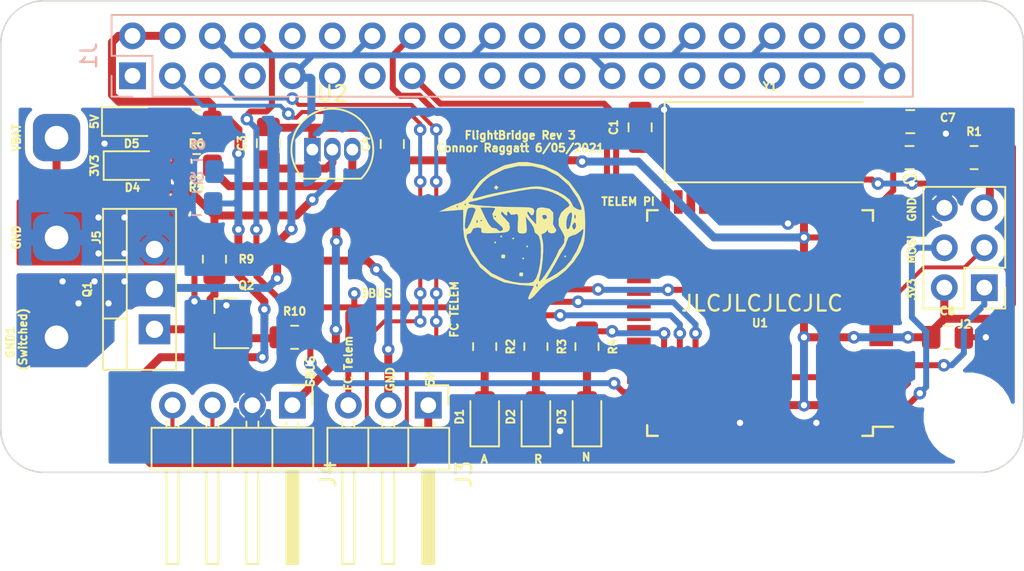
<source format=kicad_pcb>
(kicad_pcb (version 20171130) (host pcbnew 5.1.10-88a1d61d58~88~ubuntu20.04.1)

  (general
    (thickness 1.6)
    (drawings 28)
    (tracks 401)
    (zones 0)
    (modules 36)
    (nets 98)
  )

  (page A4)
  (title_block
    (title "FlightBridge Rev 1")
    (date 2021-04-12)
  )

  (layers
    (0 F.Cu signal)
    (31 B.Cu signal)
    (32 B.Adhes user)
    (33 F.Adhes user)
    (34 B.Paste user)
    (35 F.Paste user)
    (36 B.SilkS user)
    (37 F.SilkS user)
    (38 B.Mask user)
    (39 F.Mask user)
    (40 Dwgs.User user)
    (41 Cmts.User user)
    (42 Eco1.User user)
    (43 Eco2.User user)
    (44 Edge.Cuts user)
    (45 Margin user)
    (46 B.CrtYd user)
    (47 F.CrtYd user)
    (48 B.Fab user)
    (49 F.Fab user hide)
  )

  (setup
    (last_trace_width 0.508)
    (user_trace_width 0.254)
    (user_trace_width 0.381)
    (user_trace_width 0.508)
    (trace_clearance 0.2)
    (zone_clearance 0.508)
    (zone_45_only no)
    (trace_min 0.2)
    (via_size 0.8)
    (via_drill 0.4)
    (via_min_size 0.4)
    (via_min_drill 0.3)
    (user_via 0.508 0.381)
    (uvia_size 0.3)
    (uvia_drill 0.1)
    (uvias_allowed no)
    (uvia_min_size 0.2)
    (uvia_min_drill 0.1)
    (edge_width 0.1)
    (segment_width 0.2)
    (pcb_text_width 0.3)
    (pcb_text_size 1.5 1.5)
    (mod_edge_width 0.15)
    (mod_text_size 1 1)
    (mod_text_width 0.15)
    (pad_size 2.7 2.7)
    (pad_drill 2.7)
    (pad_to_mask_clearance 0)
    (aux_axis_origin 0 0)
    (visible_elements 7FFFFFFF)
    (pcbplotparams
      (layerselection 0x010fc_ffffffff)
      (usegerberextensions false)
      (usegerberattributes true)
      (usegerberadvancedattributes true)
      (creategerberjobfile true)
      (excludeedgelayer true)
      (linewidth 0.100000)
      (plotframeref false)
      (viasonmask false)
      (mode 1)
      (useauxorigin false)
      (hpglpennumber 1)
      (hpglpenspeed 20)
      (hpglpendiameter 15.000000)
      (psnegative false)
      (psa4output false)
      (plotreference true)
      (plotvalue true)
      (plotinvisibletext false)
      (padsonsilk false)
      (subtractmaskfromsilk false)
      (outputformat 1)
      (mirror false)
      (drillshape 0)
      (scaleselection 1)
      (outputdirectory "Gerber/"))
  )

  (net 0 "")
  (net 1 GND)
  (net 2 "Net-(C1-Pad1)")
  (net 3 "Net-(C2-Pad2)")
  (net 4 "Net-(J1-Pad40)")
  (net 5 "Net-(J1-Pad38)")
  (net 6 "Net-(J1-Pad37)")
  (net 7 "Net-(J1-Pad36)")
  (net 8 "Net-(J1-Pad35)")
  (net 9 "Net-(J1-Pad33)")
  (net 10 "Net-(J1-Pad32)")
  (net 11 "Net-(J1-Pad31)")
  (net 12 "Net-(J1-Pad29)")
  (net 13 "Net-(J1-Pad28)")
  (net 14 "Net-(J1-Pad27)")
  (net 15 "Net-(J1-Pad26)")
  (net 16 "Net-(J1-Pad24)")
  (net 17 "Net-(J1-Pad23)")
  (net 18 "Net-(J1-Pad22)")
  (net 19 "Net-(J1-Pad21)")
  (net 20 "Net-(J1-Pad19)")
  (net 21 "Net-(J1-Pad18)")
  (net 22 +3V3)
  (net 23 "Net-(J1-Pad13)")
  (net 24 "Net-(J1-Pad12)")
  (net 25 "Net-(J1-Pad11)")
  (net 26 "Net-(J1-Pad7)")
  (net 27 +5V)
  (net 28 ~RST~)
  (net 29 MOSI)
  (net 30 SCK)
  (net 31 MISO)
  (net 32 "Net-(U1-Pad62)")
  (net 33 "Net-(U1-Pad61)")
  (net 34 "Net-(U1-Pad60)")
  (net 35 "Net-(U1-Pad59)")
  (net 36 "Net-(U1-Pad58)")
  (net 37 "Net-(U1-Pad57)")
  (net 38 "Net-(U1-Pad56)")
  (net 39 "Net-(U1-Pad55)")
  (net 40 "Net-(U1-Pad54)")
  (net 41 "Net-(U1-Pad51)")
  (net 42 "Net-(U1-Pad50)")
  (net 43 "Net-(U1-Pad44)")
  (net 44 "Net-(U1-Pad43)")
  (net 45 "Net-(U1-Pad42)")
  (net 46 "Net-(U1-Pad41)")
  (net 47 "Net-(U1-Pad40)")
  (net 48 "Net-(U1-Pad39)")
  (net 49 "Net-(U1-Pad38)")
  (net 50 "Net-(U1-Pad37)")
  (net 51 "Net-(U1-Pad34)")
  (net 52 "Net-(U1-Pad33)")
  (net 53 "Net-(U1-Pad32)")
  (net 54 "Net-(U1-Pad31)")
  (net 55 "Net-(U1-Pad30)")
  (net 56 "Net-(U1-Pad29)")
  (net 57 "Net-(U1-Pad26)")
  (net 58 "Net-(U1-Pad25)")
  (net 59 "Net-(U1-Pad19)")
  (net 60 "Net-(U1-Pad18)")
  (net 61 "Net-(U1-Pad17)")
  (net 62 "Net-(U1-Pad16)")
  (net 63 "Net-(U1-Pad15)")
  (net 64 "Net-(U1-Pad14)")
  (net 65 "Net-(U1-Pad10)")
  (net 66 "Net-(U1-Pad9)")
  (net 67 "Net-(U1-Pad8)")
  (net 68 "Net-(U1-Pad7)")
  (net 69 "Net-(U1-Pad6)")
  (net 70 "Net-(U1-Pad5)")
  (net 71 "Net-(U1-Pad4)")
  (net 72 "Net-(U1-Pad1)")
  (net 73 "Net-(D1-Pad2)")
  (net 74 "Net-(D2-Pad2)")
  (net 75 "Net-(D3-Pad2)")
  (net 76 "Net-(D4-Pad2)")
  (net 77 "Net-(D5-Pad2)")
  (net 78 SUPERVISOR_RESET)
  (net 79 ABORT)
  (net 80 UART_TELEM_PI)
  (net 81 A)
  (net 82 R)
  (net 83 N)
  (net 84 "Net-(Q1-Pad1)")
  (net 85 Vin)
  (net 86 GND1)
  (net 87 "Net-(J1-Pad1)")
  (net 88 ~POWER_EN~)
  (net 89 "Net-(U1-Pad45)")
  (net 90 "Net-(Q2-Pad1)")
  (net 91 "Net-(U1-Pad28)")
  (net 92 "Net-(J1-Pad17)")
  (net 93 "Net-(U1-Pad27)")
  (net 94 "Net-(U1-Pad13)")
  (net 95 "Net-(U1-Pad12)")
  (net 96 SCL)
  (net 97 SDA)

  (net_class Default "This is the default net class."
    (clearance 0.2)
    (trace_width 0.25)
    (via_dia 0.8)
    (via_drill 0.4)
    (uvia_dia 0.3)
    (uvia_drill 0.1)
    (add_net +3V3)
    (add_net +5V)
    (add_net A)
    (add_net ABORT)
    (add_net GND)
    (add_net GND1)
    (add_net MISO)
    (add_net MOSI)
    (add_net N)
    (add_net "Net-(C1-Pad1)")
    (add_net "Net-(C2-Pad2)")
    (add_net "Net-(D1-Pad2)")
    (add_net "Net-(D2-Pad2)")
    (add_net "Net-(D3-Pad2)")
    (add_net "Net-(D4-Pad2)")
    (add_net "Net-(D5-Pad2)")
    (add_net "Net-(J1-Pad1)")
    (add_net "Net-(J1-Pad11)")
    (add_net "Net-(J1-Pad12)")
    (add_net "Net-(J1-Pad13)")
    (add_net "Net-(J1-Pad17)")
    (add_net "Net-(J1-Pad18)")
    (add_net "Net-(J1-Pad19)")
    (add_net "Net-(J1-Pad21)")
    (add_net "Net-(J1-Pad22)")
    (add_net "Net-(J1-Pad23)")
    (add_net "Net-(J1-Pad24)")
    (add_net "Net-(J1-Pad26)")
    (add_net "Net-(J1-Pad27)")
    (add_net "Net-(J1-Pad28)")
    (add_net "Net-(J1-Pad29)")
    (add_net "Net-(J1-Pad31)")
    (add_net "Net-(J1-Pad32)")
    (add_net "Net-(J1-Pad33)")
    (add_net "Net-(J1-Pad35)")
    (add_net "Net-(J1-Pad36)")
    (add_net "Net-(J1-Pad37)")
    (add_net "Net-(J1-Pad38)")
    (add_net "Net-(J1-Pad40)")
    (add_net "Net-(J1-Pad7)")
    (add_net "Net-(Q1-Pad1)")
    (add_net "Net-(Q2-Pad1)")
    (add_net "Net-(U1-Pad1)")
    (add_net "Net-(U1-Pad10)")
    (add_net "Net-(U1-Pad12)")
    (add_net "Net-(U1-Pad13)")
    (add_net "Net-(U1-Pad14)")
    (add_net "Net-(U1-Pad15)")
    (add_net "Net-(U1-Pad16)")
    (add_net "Net-(U1-Pad17)")
    (add_net "Net-(U1-Pad18)")
    (add_net "Net-(U1-Pad19)")
    (add_net "Net-(U1-Pad25)")
    (add_net "Net-(U1-Pad26)")
    (add_net "Net-(U1-Pad27)")
    (add_net "Net-(U1-Pad28)")
    (add_net "Net-(U1-Pad29)")
    (add_net "Net-(U1-Pad30)")
    (add_net "Net-(U1-Pad31)")
    (add_net "Net-(U1-Pad32)")
    (add_net "Net-(U1-Pad33)")
    (add_net "Net-(U1-Pad34)")
    (add_net "Net-(U1-Pad37)")
    (add_net "Net-(U1-Pad38)")
    (add_net "Net-(U1-Pad39)")
    (add_net "Net-(U1-Pad4)")
    (add_net "Net-(U1-Pad40)")
    (add_net "Net-(U1-Pad41)")
    (add_net "Net-(U1-Pad42)")
    (add_net "Net-(U1-Pad43)")
    (add_net "Net-(U1-Pad44)")
    (add_net "Net-(U1-Pad45)")
    (add_net "Net-(U1-Pad5)")
    (add_net "Net-(U1-Pad50)")
    (add_net "Net-(U1-Pad51)")
    (add_net "Net-(U1-Pad54)")
    (add_net "Net-(U1-Pad55)")
    (add_net "Net-(U1-Pad56)")
    (add_net "Net-(U1-Pad57)")
    (add_net "Net-(U1-Pad58)")
    (add_net "Net-(U1-Pad59)")
    (add_net "Net-(U1-Pad6)")
    (add_net "Net-(U1-Pad60)")
    (add_net "Net-(U1-Pad61)")
    (add_net "Net-(U1-Pad62)")
    (add_net "Net-(U1-Pad7)")
    (add_net "Net-(U1-Pad8)")
    (add_net "Net-(U1-Pad9)")
    (add_net R)
    (add_net SCK)
    (add_net SCL)
    (add_net SDA)
    (add_net SUPERVISOR_RESET)
    (add_net UART_TELEM_PI)
    (add_net Vin)
    (add_net ~POWER_EN~)
    (add_net ~RST~)
  )

  (module FlightBridgePCB:Astro (layer F.Cu) (tedit 0) (tstamp 60946414)
    (at 143.256 82.55)
    (fp_text reference G*** (at 0 0) (layer F.SilkS) hide
      (effects (font (size 1.524 1.524) (thickness 0.3)))
    )
    (fp_text value LOGO (at 0.75 0) (layer F.SilkS) hide
      (effects (font (size 1.524 1.524) (thickness 0.3)))
    )
    (fp_poly (pts (xy 1.460937 -4.085588) (xy 2.35707 -3.664548) (xy 3.118949 -3.034794) (xy 3.724849 -2.210577)
      (xy 3.788053 -2.0955) (xy 3.956493 -1.744031) (xy 4.058019 -1.413857) (xy 4.108725 -1.020096)
      (xy 4.124705 -0.477866) (xy 4.125161 -0.3175) (xy 4.114987 0.273454) (xy 4.073676 0.696326)
      (xy 3.98504 1.036593) (xy 3.832894 1.379731) (xy 3.786946 1.468558) (xy 3.395397 2.058919)
      (xy 2.886846 2.610112) (xy 2.337185 3.04772) (xy 1.977439 3.242949) (xy 1.653593 3.444881)
      (xy 1.298801 3.761941) (xy 1.149432 3.929108) (xy 0.844977 4.266466) (xy 0.625031 4.436993)
      (xy 0.5155 4.422671) (xy 0.508 4.375193) (xy 0.560696 4.22465) (xy 0.688015 3.957302)
      (xy 0.693297 3.94706) (xy 0.878594 3.588735) (xy 0.373948 3.556) (xy 1.016 3.556)
      (xy 1.062467 3.660535) (xy 1.100666 3.640666) (xy 1.115866 3.489947) (xy 1.100666 3.471333)
      (xy 1.025165 3.488766) (xy 1.016 3.556) (xy 0.373948 3.556) (xy -0.036953 3.529346)
      (xy -1.022276 3.361059) (xy -1.855625 2.990308) (xy -2.545955 2.411144) (xy -3.102221 1.617619)
      (xy -3.200654 1.427638) (xy -3.434666 0.908155) (xy -3.561567 0.473298) (xy -3.562061 0.468581)
      (xy -3.410253 0.468581) (xy -3.31348 0.783075) (xy -3.087654 1.276832) (xy -3.040421 1.372046)
      (xy -2.512567 2.173161) (xy -1.823819 2.778685) (xy -0.964748 3.196971) (xy -0.442776 3.336951)
      (xy 0.081799 3.411221) (xy 0.529768 3.413837) (xy 0.821925 3.338859) (xy 0.83271 3.331805)
      (xy 1.015115 3.095392) (xy 1.158105 2.703492) (xy 1.258641 2.212685) (xy 1.313684 1.679551)
      (xy 1.320195 1.160672) (xy 1.275136 0.712628) (xy 1.175468 0.392) (xy 1.018152 0.255369)
      (xy 0.998008 0.254) (xy 0.910434 0.15837) (xy 0.915067 0.091998) (xy 0.866233 -0.105672)
      (xy 0.698242 -0.387195) (xy 0.652135 -0.447752) (xy 0.352001 -0.8255) (xy 0.401606 -0.28575)
      (xy 0.420378 0.052474) (xy 0.370189 0.208642) (xy 0.216034 0.252417) (xy 0.130356 0.254078)
      (xy -0.056954 0.237466) (xy -0.145568 0.14464) (xy -0.162886 -0.088703) (xy -0.145635 -0.393642)
      (xy -0.127175 -0.770856) (xy -0.154744 -0.950184) (xy -0.250034 -0.986574) (xy -0.367885 -0.956663)
      (xy -0.58237 -0.939111) (xy -0.635 -1.007442) (xy -0.731787 -1.137544) (xy -0.769496 -1.143)
      (xy -0.845345 -1.065196) (xy -0.8255 -1.016) (xy -0.829535 -0.898709) (xy -0.870922 -0.889)
      (xy -1.021828 -0.989187) (xy -1.05153 -1.04775) (xy -1.165358 -1.130516) (xy -1.220864 -1.099867)
      (xy -1.208435 -0.959641) (xy -1.025297 -0.748917) (xy -0.973052 -0.705167) (xy -0.703902 -0.405261)
      (xy -0.655552 -0.113301) (xy -0.696218 0.044723) (xy -0.80062 0.139432) (xy -1.025665 0.191005)
      (xy -1.42826 0.219621) (xy -1.617385 0.227776) (xy -2.0929 0.239963) (xy -2.361141 0.222545)
      (xy -2.467965 0.166892) (xy -2.461048 0.069026) (xy -2.469918 -0.078925) (xy -2.681415 -0.12662)
      (xy -2.716913 -0.127) (xy -2.982422 -0.063066) (xy -3.048 0.0635) (xy -3.14966 0.231872)
      (xy -3.2385 0.254) (xy -3.383439 0.302504) (xy -3.410253 0.468581) (xy -3.562061 0.468581)
      (xy -3.611823 -0.005825) (xy -3.615198 -0.191903) (xy -3.525987 -0.191903) (xy -3.472923 -0.016426)
      (xy -3.351564 -0.079505) (xy -3.178114 -0.383825) (xy -3.124949 -0.508) (xy -2.794 -0.508)
      (xy -2.747533 -0.403465) (xy -2.709334 -0.423334) (xy -2.694392 -0.5715) (xy -2.54 -0.5715)
      (xy -2.4765 -0.508) (xy -2.413 -0.5715) (xy -2.4765 -0.635) (xy -2.54 -0.5715)
      (xy -2.694392 -0.5715) (xy -2.694134 -0.574053) (xy -2.709334 -0.592667) (xy -2.784835 -0.575234)
      (xy -2.794 -0.508) (xy -3.124949 -0.508) (xy -3.111355 -0.53975) (xy -2.965309 -0.901508)
      (xy -2.854887 -1.175958) (xy -2.829978 -1.23825) (xy -2.87921 -1.35131) (xy -3.051719 -1.397)
      (xy -2.528315 -1.397) (xy -2.217642 -0.73025) (xy -1.999008 -0.33234) (xy -1.808663 -0.121505)
      (xy -1.725061 -0.098619) (xy -1.512591 -0.054333) (xy -1.462582 -0.003369) (xy -1.280178 0.121741)
      (xy -1.096449 0.026218) (xy -1.085502 0.009711) (xy -1.130188 -0.131493) (xy -1.332385 -0.332597)
      (xy -1.395507 -0.379937) (xy -1.698763 -0.687498) (xy -1.728608 -0.8255) (xy -1.651 -0.8255)
      (xy -1.5875 -0.762) (xy -1.524 -0.8255) (xy -1.5875 -0.889) (xy -1.651 -0.8255)
      (xy -1.728608 -0.8255) (xy -1.765447 -0.995838) (xy -1.6256 -1.244601) (xy -1.581774 -1.341851)
      (xy -1.728641 -1.387764) (xy -2.000758 -1.397001) (xy -2.528315 -1.397) (xy -3.051719 -1.397)
      (xy -3.061729 -1.399651) (xy -3.261888 -1.369034) (xy -3.345639 -1.30175) (xy -3.397727 -1.128625)
      (xy -3.463181 -0.797773) (xy -3.494554 -0.60325) (xy -3.525987 -0.191903) (xy -3.615198 -0.191903)
      (xy -3.617837 -0.337314) (xy -3.6195 -1.258226) (xy -5.1435 -1.137982) (xy -4.587701 -1.3961)
      (xy -4.43846 -1.4605) (xy -4.064 -1.4605) (xy -4.0005 -1.397) (xy -3.937 -1.4605)
      (xy -4.0005 -1.524) (xy -4.064 -1.4605) (xy -4.43846 -1.4605) (xy -4.188145 -1.568514)
      (xy -4.136894 -1.5875) (xy -3.556 -1.5875) (xy -3.4925 -1.524) (xy -3.429 -1.5875)
      (xy -3.4925 -1.651) (xy -3.556 -1.5875) (xy -4.136894 -1.5875) (xy -3.941953 -1.659715)
      (xy -3.302 -1.659715) (xy -3.181315 -1.603876) (xy -2.844515 -1.550511) (xy -2.329487 -1.502387)
      (xy -1.674116 -1.462274) (xy -0.916289 -1.432939) (xy -0.09389 -1.41715) (xy 0.03175 -1.416128)
      (xy 0.488402 -1.405904) (xy 0.746552 -1.371409) (xy 0.861598 -1.295423) (xy 0.888938 -1.160732)
      (xy 0.889 -1.149709) (xy 0.828384 -0.933007) (xy 0.700256 -0.904949) (xy 0.59947 -1.04775)
      (xy 0.495041 -1.14144) (xy 0.449036 -1.119567) (xy 0.465638 -0.981758) (xy 0.623294 -0.747193)
      (xy 0.685649 -0.676364) (xy 1.016 -0.320096) (xy 1.016 -0.821515) (xy 1.397 -0.821515)
      (xy 1.476735 -0.65388) (xy 1.638122 -0.672353) (xy 1.706275 -0.748693) (xy 1.672464 -0.883195)
      (xy 1.58677 -0.935207) (xy 1.423451 -0.915048) (xy 1.397 -0.821515) (xy 1.016 -0.821515)
      (xy 1.016 -0.858548) (xy 1.027696 -1.196434) (xy 1.100572 -1.35151) (xy 1.291309 -1.394928)
      (xy 1.444949 -1.397) (xy 1.867458 -1.318374) (xy 2.089711 -1.084729) (xy 2.108764 -0.699414)
      (xy 2.099298 -0.652293) (xy 2.079807 -0.349822) (xy 2.151564 -0.195096) (xy 2.275394 -0.006611)
      (xy 2.286 0.070995) (xy 2.19061 0.210055) (xy 1.9897 0.250492) (xy 1.811155 0.186317)
      (xy 1.767973 0.09525) (xy 1.742445 0.001662) (xy 1.69389 0.09525) (xy 1.526038 0.242408)
      (xy 1.456523 0.254) (xy 1.350723 0.305752) (xy 1.372273 0.500614) (xy 1.412471 0.624791)
      (xy 1.458844 0.939471) (xy 1.459805 1.415171) (xy 1.422522 1.964411) (xy 1.354158 2.499712)
      (xy 1.261882 2.933595) (xy 1.211371 3.07975) (xy 1.184276 3.261058) (xy 1.236465 3.302)
      (xy 1.34991 3.203057) (xy 1.609356 3.203057) (xy 2.009464 2.996153) (xy 2.365058 2.775727)
      (xy 2.754657 2.483355) (xy 2.850694 2.401938) (xy 3.225216 1.970832) (xy 3.57805 1.390334)
      (xy 3.854235 0.762863) (xy 3.984159 0.289718) (xy 4.024825 0.018671) (xy 3.98622 -0.033185)
      (xy 3.833726 0.1033) (xy 3.806031 0.130968) (xy 3.530927 0.319402) (xy 3.304419 0.381)
      (xy 3.073449 0.491459) (xy 2.969407 0.73025) (xy 2.865837 1.044433) (xy 2.76576 1.232439)
      (xy 2.628017 1.443325) (xy 2.448902 1.758487) (xy 2.424696 1.803939) (xy 2.210426 2.192522)
      (xy 1.959509 2.624747) (xy 1.906602 2.712778) (xy 1.609356 3.203057) (xy 1.34991 3.203057)
      (xy 1.353189 3.200198) (xy 1.556746 2.929646) (xy 1.808826 2.542628) (xy 1.885052 2.416883)
      (xy 2.131048 1.991093) (xy 2.315924 1.64563) (xy 2.4081 1.440333) (xy 2.413 1.416434)
      (xy 2.499771 1.245198) (xy 2.589436 1.154671) (xy 2.79397 0.842332) (xy 2.822917 0.462809)
      (xy 2.669406 0.130224) (xy 2.652215 0.112215) (xy 2.455121 -0.239261) (xy 2.923014 -0.239261)
      (xy 2.972826 -0.037159) (xy 3.032125 0) (xy 3.130723 -0.110006) (xy 3.154731 -0.183005)
      (xy 3.302 -0.183005) (xy 3.373008 -0.018865) (xy 3.429 0) (xy 3.531187 -0.106689)
      (xy 3.556 -0.261496) (xy 3.50711 -0.437101) (xy 3.429 -0.4445) (xy 3.312143 -0.260747)
      (xy 3.302 -0.183005) (xy 3.154731 -0.183005) (xy 3.218468 -0.376799) (xy 3.222625 -0.396875)
      (xy 3.2962 -0.832318) (xy 3.296139 -0.836084) (xy 3.439026 -0.836084) (xy 3.462376 -0.671363)
      (xy 3.505729 -0.669396) (xy 3.536046 -0.839372) (xy 3.515755 -0.912813) (xy 3.459363 -0.960918)
      (xy 3.439026 -0.836084) (xy 3.296139 -0.836084) (xy 3.292622 -1.051225) (xy 3.207054 -1.080548)
      (xy 3.1115 -1.016) (xy 2.999839 -0.824529) (xy 2.934514 -0.533667) (xy 2.923014 -0.239261)
      (xy 2.455121 -0.239261) (xy 2.449665 -0.24899) (xy 2.441484 -0.667425) (xy 2.606907 -1.06529)
      (xy 2.925168 -1.364784) (xy 3.063875 -1.430146) (xy 3.142495 -1.546412) (xy 3.034209 -1.733254)
      (xy 2.783296 -1.956036) (xy 2.434034 -2.18012) (xy 2.030701 -2.370871) (xy 1.739533 -2.466111)
      (xy 1.389567 -2.547893) (xy 1.08652 -2.586445) (xy 0.759055 -2.579581) (xy 0.335833 -2.525115)
      (xy -0.254482 -2.420861) (xy -0.355967 -2.401897) (xy -0.991341 -2.276234) (xy -1.604693 -2.14363)
      (xy -2.109272 -2.023369) (xy -2.332334 -1.962598) (xy -2.724648 -1.855249) (xy -3.031527 -1.788677)
      (xy -3.126084 -1.778001) (xy -3.285583 -1.709468) (xy -3.302 -1.659715) (xy -3.941953 -1.659715)
      (xy -3.836001 -1.698964) (xy -3.73514 -1.7287) (xy -3.483357 -1.887769) (xy -3.408104 -1.975417)
      (xy -3.03224 -1.975417) (xy -3.030737 -1.973839) (xy -2.89308 -1.980909) (xy -2.603211 -2.052252)
      (xy -2.4765 -2.090743) (xy -2.148405 -2.177883) (xy -1.641808 -2.292171) (xy -1.028606 -2.418113)
      (xy -0.4445 -2.528707) (xy 0.208663 -2.64387) (xy 0.676696 -2.712619) (xy 1.0238 -2.737021)
      (xy 1.314174 -2.719145) (xy 1.61202 -2.661057) (xy 1.841497 -2.602328) (xy 2.353925 -2.417134)
      (xy 2.805724 -2.166826) (xy 3.139208 -1.891658) (xy 3.296689 -1.631887) (xy 3.302 -1.583147)
      (xy 3.392355 -1.438661) (xy 3.594039 -1.306052) (xy 3.802983 -1.23754) (xy 3.912482 -1.276827)
      (xy 3.880869 -1.436726) (xy 3.75825 -1.74299) (xy 3.632744 -2.005864) (xy 3.102557 -2.793772)
      (xy 2.425183 -3.398986) (xy 1.637768 -3.813558) (xy 0.77746 -4.029541) (xy -0.118595 -4.038987)
      (xy -1.013248 -3.833949) (xy -1.869352 -3.40648) (xy -2.1116 -3.234831) (xy -2.362255 -3.002375)
      (xy -2.626389 -2.696078) (xy -2.857261 -2.380067) (xy -3.008125 -2.11847) (xy -3.03224 -1.975417)
      (xy -3.408104 -1.975417) (xy -3.209976 -2.206176) (xy -3.117084 -2.351429) (xy -2.547446 -3.093309)
      (xy -1.821757 -3.67991) (xy -0.989856 -4.084252) (xy -0.101583 -4.279355) (xy 0.452273 -4.283665)
      (xy 1.460937 -4.085588)) (layer F.SilkS) (width 0.01))
    (fp_poly (pts (xy 0.155196 2.749876) (xy 0.183796 2.783152) (xy 0.171123 2.949196) (xy 0.137847 2.977796)
      (xy -0.028197 2.965123) (xy -0.056797 2.931847) (xy -0.044124 2.765803) (xy -0.010848 2.737203)
      (xy 0.155196 2.749876)) (layer F.SilkS) (width 0.01))
    (fp_poly (pts (xy -0.987804 1.606876) (xy -0.959204 1.640152) (xy -0.971877 1.806196) (xy -1.005153 1.834796)
      (xy -1.171197 1.822123) (xy -1.199797 1.788847) (xy -1.187124 1.622803) (xy -1.153848 1.594203)
      (xy -0.987804 1.606876)) (layer F.SilkS) (width 0.01))
    (fp_poly (pts (xy 0.254 1.8415) (xy 0.1905 1.905) (xy 0.127 1.8415) (xy 0.1905 1.778)
      (xy 0.254 1.8415)) (layer F.SilkS) (width 0.01))
    (fp_poly (pts (xy 0.508 1.0795) (xy 0.4445 1.143) (xy 0.381 1.0795) (xy 0.4445 1.016)
      (xy 0.508 1.0795)) (layer F.SilkS) (width 0.01))
    (fp_poly (pts (xy -1.524 0.8255) (xy -1.5875 0.889) (xy -1.651 0.8255) (xy -1.5875 0.762)
      (xy -1.524 0.8255)) (layer F.SilkS) (width 0.01))
    (fp_poly (pts (xy -0.381 0.5715) (xy -0.4445 0.635) (xy -0.508 0.5715) (xy -0.4445 0.508)
      (xy -0.381 0.5715)) (layer F.SilkS) (width 0.01))
    (fp_poly (pts (xy -1.143 0.4445) (xy -1.2065 0.508) (xy -1.27 0.4445) (xy -1.2065 0.381)
      (xy -1.143 0.4445)) (layer F.SilkS) (width 0.01))
    (fp_poly (pts (xy 2.921 1.7145) (xy 2.8575 1.778) (xy 2.794 1.7145) (xy 2.8575 1.651)
      (xy 2.921 1.7145)) (layer F.SilkS) (width 0.01))
    (fp_poly (pts (xy -1.400691 -2.697357) (xy -1.397 -2.667) (xy -1.493644 -2.543691) (xy -1.524 -2.54)
      (xy -1.64731 -2.636644) (xy -1.651 -2.667) (xy -1.554357 -2.79031) (xy -1.524 -2.794)
      (xy -1.400691 -2.697357)) (layer F.SilkS) (width 0.01))
  )

  (module MountingHole:MountingHole_2.7mm_M2.5 (layer F.Cu) (tedit 6062BC64) (tstamp 6093CFE6)
    (at 171.748 94.5 180)
    (descr "Mounting Hole 2.7mm, no annular, M2.5")
    (tags "mounting hole 2.7mm no annular m2.5")
    (solder_mask_margin 1.5)
    (solder_paste_margin -1.5)
    (clearance 1.5)
    (attr virtual)
    (fp_text reference REF** (at 0 -3.7) (layer F.SilkS) hide
      (effects (font (size 0.5 0.5) (thickness 0.125)))
    )
    (fp_text value MountingHole_2.7mm_M2.5 (at -0.044 -4.808) (layer F.Fab)
      (effects (font (size 1 1) (thickness 0.15)))
    )
    (fp_circle (center 0 0) (end 2.95 0) (layer F.CrtYd) (width 0.05))
    (fp_circle (center 0 0) (end 2.7 0) (layer Cmts.User) (width 0.15))
    (fp_text user %R (at 0.3 0) (layer F.Fab)
      (effects (font (size 1 1) (thickness 0.15)))
    )
    (pad "" np_thru_hole circle (at 0 0 180) (size 2.7 2.7) (drill 2.7) (layers *.Cu *.Mask))
  )

  (module MountingHole:MountingHole_2.7mm_M2.5 (layer F.Cu) (tedit 56D1B4CB) (tstamp 6093CFDF)
    (at 171.748 71.504)
    (descr "Mounting Hole 2.7mm, no annular, M2.5")
    (tags "mounting hole 2.7mm no annular m2.5")
    (solder_mask_margin 1.5)
    (solder_paste_margin -1.5)
    (clearance 1.5)
    (attr virtual)
    (fp_text reference REF** (at 0 -3.7) (layer F.SilkS) hide
      (effects (font (size 0.5 0.5) (thickness 0.125)))
    )
    (fp_text value MountingHole_2.7mm_M2.5 (at 0 -5.292) (layer F.Fab)
      (effects (font (size 1 1) (thickness 0.15)))
    )
    (fp_circle (center 0 0) (end 2.95 0) (layer F.CrtYd) (width 0.05))
    (fp_circle (center 0 0) (end 2.7 0) (layer Cmts.User) (width 0.15))
    (fp_text user %R (at 0.3 0) (layer F.Fab)
      (effects (font (size 1 1) (thickness 0.15)))
    )
    (pad 1 np_thru_hole circle (at 0 0) (size 2.7 2.7) (drill 2.7) (layers *.Cu *.Mask))
  )

  (module MountingHole:MountingHole_2.7mm_M2.5 (layer F.Cu) (tedit 56D1B4CB) (tstamp 6093CFD8)
    (at 113.748 94.5 180)
    (descr "Mounting Hole 2.7mm, no annular, M2.5")
    (tags "mounting hole 2.7mm no annular m2.5")
    (solder_mask_margin 1.5)
    (solder_paste_margin -1.5)
    (clearance 1.5)
    (attr virtual)
    (fp_text reference REF** (at 0 -3.7) (layer F.SilkS) hide
      (effects (font (size 0.5 0.5) (thickness 0.125)))
    )
    (fp_text value MountingHole_2.7mm_M2.5 (at -0.132 -5.062) (layer F.Fab) hide
      (effects (font (size 1 1) (thickness 0.15)))
    )
    (fp_circle (center 0 0) (end 2.95 0) (layer F.CrtYd) (width 0.05))
    (fp_circle (center 0 0) (end 2.7 0) (layer Cmts.User) (width 0.15))
    (fp_text user %R (at 0.3 0) (layer F.Fab) hide
      (effects (font (size 1 1) (thickness 0.15)))
    )
    (pad 1 np_thru_hole circle (at 0 0 180) (size 2.7 2.7) (drill 2.7) (layers *.Cu *.Mask))
  )

  (module MountingHole:MountingHole_2.7mm_M2.5 (layer F.Cu) (tedit 56D1B4CB) (tstamp 6093CFD1)
    (at 113.748 71.504)
    (descr "Mounting Hole 2.7mm, no annular, M2.5")
    (tags "mounting hole 2.7mm no annular m2.5")
    (solder_mask_margin 1.5)
    (solder_paste_margin -1.5)
    (clearance 1.5)
    (attr virtual)
    (fp_text reference REF** (at 0 -3.7) (layer F.SilkS) hide
      (effects (font (size 0.5 0.5) (thickness 0.125)))
    )
    (fp_text value MountingHole_2.7mm_M2.5 (at 0 -5.546) (layer F.Fab)
      (effects (font (size 1 1) (thickness 0.15)))
    )
    (fp_circle (center 0 0) (end 2.95 0) (layer F.CrtYd) (width 0.05))
    (fp_circle (center 0 0) (end 2.7 0) (layer Cmts.User) (width 0.15))
    (fp_text user %R (at 0.3 0) (layer F.Fab)
      (effects (font (size 1 1) (thickness 0.15)))
    )
    (pad 1 np_thru_hole circle (at 0 0) (size 2.7 2.7) (drill 2.7) (layers *.Cu *.Mask))
  )

  (module Connector_PinHeader_2.54mm:PinHeader_1x04_P2.54mm_Horizontal (layer F.Cu) (tedit 59FED5CB) (tstamp 6093FA6A)
    (at 128.778 93.726 270)
    (descr "Through hole angled pin header, 1x04, 2.54mm pitch, 6mm pin length, single row")
    (tags "Through hole angled pin header THT 1x04 2.54mm single row")
    (path /60A1AD24)
    (fp_text reference J4 (at 4.385 -2.27 90) (layer F.SilkS)
      (effects (font (size 1 1) (thickness 0.15)))
    )
    (fp_text value Conn_01x04 (at 4.385 9.89 90) (layer F.Fab)
      (effects (font (size 1 1) (thickness 0.15)))
    )
    (fp_text user %R (at 2.77 3.81) (layer F.Fab)
      (effects (font (size 1 1) (thickness 0.15)))
    )
    (fp_line (start 2.135 -1.27) (end 4.04 -1.27) (layer F.Fab) (width 0.1))
    (fp_line (start 4.04 -1.27) (end 4.04 8.89) (layer F.Fab) (width 0.1))
    (fp_line (start 4.04 8.89) (end 1.5 8.89) (layer F.Fab) (width 0.1))
    (fp_line (start 1.5 8.89) (end 1.5 -0.635) (layer F.Fab) (width 0.1))
    (fp_line (start 1.5 -0.635) (end 2.135 -1.27) (layer F.Fab) (width 0.1))
    (fp_line (start -0.32 -0.32) (end 1.5 -0.32) (layer F.Fab) (width 0.1))
    (fp_line (start -0.32 -0.32) (end -0.32 0.32) (layer F.Fab) (width 0.1))
    (fp_line (start -0.32 0.32) (end 1.5 0.32) (layer F.Fab) (width 0.1))
    (fp_line (start 4.04 -0.32) (end 10.04 -0.32) (layer F.Fab) (width 0.1))
    (fp_line (start 10.04 -0.32) (end 10.04 0.32) (layer F.Fab) (width 0.1))
    (fp_line (start 4.04 0.32) (end 10.04 0.32) (layer F.Fab) (width 0.1))
    (fp_line (start -0.32 2.22) (end 1.5 2.22) (layer F.Fab) (width 0.1))
    (fp_line (start -0.32 2.22) (end -0.32 2.86) (layer F.Fab) (width 0.1))
    (fp_line (start -0.32 2.86) (end 1.5 2.86) (layer F.Fab) (width 0.1))
    (fp_line (start 4.04 2.22) (end 10.04 2.22) (layer F.Fab) (width 0.1))
    (fp_line (start 10.04 2.22) (end 10.04 2.86) (layer F.Fab) (width 0.1))
    (fp_line (start 4.04 2.86) (end 10.04 2.86) (layer F.Fab) (width 0.1))
    (fp_line (start -0.32 4.76) (end 1.5 4.76) (layer F.Fab) (width 0.1))
    (fp_line (start -0.32 4.76) (end -0.32 5.4) (layer F.Fab) (width 0.1))
    (fp_line (start -0.32 5.4) (end 1.5 5.4) (layer F.Fab) (width 0.1))
    (fp_line (start 4.04 4.76) (end 10.04 4.76) (layer F.Fab) (width 0.1))
    (fp_line (start 10.04 4.76) (end 10.04 5.4) (layer F.Fab) (width 0.1))
    (fp_line (start 4.04 5.4) (end 10.04 5.4) (layer F.Fab) (width 0.1))
    (fp_line (start -0.32 7.3) (end 1.5 7.3) (layer F.Fab) (width 0.1))
    (fp_line (start -0.32 7.3) (end -0.32 7.94) (layer F.Fab) (width 0.1))
    (fp_line (start -0.32 7.94) (end 1.5 7.94) (layer F.Fab) (width 0.1))
    (fp_line (start 4.04 7.3) (end 10.04 7.3) (layer F.Fab) (width 0.1))
    (fp_line (start 10.04 7.3) (end 10.04 7.94) (layer F.Fab) (width 0.1))
    (fp_line (start 4.04 7.94) (end 10.04 7.94) (layer F.Fab) (width 0.1))
    (fp_line (start 1.44 -1.33) (end 1.44 8.95) (layer F.SilkS) (width 0.12))
    (fp_line (start 1.44 8.95) (end 4.1 8.95) (layer F.SilkS) (width 0.12))
    (fp_line (start 4.1 8.95) (end 4.1 -1.33) (layer F.SilkS) (width 0.12))
    (fp_line (start 4.1 -1.33) (end 1.44 -1.33) (layer F.SilkS) (width 0.12))
    (fp_line (start 4.1 -0.38) (end 10.1 -0.38) (layer F.SilkS) (width 0.12))
    (fp_line (start 10.1 -0.38) (end 10.1 0.38) (layer F.SilkS) (width 0.12))
    (fp_line (start 10.1 0.38) (end 4.1 0.38) (layer F.SilkS) (width 0.12))
    (fp_line (start 4.1 -0.32) (end 10.1 -0.32) (layer F.SilkS) (width 0.12))
    (fp_line (start 4.1 -0.2) (end 10.1 -0.2) (layer F.SilkS) (width 0.12))
    (fp_line (start 4.1 -0.08) (end 10.1 -0.08) (layer F.SilkS) (width 0.12))
    (fp_line (start 4.1 0.04) (end 10.1 0.04) (layer F.SilkS) (width 0.12))
    (fp_line (start 4.1 0.16) (end 10.1 0.16) (layer F.SilkS) (width 0.12))
    (fp_line (start 4.1 0.28) (end 10.1 0.28) (layer F.SilkS) (width 0.12))
    (fp_line (start 1.11 -0.38) (end 1.44 -0.38) (layer F.SilkS) (width 0.12))
    (fp_line (start 1.11 0.38) (end 1.44 0.38) (layer F.SilkS) (width 0.12))
    (fp_line (start 1.44 1.27) (end 4.1 1.27) (layer F.SilkS) (width 0.12))
    (fp_line (start 4.1 2.16) (end 10.1 2.16) (layer F.SilkS) (width 0.12))
    (fp_line (start 10.1 2.16) (end 10.1 2.92) (layer F.SilkS) (width 0.12))
    (fp_line (start 10.1 2.92) (end 4.1 2.92) (layer F.SilkS) (width 0.12))
    (fp_line (start 1.042929 2.16) (end 1.44 2.16) (layer F.SilkS) (width 0.12))
    (fp_line (start 1.042929 2.92) (end 1.44 2.92) (layer F.SilkS) (width 0.12))
    (fp_line (start 1.44 3.81) (end 4.1 3.81) (layer F.SilkS) (width 0.12))
    (fp_line (start 4.1 4.7) (end 10.1 4.7) (layer F.SilkS) (width 0.12))
    (fp_line (start 10.1 4.7) (end 10.1 5.46) (layer F.SilkS) (width 0.12))
    (fp_line (start 10.1 5.46) (end 4.1 5.46) (layer F.SilkS) (width 0.12))
    (fp_line (start 1.042929 4.7) (end 1.44 4.7) (layer F.SilkS) (width 0.12))
    (fp_line (start 1.042929 5.46) (end 1.44 5.46) (layer F.SilkS) (width 0.12))
    (fp_line (start 1.44 6.35) (end 4.1 6.35) (layer F.SilkS) (width 0.12))
    (fp_line (start 4.1 7.24) (end 10.1 7.24) (layer F.SilkS) (width 0.12))
    (fp_line (start 10.1 7.24) (end 10.1 8) (layer F.SilkS) (width 0.12))
    (fp_line (start 10.1 8) (end 4.1 8) (layer F.SilkS) (width 0.12))
    (fp_line (start 1.042929 7.24) (end 1.44 7.24) (layer F.SilkS) (width 0.12))
    (fp_line (start 1.042929 8) (end 1.44 8) (layer F.SilkS) (width 0.12))
    (fp_line (start -1.27 0) (end -1.27 -1.27) (layer F.SilkS) (width 0.12))
    (fp_line (start -1.27 -1.27) (end 0 -1.27) (layer F.SilkS) (width 0.12))
    (fp_line (start -1.8 -1.8) (end -1.8 9.4) (layer F.CrtYd) (width 0.05))
    (fp_line (start -1.8 9.4) (end 10.55 9.4) (layer F.CrtYd) (width 0.05))
    (fp_line (start 10.55 9.4) (end 10.55 -1.8) (layer F.CrtYd) (width 0.05))
    (fp_line (start 10.55 -1.8) (end -1.8 -1.8) (layer F.CrtYd) (width 0.05))
    (pad 4 thru_hole oval (at 0 7.62 270) (size 1.7 1.7) (drill 1) (layers *.Cu *.Mask)
      (net 96 SCL))
    (pad 3 thru_hole oval (at 0 5.08 270) (size 1.7 1.7) (drill 1) (layers *.Cu *.Mask)
      (net 97 SDA))
    (pad 2 thru_hole oval (at 0 2.54 270) (size 1.7 1.7) (drill 1) (layers *.Cu *.Mask)
      (net 1 GND))
    (pad 1 thru_hole rect (at 0 0 270) (size 1.7 1.7) (drill 1) (layers *.Cu *.Mask)
      (net 22 +3V3))
    (model ${KISYS3DMOD}/Connector_PinHeader_2.54mm.3dshapes/PinHeader_1x04_P2.54mm_Horizontal.wrl
      (at (xyz 0 0 0))
      (scale (xyz 1 1 1))
      (rotate (xyz 0 0 0))
    )
  )

  (module Connector_PinHeader_2.54mm:PinHeader_1x03_P2.54mm_Horizontal (layer F.Cu) (tedit 59FED5CB) (tstamp 6093DC70)
    (at 137.414 93.726 270)
    (descr "Through hole angled pin header, 1x03, 2.54mm pitch, 6mm pin length, single row")
    (tags "Through hole angled pin header THT 1x03 2.54mm single row")
    (path /609C188B)
    (fp_text reference J3 (at 4.385 -2.27 90) (layer F.SilkS)
      (effects (font (size 1 1) (thickness 0.15)))
    )
    (fp_text value Conn_01x03 (at 4.385 7.35 90) (layer F.Fab)
      (effects (font (size 1 1) (thickness 0.15)))
    )
    (fp_text user %R (at 2.77 2.54) (layer F.Fab)
      (effects (font (size 1 1) (thickness 0.15)))
    )
    (fp_line (start 2.135 -1.27) (end 4.04 -1.27) (layer F.Fab) (width 0.1))
    (fp_line (start 4.04 -1.27) (end 4.04 6.35) (layer F.Fab) (width 0.1))
    (fp_line (start 4.04 6.35) (end 1.5 6.35) (layer F.Fab) (width 0.1))
    (fp_line (start 1.5 6.35) (end 1.5 -0.635) (layer F.Fab) (width 0.1))
    (fp_line (start 1.5 -0.635) (end 2.135 -1.27) (layer F.Fab) (width 0.1))
    (fp_line (start -0.32 -0.32) (end 1.5 -0.32) (layer F.Fab) (width 0.1))
    (fp_line (start -0.32 -0.32) (end -0.32 0.32) (layer F.Fab) (width 0.1))
    (fp_line (start -0.32 0.32) (end 1.5 0.32) (layer F.Fab) (width 0.1))
    (fp_line (start 4.04 -0.32) (end 10.04 -0.32) (layer F.Fab) (width 0.1))
    (fp_line (start 10.04 -0.32) (end 10.04 0.32) (layer F.Fab) (width 0.1))
    (fp_line (start 4.04 0.32) (end 10.04 0.32) (layer F.Fab) (width 0.1))
    (fp_line (start -0.32 2.22) (end 1.5 2.22) (layer F.Fab) (width 0.1))
    (fp_line (start -0.32 2.22) (end -0.32 2.86) (layer F.Fab) (width 0.1))
    (fp_line (start -0.32 2.86) (end 1.5 2.86) (layer F.Fab) (width 0.1))
    (fp_line (start 4.04 2.22) (end 10.04 2.22) (layer F.Fab) (width 0.1))
    (fp_line (start 10.04 2.22) (end 10.04 2.86) (layer F.Fab) (width 0.1))
    (fp_line (start 4.04 2.86) (end 10.04 2.86) (layer F.Fab) (width 0.1))
    (fp_line (start -0.32 4.76) (end 1.5 4.76) (layer F.Fab) (width 0.1))
    (fp_line (start -0.32 4.76) (end -0.32 5.4) (layer F.Fab) (width 0.1))
    (fp_line (start -0.32 5.4) (end 1.5 5.4) (layer F.Fab) (width 0.1))
    (fp_line (start 4.04 4.76) (end 10.04 4.76) (layer F.Fab) (width 0.1))
    (fp_line (start 10.04 4.76) (end 10.04 5.4) (layer F.Fab) (width 0.1))
    (fp_line (start 4.04 5.4) (end 10.04 5.4) (layer F.Fab) (width 0.1))
    (fp_line (start 1.44 -1.33) (end 1.44 6.41) (layer F.SilkS) (width 0.12))
    (fp_line (start 1.44 6.41) (end 4.1 6.41) (layer F.SilkS) (width 0.12))
    (fp_line (start 4.1 6.41) (end 4.1 -1.33) (layer F.SilkS) (width 0.12))
    (fp_line (start 4.1 -1.33) (end 1.44 -1.33) (layer F.SilkS) (width 0.12))
    (fp_line (start 4.1 -0.38) (end 10.1 -0.38) (layer F.SilkS) (width 0.12))
    (fp_line (start 10.1 -0.38) (end 10.1 0.38) (layer F.SilkS) (width 0.12))
    (fp_line (start 10.1 0.38) (end 4.1 0.38) (layer F.SilkS) (width 0.12))
    (fp_line (start 4.1 -0.32) (end 10.1 -0.32) (layer F.SilkS) (width 0.12))
    (fp_line (start 4.1 -0.2) (end 10.1 -0.2) (layer F.SilkS) (width 0.12))
    (fp_line (start 4.1 -0.08) (end 10.1 -0.08) (layer F.SilkS) (width 0.12))
    (fp_line (start 4.1 0.04) (end 10.1 0.04) (layer F.SilkS) (width 0.12))
    (fp_line (start 4.1 0.16) (end 10.1 0.16) (layer F.SilkS) (width 0.12))
    (fp_line (start 4.1 0.28) (end 10.1 0.28) (layer F.SilkS) (width 0.12))
    (fp_line (start 1.11 -0.38) (end 1.44 -0.38) (layer F.SilkS) (width 0.12))
    (fp_line (start 1.11 0.38) (end 1.44 0.38) (layer F.SilkS) (width 0.12))
    (fp_line (start 1.44 1.27) (end 4.1 1.27) (layer F.SilkS) (width 0.12))
    (fp_line (start 4.1 2.16) (end 10.1 2.16) (layer F.SilkS) (width 0.12))
    (fp_line (start 10.1 2.16) (end 10.1 2.92) (layer F.SilkS) (width 0.12))
    (fp_line (start 10.1 2.92) (end 4.1 2.92) (layer F.SilkS) (width 0.12))
    (fp_line (start 1.042929 2.16) (end 1.44 2.16) (layer F.SilkS) (width 0.12))
    (fp_line (start 1.042929 2.92) (end 1.44 2.92) (layer F.SilkS) (width 0.12))
    (fp_line (start 1.44 3.81) (end 4.1 3.81) (layer F.SilkS) (width 0.12))
    (fp_line (start 4.1 4.7) (end 10.1 4.7) (layer F.SilkS) (width 0.12))
    (fp_line (start 10.1 4.7) (end 10.1 5.46) (layer F.SilkS) (width 0.12))
    (fp_line (start 10.1 5.46) (end 4.1 5.46) (layer F.SilkS) (width 0.12))
    (fp_line (start 1.042929 4.7) (end 1.44 4.7) (layer F.SilkS) (width 0.12))
    (fp_line (start 1.042929 5.46) (end 1.44 5.46) (layer F.SilkS) (width 0.12))
    (fp_line (start -1.27 0) (end -1.27 -1.27) (layer F.SilkS) (width 0.12))
    (fp_line (start -1.27 -1.27) (end 0 -1.27) (layer F.SilkS) (width 0.12))
    (fp_line (start -1.8 -1.8) (end -1.8 6.85) (layer F.CrtYd) (width 0.05))
    (fp_line (start -1.8 6.85) (end 10.55 6.85) (layer F.CrtYd) (width 0.05))
    (fp_line (start 10.55 6.85) (end 10.55 -1.8) (layer F.CrtYd) (width 0.05))
    (fp_line (start 10.55 -1.8) (end -1.8 -1.8) (layer F.CrtYd) (width 0.05))
    (pad 3 thru_hole oval (at 0 5.08 270) (size 1.7 1.7) (drill 1) (layers *.Cu *.Mask)
      (net 29 MOSI))
    (pad 2 thru_hole oval (at 0 2.54 270) (size 1.7 1.7) (drill 1) (layers *.Cu *.Mask)
      (net 86 GND1))
    (pad 1 thru_hole rect (at 0 0 270) (size 1.7 1.7) (drill 1) (layers *.Cu *.Mask)
      (net 27 +5V))
    (model ${KISYS3DMOD}/Connector_PinHeader_2.54mm.3dshapes/PinHeader_1x03_P2.54mm_Horizontal.wrl
      (at (xyz 0 0 0))
      (scale (xyz 1 1 1))
      (rotate (xyz 0 0 0))
    )
  )

  (module Package_TO_SOT_THT:TO-92_Inline (layer F.Cu) (tedit 5A1DD157) (tstamp 6093DE94)
    (at 130.048 77.47)
    (descr "TO-92 leads in-line, narrow, oval pads, drill 0.75mm (see NXP sot054_po.pdf)")
    (tags "to-92 sc-43 sc-43a sot54 PA33 transistor")
    (path /609851B3)
    (fp_text reference U2 (at 1.27 -3.56) (layer F.SilkS)
      (effects (font (size 1 1) (thickness 0.15)))
    )
    (fp_text value MCP1700-3302E_TO92 (at 1.27 2.79) (layer F.Fab)
      (effects (font (size 1 1) (thickness 0.15)))
    )
    (fp_arc (start 1.27 0) (end 1.27 -2.6) (angle 135) (layer F.SilkS) (width 0.12))
    (fp_arc (start 1.27 0) (end 1.27 -2.48) (angle -135) (layer F.Fab) (width 0.1))
    (fp_arc (start 1.27 0) (end 1.27 -2.6) (angle -135) (layer F.SilkS) (width 0.12))
    (fp_arc (start 1.27 0) (end 1.27 -2.48) (angle 135) (layer F.Fab) (width 0.1))
    (fp_text user %R (at 1.27 0) (layer F.Fab)
      (effects (font (size 1 1) (thickness 0.15)))
    )
    (fp_line (start -0.53 1.85) (end 3.07 1.85) (layer F.SilkS) (width 0.12))
    (fp_line (start -0.5 1.75) (end 3 1.75) (layer F.Fab) (width 0.1))
    (fp_line (start -1.46 -2.73) (end 4 -2.73) (layer F.CrtYd) (width 0.05))
    (fp_line (start -1.46 -2.73) (end -1.46 2.01) (layer F.CrtYd) (width 0.05))
    (fp_line (start 4 2.01) (end 4 -2.73) (layer F.CrtYd) (width 0.05))
    (fp_line (start 4 2.01) (end -1.46 2.01) (layer F.CrtYd) (width 0.05))
    (pad 1 thru_hole rect (at 0 0) (size 1.05 1.5) (drill 0.75) (layers *.Cu *.Mask)
      (net 1 GND))
    (pad 3 thru_hole oval (at 2.54 0) (size 1.05 1.5) (drill 0.75) (layers *.Cu *.Mask)
      (net 22 +3V3))
    (pad 2 thru_hole oval (at 1.27 0) (size 1.05 1.5) (drill 0.75) (layers *.Cu *.Mask)
      (net 85 Vin))
    (model ${KISYS3DMOD}/Package_TO_SOT_THT.3dshapes/TO-92_Inline.wrl
      (at (xyz 0 0 0))
      (scale (xyz 1 1 1))
      (rotate (xyz 0 0 0))
    )
  )

  (module Capacitor_SMD:C_0805_2012Metric_Pad1.18x1.45mm_HandSolder (layer F.Cu) (tedit 5F68FEEF) (tstamp 607DD6AE)
    (at 170.4125 89.408)
    (descr "Capacitor SMD 0805 (2012 Metric), square (rectangular) end terminal, IPC_7351 nominal with elongated pad for handsoldering. (Body size source: IPC-SM-782 page 76, https://www.pcb-3d.com/wordpress/wp-content/uploads/ipc-sm-782a_amendment_1_and_2.pdf, https://docs.google.com/spreadsheets/d/1BsfQQcO9C6DZCsRaXUlFlo91Tg2WpOkGARC1WS5S8t0/edit?usp=sharing), generated with kicad-footprint-generator")
    (tags "capacitor handsolder")
    (path /6090F0EF)
    (attr smd)
    (fp_text reference C8 (at 0 -1.68) (layer F.SilkS)
      (effects (font (size 0.5 0.5) (thickness 0.125)))
    )
    (fp_text value 1u (at 0 1.68) (layer F.Fab)
      (effects (font (size 1 1) (thickness 0.15)))
    )
    (fp_line (start 1.88 0.98) (end -1.88 0.98) (layer F.CrtYd) (width 0.05))
    (fp_line (start 1.88 -0.98) (end 1.88 0.98) (layer F.CrtYd) (width 0.05))
    (fp_line (start -1.88 -0.98) (end 1.88 -0.98) (layer F.CrtYd) (width 0.05))
    (fp_line (start -1.88 0.98) (end -1.88 -0.98) (layer F.CrtYd) (width 0.05))
    (fp_line (start -0.261252 0.735) (end 0.261252 0.735) (layer F.SilkS) (width 0.12))
    (fp_line (start -0.261252 -0.735) (end 0.261252 -0.735) (layer F.SilkS) (width 0.12))
    (fp_line (start 1 0.625) (end -1 0.625) (layer F.Fab) (width 0.1))
    (fp_line (start 1 -0.625) (end 1 0.625) (layer F.Fab) (width 0.1))
    (fp_line (start -1 -0.625) (end 1 -0.625) (layer F.Fab) (width 0.1))
    (fp_line (start -1 0.625) (end -1 -0.625) (layer F.Fab) (width 0.1))
    (fp_text user %R (at 0 0) (layer F.Fab)
      (effects (font (size 0.5 0.5) (thickness 0.08)))
    )
    (pad 2 smd roundrect (at 1.0375 0) (size 1.175 1.45) (layers F.Cu F.Paste F.Mask) (roundrect_rratio 0.2127659574468085)
      (net 1 GND))
    (pad 1 smd roundrect (at -1.0375 0) (size 1.175 1.45) (layers F.Cu F.Paste F.Mask) (roundrect_rratio 0.2127659574468085)
      (net 22 +3V3))
    (model ${KISYS3DMOD}/Capacitor_SMD.3dshapes/C_0805_2012Metric.wrl
      (at (xyz 0 0 0))
      (scale (xyz 1 1 1))
      (rotate (xyz 0 0 0))
    )
  )

  (module Capacitor_SMD:C_0805_2012Metric_Pad1.18x1.45mm_HandSolder (layer F.Cu) (tedit 5F68FEEF) (tstamp 607D9021)
    (at 167.9995 77.978)
    (descr "Capacitor SMD 0805 (2012 Metric), square (rectangular) end terminal, IPC_7351 nominal with elongated pad for handsoldering. (Body size source: IPC-SM-782 page 76, https://www.pcb-3d.com/wordpress/wp-content/uploads/ipc-sm-782a_amendment_1_and_2.pdf, https://docs.google.com/spreadsheets/d/1BsfQQcO9C6DZCsRaXUlFlo91Tg2WpOkGARC1WS5S8t0/edit?usp=sharing), generated with kicad-footprint-generator")
    (tags "capacitor handsolder")
    (path /6090DDD0)
    (attr smd)
    (fp_text reference C7 (at 2.4345 -2.54) (layer F.SilkS)
      (effects (font (size 0.5 0.5) (thickness 0.125)))
    )
    (fp_text value 1u (at 0 1.68) (layer F.Fab)
      (effects (font (size 1 1) (thickness 0.15)))
    )
    (fp_line (start 1.88 0.98) (end -1.88 0.98) (layer F.CrtYd) (width 0.05))
    (fp_line (start 1.88 -0.98) (end 1.88 0.98) (layer F.CrtYd) (width 0.05))
    (fp_line (start -1.88 -0.98) (end 1.88 -0.98) (layer F.CrtYd) (width 0.05))
    (fp_line (start -1.88 0.98) (end -1.88 -0.98) (layer F.CrtYd) (width 0.05))
    (fp_line (start -0.261252 0.735) (end 0.261252 0.735) (layer F.SilkS) (width 0.12))
    (fp_line (start -0.261252 -0.735) (end 0.261252 -0.735) (layer F.SilkS) (width 0.12))
    (fp_line (start 1 0.625) (end -1 0.625) (layer F.Fab) (width 0.1))
    (fp_line (start 1 -0.625) (end 1 0.625) (layer F.Fab) (width 0.1))
    (fp_line (start -1 -0.625) (end 1 -0.625) (layer F.Fab) (width 0.1))
    (fp_line (start -1 0.625) (end -1 -0.625) (layer F.Fab) (width 0.1))
    (fp_text user %R (at 0 0) (layer F.Fab)
      (effects (font (size 0.5 0.5) (thickness 0.08)))
    )
    (pad 2 smd roundrect (at 1.0375 0) (size 1.175 1.45) (layers F.Cu F.Paste F.Mask) (roundrect_rratio 0.2127659574468085)
      (net 1 GND))
    (pad 1 smd roundrect (at -1.0375 0) (size 1.175 1.45) (layers F.Cu F.Paste F.Mask) (roundrect_rratio 0.2127659574468085)
      (net 22 +3V3))
    (model ${KISYS3DMOD}/Capacitor_SMD.3dshapes/C_0805_2012Metric.wrl
      (at (xyz 0 0 0))
      (scale (xyz 1 1 1))
      (rotate (xyz 0 0 0))
    )
  )

  (module Capacitor_SMD:C_0805_2012Metric_Pad1.18x1.45mm_HandSolder (layer B.Cu) (tedit 5F68FEEF) (tstamp 607D73F3)
    (at 122.7035 80.899 180)
    (descr "Capacitor SMD 0805 (2012 Metric), square (rectangular) end terminal, IPC_7351 nominal with elongated pad for handsoldering. (Body size source: IPC-SM-782 page 76, https://www.pcb-3d.com/wordpress/wp-content/uploads/ipc-sm-782a_amendment_1_and_2.pdf, https://docs.google.com/spreadsheets/d/1BsfQQcO9C6DZCsRaXUlFlo91Tg2WpOkGARC1WS5S8t0/edit?usp=sharing), generated with kicad-footprint-generator")
    (tags "capacitor handsolder")
    (path /6091AF61)
    (attr smd)
    (fp_text reference C6 (at 0 1.68) (layer B.SilkS)
      (effects (font (size 0.5 0.5) (thickness 0.125)) (justify mirror))
    )
    (fp_text value 1u (at 0 -1.68) (layer B.Fab)
      (effects (font (size 1 1) (thickness 0.15)) (justify mirror))
    )
    (fp_line (start 1.88 -0.98) (end -1.88 -0.98) (layer B.CrtYd) (width 0.05))
    (fp_line (start 1.88 0.98) (end 1.88 -0.98) (layer B.CrtYd) (width 0.05))
    (fp_line (start -1.88 0.98) (end 1.88 0.98) (layer B.CrtYd) (width 0.05))
    (fp_line (start -1.88 -0.98) (end -1.88 0.98) (layer B.CrtYd) (width 0.05))
    (fp_line (start -0.261252 -0.735) (end 0.261252 -0.735) (layer B.SilkS) (width 0.12))
    (fp_line (start -0.261252 0.735) (end 0.261252 0.735) (layer B.SilkS) (width 0.12))
    (fp_line (start 1 -0.625) (end -1 -0.625) (layer B.Fab) (width 0.1))
    (fp_line (start 1 0.625) (end 1 -0.625) (layer B.Fab) (width 0.1))
    (fp_line (start -1 0.625) (end 1 0.625) (layer B.Fab) (width 0.1))
    (fp_line (start -1 -0.625) (end -1 0.625) (layer B.Fab) (width 0.1))
    (fp_text user %R (at 0 0) (layer B.Fab)
      (effects (font (size 0.5 0.5) (thickness 0.08)) (justify mirror))
    )
    (pad 2 smd roundrect (at 1.0375 0 180) (size 1.175 1.45) (layers B.Cu B.Paste B.Mask) (roundrect_rratio 0.2127659574468085)
      (net 1 GND))
    (pad 1 smd roundrect (at -1.0375 0 180) (size 1.175 1.45) (layers B.Cu B.Paste B.Mask) (roundrect_rratio 0.2127659574468085)
      (net 27 +5V))
    (model ${KISYS3DMOD}/Capacitor_SMD.3dshapes/C_0805_2012Metric.wrl
      (at (xyz 0 0 0))
      (scale (xyz 1 1 1))
      (rotate (xyz 0 0 0))
    )
  )

  (module Capacitor_SMD:C_0805_2012Metric_Pad1.18x1.45mm_HandSolder (layer B.Cu) (tedit 5F68FEEF) (tstamp 607D73E2)
    (at 122.7875 78.867 180)
    (descr "Capacitor SMD 0805 (2012 Metric), square (rectangular) end terminal, IPC_7351 nominal with elongated pad for handsoldering. (Body size source: IPC-SM-782 page 76, https://www.pcb-3d.com/wordpress/wp-content/uploads/ipc-sm-782a_amendment_1_and_2.pdf, https://docs.google.com/spreadsheets/d/1BsfQQcO9C6DZCsRaXUlFlo91Tg2WpOkGARC1WS5S8t0/edit?usp=sharing), generated with kicad-footprint-generator")
    (tags "capacitor handsolder")
    (path /6091AF55)
    (attr smd)
    (fp_text reference C5 (at 0 1.68) (layer B.SilkS)
      (effects (font (size 0.5 0.5) (thickness 0.125)) (justify mirror))
    )
    (fp_text value 1u (at 0 -1.68) (layer B.Fab)
      (effects (font (size 1 1) (thickness 0.15)) (justify mirror))
    )
    (fp_line (start 1.88 -0.98) (end -1.88 -0.98) (layer B.CrtYd) (width 0.05))
    (fp_line (start 1.88 0.98) (end 1.88 -0.98) (layer B.CrtYd) (width 0.05))
    (fp_line (start -1.88 0.98) (end 1.88 0.98) (layer B.CrtYd) (width 0.05))
    (fp_line (start -1.88 -0.98) (end -1.88 0.98) (layer B.CrtYd) (width 0.05))
    (fp_line (start -0.261252 -0.735) (end 0.261252 -0.735) (layer B.SilkS) (width 0.12))
    (fp_line (start -0.261252 0.735) (end 0.261252 0.735) (layer B.SilkS) (width 0.12))
    (fp_line (start 1 -0.625) (end -1 -0.625) (layer B.Fab) (width 0.1))
    (fp_line (start 1 0.625) (end 1 -0.625) (layer B.Fab) (width 0.1))
    (fp_line (start -1 0.625) (end 1 0.625) (layer B.Fab) (width 0.1))
    (fp_line (start -1 -0.625) (end -1 0.625) (layer B.Fab) (width 0.1))
    (fp_text user %R (at 0 0) (layer B.Fab)
      (effects (font (size 0.5 0.5) (thickness 0.08)) (justify mirror))
    )
    (pad 2 smd roundrect (at 1.0375 0 180) (size 1.175 1.45) (layers B.Cu B.Paste B.Mask) (roundrect_rratio 0.2127659574468085)
      (net 1 GND))
    (pad 1 smd roundrect (at -1.0375 0 180) (size 1.175 1.45) (layers B.Cu B.Paste B.Mask) (roundrect_rratio 0.2127659574468085)
      (net 27 +5V))
    (model ${KISYS3DMOD}/Capacitor_SMD.3dshapes/C_0805_2012Metric.wrl
      (at (xyz 0 0 0))
      (scale (xyz 1 1 1))
      (rotate (xyz 0 0 0))
    )
  )

  (module Package_QFP:TQFP-64_14x14mm_P0.8mm (layer F.Cu) (tedit 5A02F146) (tstamp 607497D4)
    (at 158.5 88.5 180)
    (descr "64-Lead Plastic Thin Quad Flatpack (PF) - 14x14x1 mm Body, 2.00 mm [TQFP] (see Microchip Packaging Specification 00000049BS.pdf)")
    (tags "QFP 0.8")
    (path /6062B161)
    (attr smd)
    (fp_text reference U1 (at 0 0) (layer F.SilkS)
      (effects (font (size 0.5 0.5) (thickness 0.125)))
    )
    (fp_text value ATmega128A-AU (at 0 9.45) (layer F.Fab)
      (effects (font (size 1 1) (thickness 0.15)))
    )
    (fp_line (start -7.175 -6.6) (end -8.45 -6.6) (layer F.SilkS) (width 0.15))
    (fp_line (start 7.175 -7.175) (end 6.5 -7.175) (layer F.SilkS) (width 0.15))
    (fp_line (start 7.175 7.175) (end 6.5 7.175) (layer F.SilkS) (width 0.15))
    (fp_line (start -7.175 7.175) (end -6.5 7.175) (layer F.SilkS) (width 0.15))
    (fp_line (start -7.175 -7.175) (end -6.5 -7.175) (layer F.SilkS) (width 0.15))
    (fp_line (start -7.175 7.175) (end -7.175 6.5) (layer F.SilkS) (width 0.15))
    (fp_line (start 7.175 7.175) (end 7.175 6.5) (layer F.SilkS) (width 0.15))
    (fp_line (start 7.175 -7.175) (end 7.175 -6.5) (layer F.SilkS) (width 0.15))
    (fp_line (start -7.175 -7.175) (end -7.175 -6.6) (layer F.SilkS) (width 0.15))
    (fp_line (start -8.7 8.7) (end 8.7 8.7) (layer F.CrtYd) (width 0.05))
    (fp_line (start -8.7 -8.7) (end 8.7 -8.7) (layer F.CrtYd) (width 0.05))
    (fp_line (start 8.7 -8.7) (end 8.7 8.7) (layer F.CrtYd) (width 0.05))
    (fp_line (start -8.7 -8.7) (end -8.7 8.7) (layer F.CrtYd) (width 0.05))
    (fp_line (start -7 -6) (end -6 -7) (layer F.Fab) (width 0.15))
    (fp_line (start -7 7) (end -7 -6) (layer F.Fab) (width 0.15))
    (fp_line (start 7 7) (end -7 7) (layer F.Fab) (width 0.15))
    (fp_line (start 7 -7) (end 7 7) (layer F.Fab) (width 0.15))
    (fp_line (start -6 -7) (end 7 -7) (layer F.Fab) (width 0.15))
    (fp_text user %R (at 0 0) (layer F.Fab)
      (effects (font (size 1 1) (thickness 0.15)))
    )
    (pad 64 smd rect (at -6 -7.7 270) (size 1.5 0.55) (layers F.Cu F.Paste F.Mask)
      (net 22 +3V3))
    (pad 63 smd rect (at -5.2 -7.7 270) (size 1.5 0.55) (layers F.Cu F.Paste F.Mask)
      (net 1 GND))
    (pad 62 smd rect (at -4.4 -7.7 270) (size 1.5 0.55) (layers F.Cu F.Paste F.Mask)
      (net 32 "Net-(U1-Pad62)"))
    (pad 61 smd rect (at -3.6 -7.7 270) (size 1.5 0.55) (layers F.Cu F.Paste F.Mask)
      (net 33 "Net-(U1-Pad61)"))
    (pad 60 smd rect (at -2.8 -7.7 270) (size 1.5 0.55) (layers F.Cu F.Paste F.Mask)
      (net 34 "Net-(U1-Pad60)"))
    (pad 59 smd rect (at -2 -7.7 270) (size 1.5 0.55) (layers F.Cu F.Paste F.Mask)
      (net 35 "Net-(U1-Pad59)"))
    (pad 58 smd rect (at -1.2 -7.7 270) (size 1.5 0.55) (layers F.Cu F.Paste F.Mask)
      (net 36 "Net-(U1-Pad58)"))
    (pad 57 smd rect (at -0.4 -7.7 270) (size 1.5 0.55) (layers F.Cu F.Paste F.Mask)
      (net 37 "Net-(U1-Pad57)"))
    (pad 56 smd rect (at 0.4 -7.7 270) (size 1.5 0.55) (layers F.Cu F.Paste F.Mask)
      (net 38 "Net-(U1-Pad56)"))
    (pad 55 smd rect (at 1.2 -7.7 270) (size 1.5 0.55) (layers F.Cu F.Paste F.Mask)
      (net 39 "Net-(U1-Pad55)"))
    (pad 54 smd rect (at 2 -7.7 270) (size 1.5 0.55) (layers F.Cu F.Paste F.Mask)
      (net 40 "Net-(U1-Pad54)"))
    (pad 53 smd rect (at 2.8 -7.7 270) (size 1.5 0.55) (layers F.Cu F.Paste F.Mask)
      (net 1 GND))
    (pad 52 smd rect (at 3.6 -7.7 270) (size 1.5 0.55) (layers F.Cu F.Paste F.Mask)
      (net 22 +3V3))
    (pad 51 smd rect (at 4.4 -7.7 270) (size 1.5 0.55) (layers F.Cu F.Paste F.Mask)
      (net 41 "Net-(U1-Pad51)"))
    (pad 50 smd rect (at 5.2 -7.7 270) (size 1.5 0.55) (layers F.Cu F.Paste F.Mask)
      (net 42 "Net-(U1-Pad50)"))
    (pad 49 smd rect (at 6 -7.7 270) (size 1.5 0.55) (layers F.Cu F.Paste F.Mask)
      (net 81 A))
    (pad 48 smd rect (at 7.7 -6 180) (size 1.5 0.55) (layers F.Cu F.Paste F.Mask)
      (net 82 R))
    (pad 47 smd rect (at 7.7 -5.2 180) (size 1.5 0.55) (layers F.Cu F.Paste F.Mask)
      (net 83 N))
    (pad 46 smd rect (at 7.7 -4.4 180) (size 1.5 0.55) (layers F.Cu F.Paste F.Mask)
      (net 88 ~POWER_EN~))
    (pad 45 smd rect (at 7.7 -3.6 180) (size 1.5 0.55) (layers F.Cu F.Paste F.Mask)
      (net 89 "Net-(U1-Pad45)"))
    (pad 44 smd rect (at 7.7 -2.8 180) (size 1.5 0.55) (layers F.Cu F.Paste F.Mask)
      (net 43 "Net-(U1-Pad44)"))
    (pad 43 smd rect (at 7.7 -2 180) (size 1.5 0.55) (layers F.Cu F.Paste F.Mask)
      (net 44 "Net-(U1-Pad43)"))
    (pad 42 smd rect (at 7.7 -1.2 180) (size 1.5 0.55) (layers F.Cu F.Paste F.Mask)
      (net 45 "Net-(U1-Pad42)"))
    (pad 41 smd rect (at 7.7 -0.4 180) (size 1.5 0.55) (layers F.Cu F.Paste F.Mask)
      (net 46 "Net-(U1-Pad41)"))
    (pad 40 smd rect (at 7.7 0.4 180) (size 1.5 0.55) (layers F.Cu F.Paste F.Mask)
      (net 47 "Net-(U1-Pad40)"))
    (pad 39 smd rect (at 7.7 1.2 180) (size 1.5 0.55) (layers F.Cu F.Paste F.Mask)
      (net 48 "Net-(U1-Pad39)"))
    (pad 38 smd rect (at 7.7 2 180) (size 1.5 0.55) (layers F.Cu F.Paste F.Mask)
      (net 49 "Net-(U1-Pad38)"))
    (pad 37 smd rect (at 7.7 2.8 180) (size 1.5 0.55) (layers F.Cu F.Paste F.Mask)
      (net 50 "Net-(U1-Pad37)"))
    (pad 36 smd rect (at 7.7 3.6 180) (size 1.5 0.55) (layers F.Cu F.Paste F.Mask)
      (net 78 SUPERVISOR_RESET))
    (pad 35 smd rect (at 7.7 4.4 180) (size 1.5 0.55) (layers F.Cu F.Paste F.Mask)
      (net 79 ABORT))
    (pad 34 smd rect (at 7.7 5.2 180) (size 1.5 0.55) (layers F.Cu F.Paste F.Mask)
      (net 51 "Net-(U1-Pad34)"))
    (pad 33 smd rect (at 7.7 6 180) (size 1.5 0.55) (layers F.Cu F.Paste F.Mask)
      (net 52 "Net-(U1-Pad33)"))
    (pad 32 smd rect (at 6 7.7 270) (size 1.5 0.55) (layers F.Cu F.Paste F.Mask)
      (net 53 "Net-(U1-Pad32)"))
    (pad 31 smd rect (at 5.2 7.7 270) (size 1.5 0.55) (layers F.Cu F.Paste F.Mask)
      (net 54 "Net-(U1-Pad31)"))
    (pad 30 smd rect (at 4.4 7.7 270) (size 1.5 0.55) (layers F.Cu F.Paste F.Mask)
      (net 55 "Net-(U1-Pad30)"))
    (pad 29 smd rect (at 3.6 7.7 270) (size 1.5 0.55) (layers F.Cu F.Paste F.Mask)
      (net 56 "Net-(U1-Pad29)"))
    (pad 28 smd rect (at 2.8 7.7 270) (size 1.5 0.55) (layers F.Cu F.Paste F.Mask)
      (net 91 "Net-(U1-Pad28)"))
    (pad 27 smd rect (at 2 7.7 270) (size 1.5 0.55) (layers F.Cu F.Paste F.Mask)
      (net 93 "Net-(U1-Pad27)"))
    (pad 26 smd rect (at 1.2 7.7 270) (size 1.5 0.55) (layers F.Cu F.Paste F.Mask)
      (net 57 "Net-(U1-Pad26)"))
    (pad 25 smd rect (at 0.4 7.7 270) (size 1.5 0.55) (layers F.Cu F.Paste F.Mask)
      (net 58 "Net-(U1-Pad25)"))
    (pad 24 smd rect (at -0.4 7.7 270) (size 1.5 0.55) (layers F.Cu F.Paste F.Mask)
      (net 2 "Net-(C1-Pad1)"))
    (pad 23 smd rect (at -1.2 7.7 270) (size 1.5 0.55) (layers F.Cu F.Paste F.Mask)
      (net 3 "Net-(C2-Pad2)"))
    (pad 22 smd rect (at -2 7.7 270) (size 1.5 0.55) (layers F.Cu F.Paste F.Mask)
      (net 1 GND))
    (pad 21 smd rect (at -2.8 7.7 270) (size 1.5 0.55) (layers F.Cu F.Paste F.Mask)
      (net 22 +3V3))
    (pad 20 smd rect (at -3.6 7.7 270) (size 1.5 0.55) (layers F.Cu F.Paste F.Mask)
      (net 28 ~RST~))
    (pad 19 smd rect (at -4.4 7.7 270) (size 1.5 0.55) (layers F.Cu F.Paste F.Mask)
      (net 59 "Net-(U1-Pad19)"))
    (pad 18 smd rect (at -5.2 7.7 270) (size 1.5 0.55) (layers F.Cu F.Paste F.Mask)
      (net 60 "Net-(U1-Pad18)"))
    (pad 17 smd rect (at -6 7.7 270) (size 1.5 0.55) (layers F.Cu F.Paste F.Mask)
      (net 61 "Net-(U1-Pad17)"))
    (pad 16 smd rect (at -7.7 6 180) (size 1.5 0.55) (layers F.Cu F.Paste F.Mask)
      (net 62 "Net-(U1-Pad16)"))
    (pad 15 smd rect (at -7.7 5.2 180) (size 1.5 0.55) (layers F.Cu F.Paste F.Mask)
      (net 63 "Net-(U1-Pad15)"))
    (pad 14 smd rect (at -7.7 4.4 180) (size 1.5 0.55) (layers F.Cu F.Paste F.Mask)
      (net 64 "Net-(U1-Pad14)"))
    (pad 13 smd rect (at -7.7 3.6 180) (size 1.5 0.55) (layers F.Cu F.Paste F.Mask)
      (net 94 "Net-(U1-Pad13)"))
    (pad 12 smd rect (at -7.7 2.8 180) (size 1.5 0.55) (layers F.Cu F.Paste F.Mask)
      (net 95 "Net-(U1-Pad12)"))
    (pad 11 smd rect (at -7.7 2 180) (size 1.5 0.55) (layers F.Cu F.Paste F.Mask)
      (net 30 SCK))
    (pad 10 smd rect (at -7.7 1.2 180) (size 1.5 0.55) (layers F.Cu F.Paste F.Mask)
      (net 65 "Net-(U1-Pad10)"))
    (pad 9 smd rect (at -7.7 0.4 180) (size 1.5 0.55) (layers F.Cu F.Paste F.Mask)
      (net 66 "Net-(U1-Pad9)"))
    (pad 8 smd rect (at -7.7 -0.4 180) (size 1.5 0.55) (layers F.Cu F.Paste F.Mask)
      (net 67 "Net-(U1-Pad8)"))
    (pad 7 smd rect (at -7.7 -1.2 180) (size 1.5 0.55) (layers F.Cu F.Paste F.Mask)
      (net 68 "Net-(U1-Pad7)"))
    (pad 6 smd rect (at -7.7 -2 180) (size 1.5 0.55) (layers F.Cu F.Paste F.Mask)
      (net 69 "Net-(U1-Pad6)"))
    (pad 5 smd rect (at -7.7 -2.8 180) (size 1.5 0.55) (layers F.Cu F.Paste F.Mask)
      (net 70 "Net-(U1-Pad5)"))
    (pad 4 smd rect (at -7.7 -3.6 180) (size 1.5 0.55) (layers F.Cu F.Paste F.Mask)
      (net 71 "Net-(U1-Pad4)"))
    (pad 3 smd rect (at -7.7 -4.4 180) (size 1.5 0.55) (layers F.Cu F.Paste F.Mask)
      (net 31 MISO))
    (pad 2 smd rect (at -7.7 -5.2 180) (size 1.5 0.55) (layers F.Cu F.Paste F.Mask)
      (net 29 MOSI))
    (pad 1 smd rect (at -7.7 -6 180) (size 1.5 0.55) (layers F.Cu F.Paste F.Mask)
      (net 72 "Net-(U1-Pad1)"))
    (model ${KISYS3DMOD}/Package_QFP.3dshapes/TQFP-64_14x14mm_P0.8mm.wrl
      (at (xyz 0 0 0))
      (scale (xyz 1 1 1))
      (rotate (xyz 0 0 0))
    )
  )

  (module Capacitor_SMD:C_0805_2012Metric_Pad1.18x1.45mm_HandSolder (layer F.Cu) (tedit 5F68FEEF) (tstamp 607CB338)
    (at 135.128 77.1155 90)
    (descr "Capacitor SMD 0805 (2012 Metric), square (rectangular) end terminal, IPC_7351 nominal with elongated pad for handsoldering. (Body size source: IPC-SM-782 page 76, https://www.pcb-3d.com/wordpress/wp-content/uploads/ipc-sm-782a_amendment_1_and_2.pdf, https://docs.google.com/spreadsheets/d/1BsfQQcO9C6DZCsRaXUlFlo91Tg2WpOkGARC1WS5S8t0/edit?usp=sharing), generated with kicad-footprint-generator")
    (tags "capacitor handsolder")
    (path /607B3034)
    (attr smd)
    (fp_text reference C4 (at 0 -1.68 90) (layer F.SilkS)
      (effects (font (size 0.5 0.5) (thickness 0.125)))
    )
    (fp_text value 1uf (at 0 1.68 90) (layer F.Fab)
      (effects (font (size 1 1) (thickness 0.15)))
    )
    (fp_line (start 1.88 0.98) (end -1.88 0.98) (layer F.CrtYd) (width 0.05))
    (fp_line (start 1.88 -0.98) (end 1.88 0.98) (layer F.CrtYd) (width 0.05))
    (fp_line (start -1.88 -0.98) (end 1.88 -0.98) (layer F.CrtYd) (width 0.05))
    (fp_line (start -1.88 0.98) (end -1.88 -0.98) (layer F.CrtYd) (width 0.05))
    (fp_line (start -0.261252 0.735) (end 0.261252 0.735) (layer F.SilkS) (width 0.12))
    (fp_line (start -0.261252 -0.735) (end 0.261252 -0.735) (layer F.SilkS) (width 0.12))
    (fp_line (start 1 0.625) (end -1 0.625) (layer F.Fab) (width 0.1))
    (fp_line (start 1 -0.625) (end 1 0.625) (layer F.Fab) (width 0.1))
    (fp_line (start -1 -0.625) (end 1 -0.625) (layer F.Fab) (width 0.1))
    (fp_line (start -1 0.625) (end -1 -0.625) (layer F.Fab) (width 0.1))
    (fp_text user %R (at 0 0 90) (layer F.Fab)
      (effects (font (size 0.5 0.5) (thickness 0.08)))
    )
    (pad 2 smd roundrect (at 1.0375 0 90) (size 1.175 1.45) (layers F.Cu F.Paste F.Mask) (roundrect_rratio 0.2127659574468085)
      (net 1 GND))
    (pad 1 smd roundrect (at -1.0375 0 90) (size 1.175 1.45) (layers F.Cu F.Paste F.Mask) (roundrect_rratio 0.2127659574468085)
      (net 22 +3V3))
    (model ${KISYS3DMOD}/Capacitor_SMD.3dshapes/C_0805_2012Metric.wrl
      (at (xyz 0 0 0))
      (scale (xyz 1 1 1))
      (rotate (xyz 0 0 0))
    )
  )

  (module Capacitor_SMD:C_0805_2012Metric_Pad1.18x1.45mm_HandSolder (layer F.Cu) (tedit 5F68FEEF) (tstamp 607AA993)
    (at 127.254 77.0625 90)
    (descr "Capacitor SMD 0805 (2012 Metric), square (rectangular) end terminal, IPC_7351 nominal with elongated pad for handsoldering. (Body size source: IPC-SM-782 page 76, https://www.pcb-3d.com/wordpress/wp-content/uploads/ipc-sm-782a_amendment_1_and_2.pdf, https://docs.google.com/spreadsheets/d/1BsfQQcO9C6DZCsRaXUlFlo91Tg2WpOkGARC1WS5S8t0/edit?usp=sharing), generated with kicad-footprint-generator")
    (tags "capacitor handsolder")
    (path /607B28FC)
    (attr smd)
    (fp_text reference C3 (at 0 -1.68 90) (layer F.SilkS)
      (effects (font (size 0.5 0.5) (thickness 0.125)))
    )
    (fp_text value 1uf (at 0 1.68 90) (layer F.Fab)
      (effects (font (size 1 1) (thickness 0.15)))
    )
    (fp_line (start 1.88 0.98) (end -1.88 0.98) (layer F.CrtYd) (width 0.05))
    (fp_line (start 1.88 -0.98) (end 1.88 0.98) (layer F.CrtYd) (width 0.05))
    (fp_line (start -1.88 -0.98) (end 1.88 -0.98) (layer F.CrtYd) (width 0.05))
    (fp_line (start -1.88 0.98) (end -1.88 -0.98) (layer F.CrtYd) (width 0.05))
    (fp_line (start -0.261252 0.735) (end 0.261252 0.735) (layer F.SilkS) (width 0.12))
    (fp_line (start -0.261252 -0.735) (end 0.261252 -0.735) (layer F.SilkS) (width 0.12))
    (fp_line (start 1 0.625) (end -1 0.625) (layer F.Fab) (width 0.1))
    (fp_line (start 1 -0.625) (end 1 0.625) (layer F.Fab) (width 0.1))
    (fp_line (start -1 -0.625) (end 1 -0.625) (layer F.Fab) (width 0.1))
    (fp_line (start -1 0.625) (end -1 -0.625) (layer F.Fab) (width 0.1))
    (fp_text user %R (at 0 0 90) (layer F.Fab)
      (effects (font (size 0.5 0.5) (thickness 0.08)))
    )
    (pad 2 smd roundrect (at 1.0375 0 90) (size 1.175 1.45) (layers F.Cu F.Paste F.Mask) (roundrect_rratio 0.2127659574468085)
      (net 1 GND))
    (pad 1 smd roundrect (at -1.0375 0 90) (size 1.175 1.45) (layers F.Cu F.Paste F.Mask) (roundrect_rratio 0.2127659574468085)
      (net 85 Vin))
    (model ${KISYS3DMOD}/Capacitor_SMD.3dshapes/C_0805_2012Metric.wrl
      (at (xyz 0 0 0))
      (scale (xyz 1 1 1))
      (rotate (xyz 0 0 0))
    )
  )

  (module Package_TO_SOT_SMD:SOT-23 (layer F.Cu) (tedit 5A02FF57) (tstamp 607CD61F)
    (at 124.587 88.519 180)
    (descr "SOT-23, Standard")
    (tags SOT-23)
    (path /6081DFF5)
    (attr smd)
    (fp_text reference Q2 (at -1.27 2.413) (layer F.SilkS)
      (effects (font (size 0.5 0.5) (thickness 0.125)))
    )
    (fp_text value BC849 (at 0 2.5) (layer F.Fab)
      (effects (font (size 1 1) (thickness 0.15)))
    )
    (fp_line (start 0.76 1.58) (end -0.7 1.58) (layer F.SilkS) (width 0.12))
    (fp_line (start 0.76 -1.58) (end -1.4 -1.58) (layer F.SilkS) (width 0.12))
    (fp_line (start -1.7 1.75) (end -1.7 -1.75) (layer F.CrtYd) (width 0.05))
    (fp_line (start 1.7 1.75) (end -1.7 1.75) (layer F.CrtYd) (width 0.05))
    (fp_line (start 1.7 -1.75) (end 1.7 1.75) (layer F.CrtYd) (width 0.05))
    (fp_line (start -1.7 -1.75) (end 1.7 -1.75) (layer F.CrtYd) (width 0.05))
    (fp_line (start 0.76 -1.58) (end 0.76 -0.65) (layer F.SilkS) (width 0.12))
    (fp_line (start 0.76 1.58) (end 0.76 0.65) (layer F.SilkS) (width 0.12))
    (fp_line (start -0.7 1.52) (end 0.7 1.52) (layer F.Fab) (width 0.1))
    (fp_line (start 0.7 -1.52) (end 0.7 1.52) (layer F.Fab) (width 0.1))
    (fp_line (start -0.7 -0.95) (end -0.15 -1.52) (layer F.Fab) (width 0.1))
    (fp_line (start -0.15 -1.52) (end 0.7 -1.52) (layer F.Fab) (width 0.1))
    (fp_line (start -0.7 -0.95) (end -0.7 1.5) (layer F.Fab) (width 0.1))
    (fp_text user %R (at 0 0 90) (layer F.Fab)
      (effects (font (size 0.5 0.5) (thickness 0.075)))
    )
    (pad 3 smd rect (at 1 0 180) (size 0.9 0.8) (layers F.Cu F.Paste F.Mask)
      (net 84 "Net-(Q1-Pad1)"))
    (pad 2 smd rect (at -1 0.95 180) (size 0.9 0.8) (layers F.Cu F.Paste F.Mask)
      (net 1 GND))
    (pad 1 smd rect (at -1 -0.95 180) (size 0.9 0.8) (layers F.Cu F.Paste F.Mask)
      (net 90 "Net-(Q2-Pad1)"))
    (model ${KISYS3DMOD}/Package_TO_SOT_SMD.3dshapes/SOT-23.wrl
      (at (xyz 0 0 0))
      (scale (xyz 1 1 1))
      (rotate (xyz 0 0 0))
    )
  )

  (module FlightBridgePCB:ELECTRICAL_Connection (layer F.Cu) (tedit 607BD6AE) (tstamp 607CAF89)
    (at 112.522 83.058 90)
    (path /60851DA0)
    (fp_text reference J5 (at 0 3.81 90) (layer F.SilkS)
      (effects (font (size 0.5 0.5) (thickness 0.125)))
    )
    (fp_text value Conn_01x03 (at 0 -1.27 90) (layer F.Fab)
      (effects (font (size 1 1) (thickness 0.15)))
    )
    (pad 3 thru_hole roundrect (at 6.35 1.27 90) (size 3 3) (drill 1.5) (layers *.Cu *.Mask) (roundrect_rratio 0.25)
      (net 85 Vin))
    (pad 2 thru_hole roundrect (at 0 1.27 90) (size 3 3) (drill 1.5) (layers *.Cu *.Mask) (roundrect_rratio 0.25)
      (net 1 GND))
    (pad 1 thru_hole roundrect (at -6.35 1.27 90) (size 3 3) (drill 1.5) (layers *.Cu *.Mask) (roundrect_rratio 0.25)
      (net 86 GND1))
  )

  (module Package_TO_SOT_THT:TO-220-3_Vertical (layer F.Cu) (tedit 5AC8BA0D) (tstamp 607AA91E)
    (at 120.015 88.9 90)
    (descr "TO-220-3, Vertical, RM 2.54mm, see https://www.vishay.com/docs/66542/to-220-1.pdf")
    (tags "TO-220-3 Vertical RM 2.54mm")
    (path /607CA13D)
    (fp_text reference Q1 (at 2.54 -4.27 90) (layer F.SilkS)
      (effects (font (size 0.5 0.5) (thickness 0.125)))
    )
    (fp_text value IRF3205 (at 2.54 2.5 90) (layer F.Fab)
      (effects (font (size 1 1) (thickness 0.15)))
    )
    (fp_line (start 7.79 -3.4) (end -2.71 -3.4) (layer F.CrtYd) (width 0.05))
    (fp_line (start 7.79 1.51) (end 7.79 -3.4) (layer F.CrtYd) (width 0.05))
    (fp_line (start -2.71 1.51) (end 7.79 1.51) (layer F.CrtYd) (width 0.05))
    (fp_line (start -2.71 -3.4) (end -2.71 1.51) (layer F.CrtYd) (width 0.05))
    (fp_line (start 4.391 -3.27) (end 4.391 -1.76) (layer F.SilkS) (width 0.12))
    (fp_line (start 0.69 -3.27) (end 0.69 -1.76) (layer F.SilkS) (width 0.12))
    (fp_line (start -2.58 -1.76) (end 7.66 -1.76) (layer F.SilkS) (width 0.12))
    (fp_line (start 7.66 -3.27) (end 7.66 1.371) (layer F.SilkS) (width 0.12))
    (fp_line (start -2.58 -3.27) (end -2.58 1.371) (layer F.SilkS) (width 0.12))
    (fp_line (start -2.58 1.371) (end 7.66 1.371) (layer F.SilkS) (width 0.12))
    (fp_line (start -2.58 -3.27) (end 7.66 -3.27) (layer F.SilkS) (width 0.12))
    (fp_line (start 4.39 -3.15) (end 4.39 -1.88) (layer F.Fab) (width 0.1))
    (fp_line (start 0.69 -3.15) (end 0.69 -1.88) (layer F.Fab) (width 0.1))
    (fp_line (start -2.46 -1.88) (end 7.54 -1.88) (layer F.Fab) (width 0.1))
    (fp_line (start 7.54 -3.15) (end -2.46 -3.15) (layer F.Fab) (width 0.1))
    (fp_line (start 7.54 1.25) (end 7.54 -3.15) (layer F.Fab) (width 0.1))
    (fp_line (start -2.46 1.25) (end 7.54 1.25) (layer F.Fab) (width 0.1))
    (fp_line (start -2.46 -3.15) (end -2.46 1.25) (layer F.Fab) (width 0.1))
    (fp_text user %R (at 2.54 -4.27 90) (layer F.Fab)
      (effects (font (size 1 1) (thickness 0.15)))
    )
    (pad 3 thru_hole oval (at 5.08 0 90) (size 1.905 2) (drill 1.1) (layers *.Cu *.Mask)
      (net 1 GND))
    (pad 2 thru_hole oval (at 2.54 0 90) (size 1.905 2) (drill 1.1) (layers *.Cu *.Mask)
      (net 86 GND1))
    (pad 1 thru_hole rect (at 0 0 90) (size 1.905 2) (drill 1.1) (layers *.Cu *.Mask)
      (net 84 "Net-(Q1-Pad1)"))
    (model ${KISYS3DMOD}/Package_TO_SOT_THT.3dshapes/TO-220-3_Vertical.wrl
      (at (xyz 0 0 0))
      (scale (xyz 1 1 1))
      (rotate (xyz 0 0 0))
    )
  )

  (module Resistor_SMD:R_0805_2012Metric_Pad1.20x1.40mm_HandSolder (layer F.Cu) (tedit 5F68FEEE) (tstamp 607CD9DF)
    (at 128.921 89.408)
    (descr "Resistor SMD 0805 (2012 Metric), square (rectangular) end terminal, IPC_7351 nominal with elongated pad for handsoldering. (Body size source: IPC-SM-782 page 72, https://www.pcb-3d.com/wordpress/wp-content/uploads/ipc-sm-782a_amendment_1_and_2.pdf), generated with kicad-footprint-generator")
    (tags "resistor handsolder")
    (path /6081F348)
    (attr smd)
    (fp_text reference R10 (at 0 -1.65) (layer F.SilkS)
      (effects (font (size 0.5 0.5) (thickness 0.125)))
    )
    (fp_text value 1k (at 0 1.65) (layer F.Fab)
      (effects (font (size 1 1) (thickness 0.15)))
    )
    (fp_line (start 1.85 0.95) (end -1.85 0.95) (layer F.CrtYd) (width 0.05))
    (fp_line (start 1.85 -0.95) (end 1.85 0.95) (layer F.CrtYd) (width 0.05))
    (fp_line (start -1.85 -0.95) (end 1.85 -0.95) (layer F.CrtYd) (width 0.05))
    (fp_line (start -1.85 0.95) (end -1.85 -0.95) (layer F.CrtYd) (width 0.05))
    (fp_line (start -0.227064 0.735) (end 0.227064 0.735) (layer F.SilkS) (width 0.12))
    (fp_line (start -0.227064 -0.735) (end 0.227064 -0.735) (layer F.SilkS) (width 0.12))
    (fp_line (start 1 0.625) (end -1 0.625) (layer F.Fab) (width 0.1))
    (fp_line (start 1 -0.625) (end 1 0.625) (layer F.Fab) (width 0.1))
    (fp_line (start -1 -0.625) (end 1 -0.625) (layer F.Fab) (width 0.1))
    (fp_line (start -1 0.625) (end -1 -0.625) (layer F.Fab) (width 0.1))
    (fp_text user %R (at 0 0) (layer F.Fab)
      (effects (font (size 0.5 0.5) (thickness 0.08)))
    )
    (pad 2 smd roundrect (at 1 0) (size 1.2 1.4) (layers F.Cu F.Paste F.Mask) (roundrect_rratio 0.2083325)
      (net 88 ~POWER_EN~))
    (pad 1 smd roundrect (at -1 0) (size 1.2 1.4) (layers F.Cu F.Paste F.Mask) (roundrect_rratio 0.2083325)
      (net 90 "Net-(Q2-Pad1)"))
    (model ${KISYS3DMOD}/Resistor_SMD.3dshapes/R_0805_2012Metric.wrl
      (at (xyz 0 0 0))
      (scale (xyz 1 1 1))
      (rotate (xyz 0 0 0))
    )
  )

  (module Resistor_SMD:R_0805_2012Metric_Pad1.20x1.40mm_HandSolder (layer F.Cu) (tedit 5F68FEEE) (tstamp 607CD94E)
    (at 123.825 84.439 270)
    (descr "Resistor SMD 0805 (2012 Metric), square (rectangular) end terminal, IPC_7351 nominal with elongated pad for handsoldering. (Body size source: IPC-SM-782 page 72, https://www.pcb-3d.com/wordpress/wp-content/uploads/ipc-sm-782a_amendment_1_and_2.pdf), generated with kicad-footprint-generator")
    (tags "resistor handsolder")
    (path /607FF366)
    (attr smd)
    (fp_text reference R9 (at 0 -2.032 180) (layer F.SilkS)
      (effects (font (size 0.5 0.5) (thickness 0.125)))
    )
    (fp_text value 100k (at 0 1.65 90) (layer F.Fab)
      (effects (font (size 1 1) (thickness 0.15)))
    )
    (fp_line (start 1.85 0.95) (end -1.85 0.95) (layer F.CrtYd) (width 0.05))
    (fp_line (start 1.85 -0.95) (end 1.85 0.95) (layer F.CrtYd) (width 0.05))
    (fp_line (start -1.85 -0.95) (end 1.85 -0.95) (layer F.CrtYd) (width 0.05))
    (fp_line (start -1.85 0.95) (end -1.85 -0.95) (layer F.CrtYd) (width 0.05))
    (fp_line (start -0.227064 0.735) (end 0.227064 0.735) (layer F.SilkS) (width 0.12))
    (fp_line (start -0.227064 -0.735) (end 0.227064 -0.735) (layer F.SilkS) (width 0.12))
    (fp_line (start 1 0.625) (end -1 0.625) (layer F.Fab) (width 0.1))
    (fp_line (start 1 -0.625) (end 1 0.625) (layer F.Fab) (width 0.1))
    (fp_line (start -1 -0.625) (end 1 -0.625) (layer F.Fab) (width 0.1))
    (fp_line (start -1 0.625) (end -1 -0.625) (layer F.Fab) (width 0.1))
    (fp_text user %R (at 0 0 90) (layer F.Fab)
      (effects (font (size 0.5 0.5) (thickness 0.08)))
    )
    (pad 2 smd roundrect (at 1 0 270) (size 1.2 1.4) (layers F.Cu F.Paste F.Mask) (roundrect_rratio 0.2083325)
      (net 84 "Net-(Q1-Pad1)"))
    (pad 1 smd roundrect (at -1 0 270) (size 1.2 1.4) (layers F.Cu F.Paste F.Mask) (roundrect_rratio 0.2083325)
      (net 85 Vin))
    (model ${KISYS3DMOD}/Resistor_SMD.3dshapes/R_0805_2012Metric.wrl
      (at (xyz 0 0 0))
      (scale (xyz 1 1 1))
      (rotate (xyz 0 0 0))
    )
  )

  (module Connector_PinHeader_2.54mm:PinHeader_2x03_P2.54mm_Vertical (layer F.Cu) (tedit 59FED5CC) (tstamp 6074A3EF)
    (at 172.75 86.25 180)
    (descr "Through hole straight pin header, 2x03, 2.54mm pitch, double rows")
    (tags "Through hole pin header THT 2x03 2.54mm double row")
    (path /606E7267)
    (fp_text reference J2 (at 1.27 -2.33) (layer F.SilkS)
      (effects (font (size 0.5 0.5) (thickness 0.125)))
    )
    (fp_text value AVR-ISP-6 (at 1.27 7.41) (layer F.Fab)
      (effects (font (size 1 1) (thickness 0.15)))
    )
    (fp_line (start 0 -1.27) (end 3.81 -1.27) (layer F.Fab) (width 0.1))
    (fp_line (start 3.81 -1.27) (end 3.81 6.35) (layer F.Fab) (width 0.1))
    (fp_line (start 3.81 6.35) (end -1.27 6.35) (layer F.Fab) (width 0.1))
    (fp_line (start -1.27 6.35) (end -1.27 0) (layer F.Fab) (width 0.1))
    (fp_line (start -1.27 0) (end 0 -1.27) (layer F.Fab) (width 0.1))
    (fp_line (start -1.33 6.41) (end 3.87 6.41) (layer F.SilkS) (width 0.12))
    (fp_line (start -1.33 1.27) (end -1.33 6.41) (layer F.SilkS) (width 0.12))
    (fp_line (start 3.87 -1.33) (end 3.87 6.41) (layer F.SilkS) (width 0.12))
    (fp_line (start -1.33 1.27) (end 1.27 1.27) (layer F.SilkS) (width 0.12))
    (fp_line (start 1.27 1.27) (end 1.27 -1.33) (layer F.SilkS) (width 0.12))
    (fp_line (start 1.27 -1.33) (end 3.87 -1.33) (layer F.SilkS) (width 0.12))
    (fp_line (start -1.33 0) (end -1.33 -1.33) (layer F.SilkS) (width 0.12))
    (fp_line (start -1.33 -1.33) (end 0 -1.33) (layer F.SilkS) (width 0.12))
    (fp_line (start -1.8 -1.8) (end -1.8 6.85) (layer F.CrtYd) (width 0.05))
    (fp_line (start -1.8 6.85) (end 4.35 6.85) (layer F.CrtYd) (width 0.05))
    (fp_line (start 4.35 6.85) (end 4.35 -1.8) (layer F.CrtYd) (width 0.05))
    (fp_line (start 4.35 -1.8) (end -1.8 -1.8) (layer F.CrtYd) (width 0.05))
    (fp_text user %R (at 1.27 2.54 90) (layer F.Fab)
      (effects (font (size 1 1) (thickness 0.15)))
    )
    (pad 6 thru_hole oval (at 2.54 5.08 180) (size 1.7 1.7) (drill 1) (layers *.Cu *.Mask)
      (net 1 GND))
    (pad 5 thru_hole oval (at 0 5.08 180) (size 1.7 1.7) (drill 1) (layers *.Cu *.Mask)
      (net 28 ~RST~))
    (pad 4 thru_hole oval (at 2.54 2.54 180) (size 1.7 1.7) (drill 1) (layers *.Cu *.Mask)
      (net 29 MOSI))
    (pad 3 thru_hole oval (at 0 2.54 180) (size 1.7 1.7) (drill 1) (layers *.Cu *.Mask)
      (net 30 SCK))
    (pad 2 thru_hole oval (at 2.54 0 180) (size 1.7 1.7) (drill 1) (layers *.Cu *.Mask)
      (net 22 +3V3))
    (pad 1 thru_hole rect (at 0 0 180) (size 1.7 1.7) (drill 1) (layers *.Cu *.Mask)
      (net 31 MISO))
    (model ${KISYS3DMOD}/Connector_PinHeader_2.54mm.3dshapes/PinHeader_2x03_P2.54mm_Vertical.wrl
      (at (xyz 0 0 0))
      (scale (xyz 1 1 1))
      (rotate (xyz 0 0 0))
    )
  )

  (module Resistor_SMD:R_0805_2012Metric_Pad1.20x1.40mm_HandSolder (layer F.Cu) (tedit 5F68FEEE) (tstamp 6073F008)
    (at 122.682 75.692 180)
    (descr "Resistor SMD 0805 (2012 Metric), square (rectangular) end terminal, IPC_7351 nominal with elongated pad for handsoldering. (Body size source: IPC-SM-782 page 72, https://www.pcb-3d.com/wordpress/wp-content/uploads/ipc-sm-782a_amendment_1_and_2.pdf), generated with kicad-footprint-generator")
    (tags "resistor handsolder")
    (path /60745DF5)
    (attr smd)
    (fp_text reference R6 (at 0 -1.397) (layer F.SilkS)
      (effects (font (size 0.5 0.5) (thickness 0.125)))
    )
    (fp_text value 300 (at 0 1.65) (layer F.Fab)
      (effects (font (size 1 1) (thickness 0.15)))
    )
    (fp_line (start -1 0.625) (end -1 -0.625) (layer F.Fab) (width 0.1))
    (fp_line (start -1 -0.625) (end 1 -0.625) (layer F.Fab) (width 0.1))
    (fp_line (start 1 -0.625) (end 1 0.625) (layer F.Fab) (width 0.1))
    (fp_line (start 1 0.625) (end -1 0.625) (layer F.Fab) (width 0.1))
    (fp_line (start -0.227064 -0.735) (end 0.227064 -0.735) (layer F.SilkS) (width 0.12))
    (fp_line (start -0.227064 0.735) (end 0.227064 0.735) (layer F.SilkS) (width 0.12))
    (fp_line (start -1.85 0.95) (end -1.85 -0.95) (layer F.CrtYd) (width 0.05))
    (fp_line (start -1.85 -0.95) (end 1.85 -0.95) (layer F.CrtYd) (width 0.05))
    (fp_line (start 1.85 -0.95) (end 1.85 0.95) (layer F.CrtYd) (width 0.05))
    (fp_line (start 1.85 0.95) (end -1.85 0.95) (layer F.CrtYd) (width 0.05))
    (fp_text user %R (at 0 0) (layer F.Fab)
      (effects (font (size 0.5 0.5) (thickness 0.08)))
    )
    (pad 2 smd roundrect (at 1 0 180) (size 1.2 1.4) (layers F.Cu F.Paste F.Mask) (roundrect_rratio 0.2083325)
      (net 77 "Net-(D5-Pad2)"))
    (pad 1 smd roundrect (at -1 0 180) (size 1.2 1.4) (layers F.Cu F.Paste F.Mask) (roundrect_rratio 0.2083325)
      (net 27 +5V))
    (model ${KISYS3DMOD}/Resistor_SMD.3dshapes/R_0805_2012Metric.wrl
      (at (xyz 0 0 0))
      (scale (xyz 1 1 1))
      (rotate (xyz 0 0 0))
    )
  )

  (module Resistor_SMD:R_0805_2012Metric_Pad1.20x1.40mm_HandSolder (layer F.Cu) (tedit 5F68FEEE) (tstamp 6073EFF7)
    (at 122.698 78.486 180)
    (descr "Resistor SMD 0805 (2012 Metric), square (rectangular) end terminal, IPC_7351 nominal with elongated pad for handsoldering. (Body size source: IPC-SM-782 page 72, https://www.pcb-3d.com/wordpress/wp-content/uploads/ipc-sm-782a_amendment_1_and_2.pdf), generated with kicad-footprint-generator")
    (tags "resistor handsolder")
    (path /60745A0F)
    (attr smd)
    (fp_text reference R5 (at 0.016 -1.397) (layer F.SilkS)
      (effects (font (size 0.5 0.5) (thickness 0.125)))
    )
    (fp_text value 300 (at 0 1.65) (layer F.Fab)
      (effects (font (size 1 1) (thickness 0.15)))
    )
    (fp_line (start -1 0.625) (end -1 -0.625) (layer F.Fab) (width 0.1))
    (fp_line (start -1 -0.625) (end 1 -0.625) (layer F.Fab) (width 0.1))
    (fp_line (start 1 -0.625) (end 1 0.625) (layer F.Fab) (width 0.1))
    (fp_line (start 1 0.625) (end -1 0.625) (layer F.Fab) (width 0.1))
    (fp_line (start -0.227064 -0.735) (end 0.227064 -0.735) (layer F.SilkS) (width 0.12))
    (fp_line (start -0.227064 0.735) (end 0.227064 0.735) (layer F.SilkS) (width 0.12))
    (fp_line (start -1.85 0.95) (end -1.85 -0.95) (layer F.CrtYd) (width 0.05))
    (fp_line (start -1.85 -0.95) (end 1.85 -0.95) (layer F.CrtYd) (width 0.05))
    (fp_line (start 1.85 -0.95) (end 1.85 0.95) (layer F.CrtYd) (width 0.05))
    (fp_line (start 1.85 0.95) (end -1.85 0.95) (layer F.CrtYd) (width 0.05))
    (fp_text user %R (at 0 0) (layer F.Fab)
      (effects (font (size 0.5 0.5) (thickness 0.08)))
    )
    (pad 2 smd roundrect (at 1 0 180) (size 1.2 1.4) (layers F.Cu F.Paste F.Mask) (roundrect_rratio 0.2083325)
      (net 76 "Net-(D4-Pad2)"))
    (pad 1 smd roundrect (at -1 0 180) (size 1.2 1.4) (layers F.Cu F.Paste F.Mask) (roundrect_rratio 0.2083325)
      (net 22 +3V3))
    (model ${KISYS3DMOD}/Resistor_SMD.3dshapes/R_0805_2012Metric.wrl
      (at (xyz 0 0 0))
      (scale (xyz 1 1 1))
      (rotate (xyz 0 0 0))
    )
  )

  (module Resistor_SMD:R_0805_2012Metric_Pad1.20x1.40mm_HandSolder (layer F.Cu) (tedit 5F68FEEE) (tstamp 60746495)
    (at 147.5 90 270)
    (descr "Resistor SMD 0805 (2012 Metric), square (rectangular) end terminal, IPC_7351 nominal with elongated pad for handsoldering. (Body size source: IPC-SM-782 page 72, https://www.pcb-3d.com/wordpress/wp-content/uploads/ipc-sm-782a_amendment_1_and_2.pdf), generated with kicad-footprint-generator")
    (tags "resistor handsolder")
    (path /607450B4)
    (attr smd)
    (fp_text reference R4 (at 0 -1.65 90) (layer F.SilkS)
      (effects (font (size 0.5 0.5) (thickness 0.125)))
    )
    (fp_text value 300 (at 0 1.65 90) (layer F.Fab)
      (effects (font (size 1 1) (thickness 0.15)))
    )
    (fp_line (start -1 0.625) (end -1 -0.625) (layer F.Fab) (width 0.1))
    (fp_line (start -1 -0.625) (end 1 -0.625) (layer F.Fab) (width 0.1))
    (fp_line (start 1 -0.625) (end 1 0.625) (layer F.Fab) (width 0.1))
    (fp_line (start 1 0.625) (end -1 0.625) (layer F.Fab) (width 0.1))
    (fp_line (start -0.227064 -0.735) (end 0.227064 -0.735) (layer F.SilkS) (width 0.12))
    (fp_line (start -0.227064 0.735) (end 0.227064 0.735) (layer F.SilkS) (width 0.12))
    (fp_line (start -1.85 0.95) (end -1.85 -0.95) (layer F.CrtYd) (width 0.05))
    (fp_line (start -1.85 -0.95) (end 1.85 -0.95) (layer F.CrtYd) (width 0.05))
    (fp_line (start 1.85 -0.95) (end 1.85 0.95) (layer F.CrtYd) (width 0.05))
    (fp_line (start 1.85 0.95) (end -1.85 0.95) (layer F.CrtYd) (width 0.05))
    (fp_text user %R (at 0 0 90) (layer F.Fab)
      (effects (font (size 0.5 0.5) (thickness 0.08)))
    )
    (pad 2 smd roundrect (at 1 0 270) (size 1.2 1.4) (layers F.Cu F.Paste F.Mask) (roundrect_rratio 0.2083325)
      (net 75 "Net-(D3-Pad2)"))
    (pad 1 smd roundrect (at -1 0 270) (size 1.2 1.4) (layers F.Cu F.Paste F.Mask) (roundrect_rratio 0.2083325)
      (net 83 N))
    (model ${KISYS3DMOD}/Resistor_SMD.3dshapes/R_0805_2012Metric.wrl
      (at (xyz 0 0 0))
      (scale (xyz 1 1 1))
      (rotate (xyz 0 0 0))
    )
  )

  (module Resistor_SMD:R_0805_2012Metric_Pad1.20x1.40mm_HandSolder (layer F.Cu) (tedit 5F68FEEE) (tstamp 6074652B)
    (at 144.254 90 270)
    (descr "Resistor SMD 0805 (2012 Metric), square (rectangular) end terminal, IPC_7351 nominal with elongated pad for handsoldering. (Body size source: IPC-SM-782 page 72, https://www.pcb-3d.com/wordpress/wp-content/uploads/ipc-sm-782a_amendment_1_and_2.pdf), generated with kicad-footprint-generator")
    (tags "resistor handsolder")
    (path /60753676)
    (attr smd)
    (fp_text reference R3 (at 0 -1.65 90) (layer F.SilkS)
      (effects (font (size 0.5 0.5) (thickness 0.125)))
    )
    (fp_text value 300 (at 0 1.65 90) (layer F.Fab)
      (effects (font (size 1 1) (thickness 0.15)))
    )
    (fp_line (start -1 0.625) (end -1 -0.625) (layer F.Fab) (width 0.1))
    (fp_line (start -1 -0.625) (end 1 -0.625) (layer F.Fab) (width 0.1))
    (fp_line (start 1 -0.625) (end 1 0.625) (layer F.Fab) (width 0.1))
    (fp_line (start 1 0.625) (end -1 0.625) (layer F.Fab) (width 0.1))
    (fp_line (start -0.227064 -0.735) (end 0.227064 -0.735) (layer F.SilkS) (width 0.12))
    (fp_line (start -0.227064 0.735) (end 0.227064 0.735) (layer F.SilkS) (width 0.12))
    (fp_line (start -1.85 0.95) (end -1.85 -0.95) (layer F.CrtYd) (width 0.05))
    (fp_line (start -1.85 -0.95) (end 1.85 -0.95) (layer F.CrtYd) (width 0.05))
    (fp_line (start 1.85 -0.95) (end 1.85 0.95) (layer F.CrtYd) (width 0.05))
    (fp_line (start 1.85 0.95) (end -1.85 0.95) (layer F.CrtYd) (width 0.05))
    (fp_text user %R (at 0 0 90) (layer F.Fab)
      (effects (font (size 0.5 0.5) (thickness 0.08)))
    )
    (pad 2 smd roundrect (at 1 0 270) (size 1.2 1.4) (layers F.Cu F.Paste F.Mask) (roundrect_rratio 0.2083325)
      (net 74 "Net-(D2-Pad2)"))
    (pad 1 smd roundrect (at -1 0 270) (size 1.2 1.4) (layers F.Cu F.Paste F.Mask) (roundrect_rratio 0.2083325)
      (net 82 R))
    (model ${KISYS3DMOD}/Resistor_SMD.3dshapes/R_0805_2012Metric.wrl
      (at (xyz 0 0 0))
      (scale (xyz 1 1 1))
      (rotate (xyz 0 0 0))
    )
  )

  (module Resistor_SMD:R_0805_2012Metric_Pad1.20x1.40mm_HandSolder (layer F.Cu) (tedit 5F68FEEE) (tstamp 607464C5)
    (at 141 90 270)
    (descr "Resistor SMD 0805 (2012 Metric), square (rectangular) end terminal, IPC_7351 nominal with elongated pad for handsoldering. (Body size source: IPC-SM-782 page 72, https://www.pcb-3d.com/wordpress/wp-content/uploads/ipc-sm-782a_amendment_1_and_2.pdf), generated with kicad-footprint-generator")
    (tags "resistor handsolder")
    (path /6075367C)
    (attr smd)
    (fp_text reference R2 (at 0 -1.65 90) (layer F.SilkS)
      (effects (font (size 0.5 0.5) (thickness 0.125)))
    )
    (fp_text value 300 (at 0 1.65 90) (layer F.Fab)
      (effects (font (size 1 1) (thickness 0.15)))
    )
    (fp_line (start -1 0.625) (end -1 -0.625) (layer F.Fab) (width 0.1))
    (fp_line (start -1 -0.625) (end 1 -0.625) (layer F.Fab) (width 0.1))
    (fp_line (start 1 -0.625) (end 1 0.625) (layer F.Fab) (width 0.1))
    (fp_line (start 1 0.625) (end -1 0.625) (layer F.Fab) (width 0.1))
    (fp_line (start -0.227064 -0.735) (end 0.227064 -0.735) (layer F.SilkS) (width 0.12))
    (fp_line (start -0.227064 0.735) (end 0.227064 0.735) (layer F.SilkS) (width 0.12))
    (fp_line (start -1.85 0.95) (end -1.85 -0.95) (layer F.CrtYd) (width 0.05))
    (fp_line (start -1.85 -0.95) (end 1.85 -0.95) (layer F.CrtYd) (width 0.05))
    (fp_line (start 1.85 -0.95) (end 1.85 0.95) (layer F.CrtYd) (width 0.05))
    (fp_line (start 1.85 0.95) (end -1.85 0.95) (layer F.CrtYd) (width 0.05))
    (fp_text user %R (at 0 0 90) (layer F.Fab)
      (effects (font (size 0.5 0.5) (thickness 0.08)))
    )
    (pad 2 smd roundrect (at 1 0 270) (size 1.2 1.4) (layers F.Cu F.Paste F.Mask) (roundrect_rratio 0.2083325)
      (net 73 "Net-(D1-Pad2)"))
    (pad 1 smd roundrect (at -1 0 270) (size 1.2 1.4) (layers F.Cu F.Paste F.Mask) (roundrect_rratio 0.2083325)
      (net 81 A))
    (model ${KISYS3DMOD}/Resistor_SMD.3dshapes/R_0805_2012Metric.wrl
      (at (xyz 0 0 0))
      (scale (xyz 1 1 1))
      (rotate (xyz 0 0 0))
    )
  )

  (module LED_SMD:LED_0805_2012Metric_Castellated (layer F.Cu) (tedit 5F68FEF1) (tstamp 607429E0)
    (at 118.5645 75.692)
    (descr "LED SMD 0805 (2012 Metric), castellated end terminal, IPC_7351 nominal, (Body size source: https://docs.google.com/spreadsheets/d/1BsfQQcO9C6DZCsRaXUlFlo91Tg2WpOkGARC1WS5S8t0/edit?usp=sharing), generated with kicad-footprint-generator")
    (tags "LED castellated")
    (path /607447AE)
    (attr smd)
    (fp_text reference D5 (at 0 1.397) (layer F.SilkS)
      (effects (font (size 0.5 0.5) (thickness 0.125)))
    )
    (fp_text value LED (at 0 1.6) (layer F.Fab)
      (effects (font (size 1 1) (thickness 0.15)))
    )
    (fp_line (start 1 -0.6) (end -0.7 -0.6) (layer F.Fab) (width 0.1))
    (fp_line (start -0.7 -0.6) (end -1 -0.3) (layer F.Fab) (width 0.1))
    (fp_line (start -1 -0.3) (end -1 0.6) (layer F.Fab) (width 0.1))
    (fp_line (start -1 0.6) (end 1 0.6) (layer F.Fab) (width 0.1))
    (fp_line (start 1 0.6) (end 1 -0.6) (layer F.Fab) (width 0.1))
    (fp_line (start 1 -0.91) (end -1.885 -0.91) (layer F.SilkS) (width 0.12))
    (fp_line (start -1.885 -0.91) (end -1.885 0.91) (layer F.SilkS) (width 0.12))
    (fp_line (start -1.885 0.91) (end 1 0.91) (layer F.SilkS) (width 0.12))
    (fp_line (start -1.88 0.9) (end -1.88 -0.9) (layer F.CrtYd) (width 0.05))
    (fp_line (start -1.88 -0.9) (end 1.88 -0.9) (layer F.CrtYd) (width 0.05))
    (fp_line (start 1.88 -0.9) (end 1.88 0.9) (layer F.CrtYd) (width 0.05))
    (fp_line (start 1.88 0.9) (end -1.88 0.9) (layer F.CrtYd) (width 0.05))
    (fp_text user %R (at 0 0) (layer F.Fab)
      (effects (font (size 0.5 0.5) (thickness 0.08)))
    )
    (pad 2 smd roundrect (at 0.9625 0) (size 1.325 1.3) (layers F.Cu F.Paste F.Mask) (roundrect_rratio 0.1923069230769231)
      (net 77 "Net-(D5-Pad2)"))
    (pad 1 smd roundrect (at -0.9625 0) (size 1.325 1.3) (layers F.Cu F.Paste F.Mask) (roundrect_rratio 0.1923069230769231)
      (net 1 GND))
    (model ${KISYS3DMOD}/LED_SMD.3dshapes/LED_0805_2012Metric_Castellated.wrl
      (at (xyz 0 0 0))
      (scale (xyz 1 1 1))
      (rotate (xyz 0 0 0))
    )
  )

  (module LED_SMD:LED_0805_2012Metric_Castellated (layer F.Cu) (tedit 5F68FEF1) (tstamp 60742A96)
    (at 118.6715 78.486)
    (descr "LED SMD 0805 (2012 Metric), castellated end terminal, IPC_7351 nominal, (Body size source: https://docs.google.com/spreadsheets/d/1BsfQQcO9C6DZCsRaXUlFlo91Tg2WpOkGARC1WS5S8t0/edit?usp=sharing), generated with kicad-footprint-generator")
    (tags "LED castellated")
    (path /60743E5B)
    (attr smd)
    (fp_text reference D4 (at -0.0535 1.397) (layer F.SilkS)
      (effects (font (size 0.5 0.5) (thickness 0.125)))
    )
    (fp_text value LED (at 0 1.6) (layer F.Fab)
      (effects (font (size 1 1) (thickness 0.15)))
    )
    (fp_line (start 1 -0.6) (end -0.7 -0.6) (layer F.Fab) (width 0.1))
    (fp_line (start -0.7 -0.6) (end -1 -0.3) (layer F.Fab) (width 0.1))
    (fp_line (start -1 -0.3) (end -1 0.6) (layer F.Fab) (width 0.1))
    (fp_line (start -1 0.6) (end 1 0.6) (layer F.Fab) (width 0.1))
    (fp_line (start 1 0.6) (end 1 -0.6) (layer F.Fab) (width 0.1))
    (fp_line (start 1 -0.91) (end -1.885 -0.91) (layer F.SilkS) (width 0.12))
    (fp_line (start -1.885 -0.91) (end -1.885 0.91) (layer F.SilkS) (width 0.12))
    (fp_line (start -1.885 0.91) (end 1 0.91) (layer F.SilkS) (width 0.12))
    (fp_line (start -1.88 0.9) (end -1.88 -0.9) (layer F.CrtYd) (width 0.05))
    (fp_line (start -1.88 -0.9) (end 1.88 -0.9) (layer F.CrtYd) (width 0.05))
    (fp_line (start 1.88 -0.9) (end 1.88 0.9) (layer F.CrtYd) (width 0.05))
    (fp_line (start 1.88 0.9) (end -1.88 0.9) (layer F.CrtYd) (width 0.05))
    (fp_text user %R (at 0 0) (layer F.Fab)
      (effects (font (size 0.5 0.5) (thickness 0.08)))
    )
    (pad 2 smd roundrect (at 0.9625 0) (size 1.325 1.3) (layers F.Cu F.Paste F.Mask) (roundrect_rratio 0.1923069230769231)
      (net 76 "Net-(D4-Pad2)"))
    (pad 1 smd roundrect (at -0.9625 0) (size 1.325 1.3) (layers F.Cu F.Paste F.Mask) (roundrect_rratio 0.1923069230769231)
      (net 1 GND))
    (model ${KISYS3DMOD}/LED_SMD.3dshapes/LED_0805_2012Metric_Castellated.wrl
      (at (xyz 0 0 0))
      (scale (xyz 1 1 1))
      (rotate (xyz 0 0 0))
    )
  )

  (module LED_SMD:LED_0805_2012Metric_Castellated (layer F.Cu) (tedit 5F68FEF1) (tstamp 60746461)
    (at 147.5 94.4625 90)
    (descr "LED SMD 0805 (2012 Metric), castellated end terminal, IPC_7351 nominal, (Body size source: https://docs.google.com/spreadsheets/d/1BsfQQcO9C6DZCsRaXUlFlo91Tg2WpOkGARC1WS5S8t0/edit?usp=sharing), generated with kicad-footprint-generator")
    (tags "LED castellated")
    (path /607403B4)
    (attr smd)
    (fp_text reference D3 (at 0 -1.6 90) (layer F.SilkS)
      (effects (font (size 0.5 0.5) (thickness 0.125)))
    )
    (fp_text value LED (at 0 1.6 90) (layer F.Fab)
      (effects (font (size 1 1) (thickness 0.15)))
    )
    (fp_line (start 1 -0.6) (end -0.7 -0.6) (layer F.Fab) (width 0.1))
    (fp_line (start -0.7 -0.6) (end -1 -0.3) (layer F.Fab) (width 0.1))
    (fp_line (start -1 -0.3) (end -1 0.6) (layer F.Fab) (width 0.1))
    (fp_line (start -1 0.6) (end 1 0.6) (layer F.Fab) (width 0.1))
    (fp_line (start 1 0.6) (end 1 -0.6) (layer F.Fab) (width 0.1))
    (fp_line (start 1 -0.91) (end -1.885 -0.91) (layer F.SilkS) (width 0.12))
    (fp_line (start -1.885 -0.91) (end -1.885 0.91) (layer F.SilkS) (width 0.12))
    (fp_line (start -1.885 0.91) (end 1 0.91) (layer F.SilkS) (width 0.12))
    (fp_line (start -1.88 0.9) (end -1.88 -0.9) (layer F.CrtYd) (width 0.05))
    (fp_line (start -1.88 -0.9) (end 1.88 -0.9) (layer F.CrtYd) (width 0.05))
    (fp_line (start 1.88 -0.9) (end 1.88 0.9) (layer F.CrtYd) (width 0.05))
    (fp_line (start 1.88 0.9) (end -1.88 0.9) (layer F.CrtYd) (width 0.05))
    (fp_text user %R (at 0 0 90) (layer F.Fab)
      (effects (font (size 0.5 0.5) (thickness 0.08)))
    )
    (pad 2 smd roundrect (at 0.9625 0 90) (size 1.325 1.3) (layers F.Cu F.Paste F.Mask) (roundrect_rratio 0.1923069230769231)
      (net 75 "Net-(D3-Pad2)"))
    (pad 1 smd roundrect (at -0.9625 0 90) (size 1.325 1.3) (layers F.Cu F.Paste F.Mask) (roundrect_rratio 0.1923069230769231)
      (net 1 GND))
    (model ${KISYS3DMOD}/LED_SMD.3dshapes/LED_0805_2012Metric_Castellated.wrl
      (at (xyz 0 0 0))
      (scale (xyz 1 1 1))
      (rotate (xyz 0 0 0))
    )
  )

  (module LED_SMD:LED_0805_2012Metric_Castellated (layer F.Cu) (tedit 5F68FEF1) (tstamp 607464F7)
    (at 144.254 94.4625 90)
    (descr "LED SMD 0805 (2012 Metric), castellated end terminal, IPC_7351 nominal, (Body size source: https://docs.google.com/spreadsheets/d/1BsfQQcO9C6DZCsRaXUlFlo91Tg2WpOkGARC1WS5S8t0/edit?usp=sharing), generated with kicad-footprint-generator")
    (tags "LED castellated")
    (path /60753682)
    (attr smd)
    (fp_text reference D2 (at 0 -1.6 90) (layer F.SilkS)
      (effects (font (size 0.5 0.5) (thickness 0.125)))
    )
    (fp_text value LED (at 0 1.6 90) (layer F.Fab)
      (effects (font (size 1 1) (thickness 0.15)))
    )
    (fp_line (start 1 -0.6) (end -0.7 -0.6) (layer F.Fab) (width 0.1))
    (fp_line (start -0.7 -0.6) (end -1 -0.3) (layer F.Fab) (width 0.1))
    (fp_line (start -1 -0.3) (end -1 0.6) (layer F.Fab) (width 0.1))
    (fp_line (start -1 0.6) (end 1 0.6) (layer F.Fab) (width 0.1))
    (fp_line (start 1 0.6) (end 1 -0.6) (layer F.Fab) (width 0.1))
    (fp_line (start 1 -0.91) (end -1.885 -0.91) (layer F.SilkS) (width 0.12))
    (fp_line (start -1.885 -0.91) (end -1.885 0.91) (layer F.SilkS) (width 0.12))
    (fp_line (start -1.885 0.91) (end 1 0.91) (layer F.SilkS) (width 0.12))
    (fp_line (start -1.88 0.9) (end -1.88 -0.9) (layer F.CrtYd) (width 0.05))
    (fp_line (start -1.88 -0.9) (end 1.88 -0.9) (layer F.CrtYd) (width 0.05))
    (fp_line (start 1.88 -0.9) (end 1.88 0.9) (layer F.CrtYd) (width 0.05))
    (fp_line (start 1.88 0.9) (end -1.88 0.9) (layer F.CrtYd) (width 0.05))
    (fp_text user %R (at 0 0 90) (layer F.Fab)
      (effects (font (size 0.5 0.5) (thickness 0.08)))
    )
    (pad 2 smd roundrect (at 0.9625 0 90) (size 1.325 1.3) (layers F.Cu F.Paste F.Mask) (roundrect_rratio 0.1923069230769231)
      (net 74 "Net-(D2-Pad2)"))
    (pad 1 smd roundrect (at -0.9625 0 90) (size 1.325 1.3) (layers F.Cu F.Paste F.Mask) (roundrect_rratio 0.1923069230769231)
      (net 1 GND))
    (model ${KISYS3DMOD}/LED_SMD.3dshapes/LED_0805_2012Metric_Castellated.wrl
      (at (xyz 0 0 0))
      (scale (xyz 1 1 1))
      (rotate (xyz 0 0 0))
    )
  )

  (module LED_SMD:LED_0805_2012Metric_Castellated (layer F.Cu) (tedit 5F68FEF1) (tstamp 6074655D)
    (at 141 94.4625 90)
    (descr "LED SMD 0805 (2012 Metric), castellated end terminal, IPC_7351 nominal, (Body size source: https://docs.google.com/spreadsheets/d/1BsfQQcO9C6DZCsRaXUlFlo91Tg2WpOkGARC1WS5S8t0/edit?usp=sharing), generated with kicad-footprint-generator")
    (tags "LED castellated")
    (path /60753688)
    (attr smd)
    (fp_text reference D1 (at 0 -1.6 90) (layer F.SilkS)
      (effects (font (size 0.5 0.5) (thickness 0.125)))
    )
    (fp_text value LED (at 0 1.6 90) (layer F.Fab)
      (effects (font (size 1 1) (thickness 0.15)))
    )
    (fp_line (start 1 -0.6) (end -0.7 -0.6) (layer F.Fab) (width 0.1))
    (fp_line (start -0.7 -0.6) (end -1 -0.3) (layer F.Fab) (width 0.1))
    (fp_line (start -1 -0.3) (end -1 0.6) (layer F.Fab) (width 0.1))
    (fp_line (start -1 0.6) (end 1 0.6) (layer F.Fab) (width 0.1))
    (fp_line (start 1 0.6) (end 1 -0.6) (layer F.Fab) (width 0.1))
    (fp_line (start 1 -0.91) (end -1.885 -0.91) (layer F.SilkS) (width 0.12))
    (fp_line (start -1.885 -0.91) (end -1.885 0.91) (layer F.SilkS) (width 0.12))
    (fp_line (start -1.885 0.91) (end 1 0.91) (layer F.SilkS) (width 0.12))
    (fp_line (start -1.88 0.9) (end -1.88 -0.9) (layer F.CrtYd) (width 0.05))
    (fp_line (start -1.88 -0.9) (end 1.88 -0.9) (layer F.CrtYd) (width 0.05))
    (fp_line (start 1.88 -0.9) (end 1.88 0.9) (layer F.CrtYd) (width 0.05))
    (fp_line (start 1.88 0.9) (end -1.88 0.9) (layer F.CrtYd) (width 0.05))
    (fp_text user %R (at 0 0 90) (layer F.Fab)
      (effects (font (size 0.5 0.5) (thickness 0.08)))
    )
    (pad 2 smd roundrect (at 0.9625 0 90) (size 1.325 1.3) (layers F.Cu F.Paste F.Mask) (roundrect_rratio 0.1923069230769231)
      (net 73 "Net-(D1-Pad2)"))
    (pad 1 smd roundrect (at -0.9625 0 90) (size 1.325 1.3) (layers F.Cu F.Paste F.Mask) (roundrect_rratio 0.1923069230769231)
      (net 1 GND))
    (model ${KISYS3DMOD}/LED_SMD.3dshapes/LED_0805_2012Metric_Castellated.wrl
      (at (xyz 0 0 0))
      (scale (xyz 1 1 1))
      (rotate (xyz 0 0 0))
    )
  )

  (module Crystal:Crystal_SMD_HC49-SD (layer F.Cu) (tedit 5A1AD52C) (tstamp 60747DB4)
    (at 159.139 77)
    (descr "SMD Crystal HC-49-SD http://cdn-reichelt.de/documents/datenblatt/B400/xxx-HC49-SMD.pdf, 11.4x4.7mm^2 package")
    (tags "SMD SMT crystal")
    (path /606826B2)
    (attr smd)
    (fp_text reference Y1 (at 0 -3.55) (layer F.SilkS)
      (effects (font (size 0.5 0.5) (thickness 0.125)))
    )
    (fp_text value Crystal (at 0 3.55) (layer F.Fab)
      (effects (font (size 1 1) (thickness 0.15)))
    )
    (fp_line (start 6.8 -2.6) (end -6.8 -2.6) (layer F.CrtYd) (width 0.05))
    (fp_line (start 6.8 2.6) (end 6.8 -2.6) (layer F.CrtYd) (width 0.05))
    (fp_line (start -6.8 2.6) (end 6.8 2.6) (layer F.CrtYd) (width 0.05))
    (fp_line (start -6.8 -2.6) (end -6.8 2.6) (layer F.CrtYd) (width 0.05))
    (fp_line (start -6.7 2.55) (end 5.9 2.55) (layer F.SilkS) (width 0.12))
    (fp_line (start -6.7 -2.55) (end -6.7 2.55) (layer F.SilkS) (width 0.12))
    (fp_line (start 5.9 -2.55) (end -6.7 -2.55) (layer F.SilkS) (width 0.12))
    (fp_line (start -3.015 2.115) (end 3.015 2.115) (layer F.Fab) (width 0.1))
    (fp_line (start -3.015 -2.115) (end 3.015 -2.115) (layer F.Fab) (width 0.1))
    (fp_line (start 5.7 -2.35) (end -5.7 -2.35) (layer F.Fab) (width 0.1))
    (fp_line (start 5.7 2.35) (end 5.7 -2.35) (layer F.Fab) (width 0.1))
    (fp_line (start -5.7 2.35) (end 5.7 2.35) (layer F.Fab) (width 0.1))
    (fp_line (start -5.7 -2.35) (end -5.7 2.35) (layer F.Fab) (width 0.1))
    (fp_arc (start 3.015 0) (end 3.015 -2.115) (angle 180) (layer F.Fab) (width 0.1))
    (fp_arc (start -3.015 0) (end -3.015 -2.115) (angle -180) (layer F.Fab) (width 0.1))
    (fp_text user %R (at -0.1 0.05) (layer F.Fab)
      (effects (font (size 1 1) (thickness 0.15)))
    )
    (pad 2 smd rect (at 4.25 0) (size 4.5 2) (layers F.Cu F.Paste F.Mask)
      (net 3 "Net-(C2-Pad2)"))
    (pad 1 smd rect (at -4.25 0) (size 4.5 2) (layers F.Cu F.Paste F.Mask)
      (net 2 "Net-(C1-Pad1)"))
    (model ${KISYS3DMOD}/Crystal.3dshapes/Crystal_SMD_HC49-SD.wrl
      (at (xyz 0 0 0))
      (scale (xyz 1 1 1))
      (rotate (xyz 0 0 0))
    )
  )

  (module Resistor_SMD:R_0805_2012Metric_Pad1.20x1.40mm_HandSolder (layer F.Cu) (tedit 5F68FEEE) (tstamp 6067FAF0)
    (at 172.101 77.978)
    (descr "Resistor SMD 0805 (2012 Metric), square (rectangular) end terminal, IPC_7351 nominal with elongated pad for handsoldering. (Body size source: IPC-SM-782 page 72, https://www.pcb-3d.com/wordpress/wp-content/uploads/ipc-sm-782a_amendment_1_and_2.pdf), generated with kicad-footprint-generator")
    (tags "resistor handsolder")
    (path /607096A1)
    (attr smd)
    (fp_text reference R1 (at 0 -1.65) (layer F.SilkS)
      (effects (font (size 0.5 0.5) (thickness 0.125)))
    )
    (fp_text value 1K (at 0 1.65) (layer F.Fab)
      (effects (font (size 1 1) (thickness 0.15)))
    )
    (fp_line (start 1.85 0.95) (end -1.85 0.95) (layer F.CrtYd) (width 0.05))
    (fp_line (start 1.85 -0.95) (end 1.85 0.95) (layer F.CrtYd) (width 0.05))
    (fp_line (start -1.85 -0.95) (end 1.85 -0.95) (layer F.CrtYd) (width 0.05))
    (fp_line (start -1.85 0.95) (end -1.85 -0.95) (layer F.CrtYd) (width 0.05))
    (fp_line (start -0.227064 0.735) (end 0.227064 0.735) (layer F.SilkS) (width 0.12))
    (fp_line (start -0.227064 -0.735) (end 0.227064 -0.735) (layer F.SilkS) (width 0.12))
    (fp_line (start 1 0.625) (end -1 0.625) (layer F.Fab) (width 0.1))
    (fp_line (start 1 -0.625) (end 1 0.625) (layer F.Fab) (width 0.1))
    (fp_line (start -1 -0.625) (end 1 -0.625) (layer F.Fab) (width 0.1))
    (fp_line (start -1 0.625) (end -1 -0.625) (layer F.Fab) (width 0.1))
    (fp_text user %R (at 0 0) (layer F.Fab)
      (effects (font (size 0.5 0.5) (thickness 0.08)))
    )
    (pad 2 smd roundrect (at 1 0) (size 1.2 1.4) (layers F.Cu F.Paste F.Mask) (roundrect_rratio 0.2083325)
      (net 28 ~RST~))
    (pad 1 smd roundrect (at -1 0) (size 1.2 1.4) (layers F.Cu F.Paste F.Mask) (roundrect_rratio 0.2083325)
      (net 22 +3V3))
    (model ${KISYS3DMOD}/Resistor_SMD.3dshapes/R_0805_2012Metric.wrl
      (at (xyz 0 0 0))
      (scale (xyz 1 1 1))
      (rotate (xyz 0 0 0))
    )
  )

  (module Connector_PinSocket_2.54mm:PinSocket_2x20_P2.54mm_Vertical (layer B.Cu) (tedit 5A19A433) (tstamp 6067F880)
    (at 118.618 72.774 270)
    (descr "Through hole straight socket strip, 2x20, 2.54mm pitch, double cols (from Kicad 4.0.7), script generated")
    (tags "Through hole socket strip THT 2x20 2.54mm double row")
    (path /60669113)
    (fp_text reference J1 (at -1.27 2.77 270) (layer B.SilkS)
      (effects (font (size 1 1) (thickness 0.15)) (justify mirror))
    )
    (fp_text value Raspberry_Pi_2_3 (at 2.582 -25.996) (layer B.Fab)
      (effects (font (size 1 1) (thickness 0.15)) (justify mirror))
    )
    (fp_line (start -4.34 -50) (end -4.34 1.8) (layer B.CrtYd) (width 0.05))
    (fp_line (start 1.76 -50) (end -4.34 -50) (layer B.CrtYd) (width 0.05))
    (fp_line (start 1.76 1.8) (end 1.76 -50) (layer B.CrtYd) (width 0.05))
    (fp_line (start -4.34 1.8) (end 1.76 1.8) (layer B.CrtYd) (width 0.05))
    (fp_line (start 0 1.33) (end 1.33 1.33) (layer B.SilkS) (width 0.12))
    (fp_line (start 1.33 1.33) (end 1.33 0) (layer B.SilkS) (width 0.12))
    (fp_line (start -1.27 1.33) (end -1.27 -1.27) (layer B.SilkS) (width 0.12))
    (fp_line (start -1.27 -1.27) (end 1.33 -1.27) (layer B.SilkS) (width 0.12))
    (fp_line (start 1.33 -1.27) (end 1.33 -49.59) (layer B.SilkS) (width 0.12))
    (fp_line (start -3.87 -49.59) (end 1.33 -49.59) (layer B.SilkS) (width 0.12))
    (fp_line (start -3.87 1.33) (end -3.87 -49.59) (layer B.SilkS) (width 0.12))
    (fp_line (start -3.87 1.33) (end -1.27 1.33) (layer B.SilkS) (width 0.12))
    (fp_line (start -3.81 -49.53) (end -3.81 1.27) (layer B.Fab) (width 0.1))
    (fp_line (start 1.27 -49.53) (end -3.81 -49.53) (layer B.Fab) (width 0.1))
    (fp_line (start 1.27 0.27) (end 1.27 -49.53) (layer B.Fab) (width 0.1))
    (fp_line (start 0.27 1.27) (end 1.27 0.27) (layer B.Fab) (width 0.1))
    (fp_line (start -3.81 1.27) (end 0.27 1.27) (layer B.Fab) (width 0.1))
    (fp_text user %R (at -1.27 -24.13) (layer B.Fab)
      (effects (font (size 1 1) (thickness 0.15)) (justify mirror))
    )
    (pad 40 thru_hole oval (at -2.54 -48.26 270) (size 1.7 1.7) (drill 1) (layers *.Cu *.Mask)
      (net 4 "Net-(J1-Pad40)"))
    (pad 39 thru_hole oval (at 0 -48.26 270) (size 1.7 1.7) (drill 1) (layers *.Cu *.Mask)
      (net 86 GND1))
    (pad 38 thru_hole oval (at -2.54 -45.72 270) (size 1.7 1.7) (drill 1) (layers *.Cu *.Mask)
      (net 5 "Net-(J1-Pad38)"))
    (pad 37 thru_hole oval (at 0 -45.72 270) (size 1.7 1.7) (drill 1) (layers *.Cu *.Mask)
      (net 6 "Net-(J1-Pad37)"))
    (pad 36 thru_hole oval (at -2.54 -43.18 270) (size 1.7 1.7) (drill 1) (layers *.Cu *.Mask)
      (net 7 "Net-(J1-Pad36)"))
    (pad 35 thru_hole oval (at 0 -43.18 270) (size 1.7 1.7) (drill 1) (layers *.Cu *.Mask)
      (net 8 "Net-(J1-Pad35)"))
    (pad 34 thru_hole oval (at -2.54 -40.64 270) (size 1.7 1.7) (drill 1) (layers *.Cu *.Mask)
      (net 86 GND1))
    (pad 33 thru_hole oval (at 0 -40.64 270) (size 1.7 1.7) (drill 1) (layers *.Cu *.Mask)
      (net 9 "Net-(J1-Pad33)"))
    (pad 32 thru_hole oval (at -2.54 -38.1 270) (size 1.7 1.7) (drill 1) (layers *.Cu *.Mask)
      (net 10 "Net-(J1-Pad32)"))
    (pad 31 thru_hole oval (at 0 -38.1 270) (size 1.7 1.7) (drill 1) (layers *.Cu *.Mask)
      (net 11 "Net-(J1-Pad31)"))
    (pad 30 thru_hole oval (at -2.54 -35.56 270) (size 1.7 1.7) (drill 1) (layers *.Cu *.Mask)
      (net 86 GND1))
    (pad 29 thru_hole oval (at 0 -35.56 270) (size 1.7 1.7) (drill 1) (layers *.Cu *.Mask)
      (net 12 "Net-(J1-Pad29)"))
    (pad 28 thru_hole oval (at -2.54 -33.02 270) (size 1.7 1.7) (drill 1) (layers *.Cu *.Mask)
      (net 13 "Net-(J1-Pad28)"))
    (pad 27 thru_hole oval (at 0 -33.02 270) (size 1.7 1.7) (drill 1) (layers *.Cu *.Mask)
      (net 14 "Net-(J1-Pad27)"))
    (pad 26 thru_hole oval (at -2.54 -30.48 270) (size 1.7 1.7) (drill 1) (layers *.Cu *.Mask)
      (net 15 "Net-(J1-Pad26)"))
    (pad 25 thru_hole oval (at 0 -30.48 270) (size 1.7 1.7) (drill 1) (layers *.Cu *.Mask)
      (net 86 GND1))
    (pad 24 thru_hole oval (at -2.54 -27.94 270) (size 1.7 1.7) (drill 1) (layers *.Cu *.Mask)
      (net 16 "Net-(J1-Pad24)"))
    (pad 23 thru_hole oval (at 0 -27.94 270) (size 1.7 1.7) (drill 1) (layers *.Cu *.Mask)
      (net 17 "Net-(J1-Pad23)"))
    (pad 22 thru_hole oval (at -2.54 -25.4 270) (size 1.7 1.7) (drill 1) (layers *.Cu *.Mask)
      (net 18 "Net-(J1-Pad22)"))
    (pad 21 thru_hole oval (at 0 -25.4 270) (size 1.7 1.7) (drill 1) (layers *.Cu *.Mask)
      (net 19 "Net-(J1-Pad21)"))
    (pad 20 thru_hole oval (at -2.54 -22.86 270) (size 1.7 1.7) (drill 1) (layers *.Cu *.Mask)
      (net 86 GND1))
    (pad 19 thru_hole oval (at 0 -22.86 270) (size 1.7 1.7) (drill 1) (layers *.Cu *.Mask)
      (net 20 "Net-(J1-Pad19)"))
    (pad 18 thru_hole oval (at -2.54 -20.32 270) (size 1.7 1.7) (drill 1) (layers *.Cu *.Mask)
      (net 21 "Net-(J1-Pad18)"))
    (pad 17 thru_hole oval (at 0 -20.32 270) (size 1.7 1.7) (drill 1) (layers *.Cu *.Mask)
      (net 92 "Net-(J1-Pad17)"))
    (pad 16 thru_hole oval (at -2.54 -17.78 270) (size 1.7 1.7) (drill 1) (layers *.Cu *.Mask)
      (net 78 SUPERVISOR_RESET))
    (pad 15 thru_hole oval (at 0 -17.78 270) (size 1.7 1.7) (drill 1) (layers *.Cu *.Mask)
      (net 79 ABORT))
    (pad 14 thru_hole oval (at -2.54 -15.24 270) (size 1.7 1.7) (drill 1) (layers *.Cu *.Mask)
      (net 86 GND1))
    (pad 13 thru_hole oval (at 0 -15.24 270) (size 1.7 1.7) (drill 1) (layers *.Cu *.Mask)
      (net 23 "Net-(J1-Pad13)"))
    (pad 12 thru_hole oval (at -2.54 -12.7 270) (size 1.7 1.7) (drill 1) (layers *.Cu *.Mask)
      (net 24 "Net-(J1-Pad12)"))
    (pad 11 thru_hole oval (at 0 -12.7 270) (size 1.7 1.7) (drill 1) (layers *.Cu *.Mask)
      (net 25 "Net-(J1-Pad11)"))
    (pad 10 thru_hole oval (at -2.54 -10.16 270) (size 1.7 1.7) (drill 1) (layers *.Cu *.Mask)
      (net 80 UART_TELEM_PI))
    (pad 9 thru_hole oval (at 0 -10.16 270) (size 1.7 1.7) (drill 1) (layers *.Cu *.Mask)
      (net 86 GND1))
    (pad 8 thru_hole oval (at -2.54 -7.62 270) (size 1.7 1.7) (drill 1) (layers *.Cu *.Mask)
      (net 29 MOSI))
    (pad 7 thru_hole oval (at 0 -7.62 270) (size 1.7 1.7) (drill 1) (layers *.Cu *.Mask)
      (net 26 "Net-(J1-Pad7)"))
    (pad 6 thru_hole oval (at -2.54 -5.08 270) (size 1.7 1.7) (drill 1) (layers *.Cu *.Mask)
      (net 86 GND1))
    (pad 5 thru_hole oval (at 0 -5.08 270) (size 1.7 1.7) (drill 1) (layers *.Cu *.Mask)
      (net 96 SCL))
    (pad 4 thru_hole oval (at -2.54 -2.54 270) (size 1.7 1.7) (drill 1) (layers *.Cu *.Mask)
      (net 27 +5V))
    (pad 3 thru_hole oval (at 0 -2.54 270) (size 1.7 1.7) (drill 1) (layers *.Cu *.Mask)
      (net 97 SDA))
    (pad 2 thru_hole oval (at -2.54 0 270) (size 1.7 1.7) (drill 1) (layers *.Cu *.Mask)
      (net 27 +5V))
    (pad 1 thru_hole rect (at 0 0 270) (size 1.7 1.7) (drill 1) (layers *.Cu *.Mask)
      (net 87 "Net-(J1-Pad1)"))
    (model ${KISYS3DMOD}/Connector_PinSocket_2.54mm.3dshapes/PinSocket_2x20_P2.54mm_Vertical.wrl
      (at (xyz 0 0 0))
      (scale (xyz 1 1 1))
      (rotate (xyz 0 0 0))
    )
  )

  (module Capacitor_SMD:C_0805_2012Metric_Pad1.18x1.45mm_HandSolder (layer F.Cu) (tedit 5F68FEEF) (tstamp 607475E0)
    (at 168.0425 75.692 180)
    (descr "Capacitor SMD 0805 (2012 Metric), square (rectangular) end terminal, IPC_7351 nominal with elongated pad for handsoldering. (Body size source: IPC-SM-782 page 76, https://www.pcb-3d.com/wordpress/wp-content/uploads/ipc-sm-782a_amendment_1_and_2.pdf, https://docs.google.com/spreadsheets/d/1BsfQQcO9C6DZCsRaXUlFlo91Tg2WpOkGARC1WS5S8t0/edit?usp=sharing), generated with kicad-footprint-generator")
    (tags "capacitor handsolder")
    (path /606881D4)
    (attr smd)
    (fp_text reference C2 (at 0.0215 -3.683) (layer F.SilkS)
      (effects (font (size 0.5 0.5) (thickness 0.125)))
    )
    (fp_text value 22pF (at 0.0215 -1.524) (layer F.Fab)
      (effects (font (size 1 1) (thickness 0.15)))
    )
    (fp_line (start 1.88 0.98) (end -1.88 0.98) (layer F.CrtYd) (width 0.05))
    (fp_line (start 1.88 -0.98) (end 1.88 0.98) (layer F.CrtYd) (width 0.05))
    (fp_line (start -1.88 -0.98) (end 1.88 -0.98) (layer F.CrtYd) (width 0.05))
    (fp_line (start -1.88 0.98) (end -1.88 -0.98) (layer F.CrtYd) (width 0.05))
    (fp_line (start -0.261252 0.735) (end 0.261252 0.735) (layer F.SilkS) (width 0.12))
    (fp_line (start -0.261252 -0.735) (end 0.261252 -0.735) (layer F.SilkS) (width 0.12))
    (fp_line (start 1 0.625) (end -1 0.625) (layer F.Fab) (width 0.1))
    (fp_line (start 1 -0.625) (end 1 0.625) (layer F.Fab) (width 0.1))
    (fp_line (start -1 -0.625) (end 1 -0.625) (layer F.Fab) (width 0.1))
    (fp_line (start -1 0.625) (end -1 -0.625) (layer F.Fab) (width 0.1))
    (fp_text user %R (at 0 0) (layer F.Fab)
      (effects (font (size 0.5 0.5) (thickness 0.08)))
    )
    (pad 2 smd roundrect (at 1.0375 0 180) (size 1.175 1.45) (layers F.Cu F.Paste F.Mask) (roundrect_rratio 0.2127659574468085)
      (net 3 "Net-(C2-Pad2)"))
    (pad 1 smd roundrect (at -1.0375 0 180) (size 1.175 1.45) (layers F.Cu F.Paste F.Mask) (roundrect_rratio 0.2127659574468085)
      (net 1 GND))
    (model ${KISYS3DMOD}/Capacitor_SMD.3dshapes/C_0805_2012Metric.wrl
      (at (xyz 0 0 0))
      (scale (xyz 1 1 1))
      (rotate (xyz 0 0 0))
    )
  )

  (module Capacitor_SMD:C_0805_2012Metric_Pad1.18x1.45mm_HandSolder (layer F.Cu) (tedit 5F68FEEF) (tstamp 607476BE)
    (at 150.876 76.0515 90)
    (descr "Capacitor SMD 0805 (2012 Metric), square (rectangular) end terminal, IPC_7351 nominal with elongated pad for handsoldering. (Body size source: IPC-SM-782 page 76, https://www.pcb-3d.com/wordpress/wp-content/uploads/ipc-sm-782a_amendment_1_and_2.pdf, https://docs.google.com/spreadsheets/d/1BsfQQcO9C6DZCsRaXUlFlo91Tg2WpOkGARC1WS5S8t0/edit?usp=sharing), generated with kicad-footprint-generator")
    (tags "capacitor handsolder")
    (path /60685F65)
    (attr smd)
    (fp_text reference C1 (at 0 -1.68 90) (layer F.SilkS)
      (effects (font (size 0.5 0.5) (thickness 0.125)))
    )
    (fp_text value 22pF (at 0 1.68 90) (layer F.Fab)
      (effects (font (size 1 1) (thickness 0.15)))
    )
    (fp_line (start 1.88 0.98) (end -1.88 0.98) (layer F.CrtYd) (width 0.05))
    (fp_line (start 1.88 -0.98) (end 1.88 0.98) (layer F.CrtYd) (width 0.05))
    (fp_line (start -1.88 -0.98) (end 1.88 -0.98) (layer F.CrtYd) (width 0.05))
    (fp_line (start -1.88 0.98) (end -1.88 -0.98) (layer F.CrtYd) (width 0.05))
    (fp_line (start -0.261252 0.735) (end 0.261252 0.735) (layer F.SilkS) (width 0.12))
    (fp_line (start -0.261252 -0.735) (end 0.261252 -0.735) (layer F.SilkS) (width 0.12))
    (fp_line (start 1 0.625) (end -1 0.625) (layer F.Fab) (width 0.1))
    (fp_line (start 1 -0.625) (end 1 0.625) (layer F.Fab) (width 0.1))
    (fp_line (start -1 -0.625) (end 1 -0.625) (layer F.Fab) (width 0.1))
    (fp_line (start -1 0.625) (end -1 -0.625) (layer F.Fab) (width 0.1))
    (fp_text user %R (at 0 -0.086 90) (layer F.Fab)
      (effects (font (size 0.5 0.5) (thickness 0.08)))
    )
    (pad 2 smd roundrect (at 1.0375 0 90) (size 1.175 1.45) (layers F.Cu F.Paste F.Mask) (roundrect_rratio 0.2127659574468085)
      (net 1 GND))
    (pad 1 smd roundrect (at -1.0375 0 90) (size 1.175 1.45) (layers F.Cu F.Paste F.Mask) (roundrect_rratio 0.2127659574468085)
      (net 2 "Net-(C1-Pad1)"))
    (model ${KISYS3DMOD}/Capacitor_SMD.3dshapes/C_0805_2012Metric.wrl
      (at (xyz 0 0 0))
      (scale (xyz 1 1 1))
      (rotate (xyz 0 0 0))
    )
  )

  (gr_text JLCJLCJLCJLC (at 158.623 87.249) (layer F.SilkS)
    (effects (font (size 1 1) (thickness 0.15)))
  )
  (gr_text "FC TELEM\n" (at 139.065 87.63 90) (layer F.SilkS) (tstamp 607D6C8B)
    (effects (font (size 0.5 0.5) (thickness 0.125)))
  )
  (gr_text SBUS (at 134.112 86.614) (layer F.SilkS)
    (effects (font (size 0.5 0.5) (thickness 0.125)))
  )
  (gr_text N (at 147.447 97.028) (layer F.SilkS)
    (effects (font (size 0.5 0.5) (thickness 0.125)))
  )
  (gr_text R (at 144.399 97.155) (layer F.SilkS)
    (effects (font (size 0.5 0.5) (thickness 0.125)))
  )
  (gr_text A (at 140.97 97.155) (layer F.SilkS)
    (effects (font (size 0.5 0.5) (thickness 0.125)))
  )
  (gr_text "TELEM PI\n" (at 150.114 80.772) (layer F.SilkS)
    (effects (font (size 0.5 0.5) (thickness 0.125)))
  )
  (gr_text "VBAT\n" (at 111.252 76.708 90) (layer F.SilkS)
    (effects (font (size 0.5 0.5) (thickness 0.125)))
  )
  (gr_text "GND\n" (at 111.252 83.058 90) (layer F.SilkS)
    (effects (font (size 0.5 0.5) (thickness 0.125)))
  )
  (gr_text "GND1 \n(Switched)" (at 111.252 89.535 90) (layer F.SilkS)
    (effects (font (size 0.5 0.5) (thickness 0.125)))
  )
  (gr_text "FlightBridge Rev 3\nConnor Raggatt 6/05/2021" (at 143.256 76.962) (layer F.SilkS)
    (effects (font (size 0.5 0.5) (thickness 0.125)))
  )
  (gr_text 3V3 (at 168.148 86.36 90) (layer F.SilkS)
    (effects (font (size 0.5 0.5) (thickness 0.125)))
  )
  (gr_text MOSI (at 168.148 83.82 90) (layer F.SilkS)
    (effects (font (size 0.5 0.5) (thickness 0.125)))
  )
  (gr_text "GND\n" (at 168.148 81.28 90) (layer F.SilkS)
    (effects (font (size 0.5 0.5) (thickness 0.125)))
  )
  (gr_text SBUS (at 129.921 91.567 90) (layer F.SilkS)
    (effects (font (size 0.5 0.5) (thickness 0.125)))
  )
  (gr_text "FC Telem" (at 132.334 91.059 90) (layer F.SilkS)
    (effects (font (size 0.5 0.5) (thickness 0.125)))
  )
  (gr_text GND (at 135.001 92.075 90) (layer F.SilkS)
    (effects (font (size 0.5 0.5) (thickness 0.125)))
  )
  (gr_text 5V (at 137.541 92.075 90) (layer F.SilkS)
    (effects (font (size 0.5 0.5) (thickness 0.125)))
  )
  (gr_text 3V3 (at 116.205 78.486 90) (layer F.SilkS)
    (effects (font (size 0.5 0.5) (thickness 0.125)))
  )
  (gr_text 5V (at 116.205 75.692 90) (layer F.SilkS)
    (effects (font (size 0.5 0.5) (thickness 0.125)))
  )
  (gr_line (start 175.248 70.754) (end 175.248 95.25) (layer Edge.Cuts) (width 0.1) (tstamp 6067FB14))
  (gr_line (start 110.248 95.25) (end 110.248 70.754) (layer Edge.Cuts) (width 0.1) (tstamp 6067FB11))
  (gr_line (start 112.998 98) (end 172.498 98) (layer Edge.Cuts) (width 0.1) (tstamp 6067FB17))
  (gr_line (start 172.498 68.004) (end 112.998 68.004) (layer Edge.Cuts) (width 0.1) (tstamp 6067FB23))
  (gr_arc (start 172.498 70.754) (end 175.248 70.754) (angle -90) (layer Edge.Cuts) (width 0.1) (tstamp 6067FB1D))
  (gr_arc (start 172.498 95.25) (end 172.498 98) (angle -90) (layer Edge.Cuts) (width 0.1) (tstamp 6067FB20))
  (gr_arc (start 112.998 95.25) (end 110.248 95.25) (angle -90) (layer Edge.Cuts) (width 0.1) (tstamp 6067FB26))
  (gr_arc (start 112.998 70.754) (end 112.998 68.004) (angle -90) (layer Edge.Cuts) (width 0.1) (tstamp 6067FB1A))

  (segment (start 117.602 78.379) (end 117.709 78.486) (width 0.381) (layer F.Cu) (net 1))
  (segment (start 117.602 75.692) (end 117.602 77.089) (width 0.381) (layer F.Cu) (net 1))
  (segment (start 117.602 77.089) (end 117.602 78.379) (width 0.381) (layer F.Cu) (net 1))
  (segment (start 141 95.425) (end 144.254 95.425) (width 0.508) (layer F.Cu) (net 1))
  (via (at 145.796 95.377) (size 0.8) (drill 0.4) (layers F.Cu B.Cu) (net 1))
  (segment (start 145.748 95.425) (end 145.796 95.377) (width 0.508) (layer F.Cu) (net 1))
  (segment (start 145.717 95.425) (end 145.748 95.425) (width 0.508) (layer F.Cu) (net 1))
  (segment (start 147.5 95.425) (end 145.717 95.425) (width 0.508) (layer F.Cu) (net 1))
  (segment (start 145.717 95.425) (end 144.254 95.425) (width 0.508) (layer F.Cu) (net 1))
  (via (at 157.226 94.849998) (size 0.8) (drill 0.4) (layers F.Cu B.Cu) (net 1))
  (segment (start 156.1221 94.849998) (end 157.226 94.849998) (width 0.381) (layer F.Cu) (net 1))
  (segment (start 155.7 95.272098) (end 156.1221 94.849998) (width 0.381) (layer F.Cu) (net 1))
  (segment (start 155.7 96.2) (end 155.7 95.272098) (width 0.381) (layer F.Cu) (net 1))
  (via (at 162.077524 94.849998) (size 0.8) (drill 0.4) (layers F.Cu B.Cu) (net 1))
  (segment (start 163.2779 94.849998) (end 162.077524 94.849998) (width 0.381) (layer F.Cu) (net 1))
  (segment (start 163.7 95.272098) (end 163.2779 94.849998) (width 0.381) (layer F.Cu) (net 1))
  (segment (start 163.7 96.2) (end 163.7 95.272098) (width 0.381) (layer F.Cu) (net 1))
  (via (at 160.274 82.169) (size 0.8) (drill 0.4) (layers F.Cu B.Cu) (net 1))
  (segment (start 160.5 81.943) (end 160.274 82.169) (width 0.381) (layer F.Cu) (net 1))
  (segment (start 160.5 80.8) (end 160.5 81.943) (width 0.381) (layer F.Cu) (net 1))
  (via (at 152.4 74.93) (size 0.8) (drill 0.4) (layers F.Cu B.Cu) (net 1))
  (segment (start 152.316 75.014) (end 152.4 74.93) (width 0.381) (layer F.Cu) (net 1))
  (segment (start 150.876 75.014) (end 152.316 75.014) (width 0.381) (layer F.Cu) (net 1))
  (via (at 116.84 77.089) (size 0.8) (drill 0.4) (layers F.Cu B.Cu) (net 1))
  (segment (start 117.602 77.089) (end 116.84 77.089) (width 0.381) (layer F.Cu) (net 1))
  (via (at 124.587 87.376) (size 0.8) (drill 0.4) (layers F.Cu B.Cu) (net 1))
  (segment (start 124.78 87.569) (end 124.587 87.376) (width 0.381) (layer F.Cu) (net 1))
  (segment (start 125.587 87.569) (end 124.78 87.569) (width 0.381) (layer F.Cu) (net 1))
  (segment (start 124.587 87.376) (end 122.809 87.376) (width 0.381) (layer B.Cu) (net 1))
  (via (at 122.555 87.122) (size 0.8) (drill 0.4) (layers F.Cu B.Cu) (net 1))
  (segment (start 122.809 87.376) (end 122.555 87.122) (width 0.381) (layer B.Cu) (net 1))
  (segment (start 122.555 87.122) (end 122.555 84.709) (width 0.381) (layer F.Cu) (net 1))
  (segment (start 121.666 83.82) (end 120.015 83.82) (width 0.381) (layer F.Cu) (net 1))
  (segment (start 122.555 84.709) (end 121.666 83.82) (width 0.381) (layer F.Cu) (net 1))
  (segment (start 169.037 75.735) (end 169.08 75.692) (width 0.381) (layer F.Cu) (net 1))
  (via (at 170.307 76.454) (size 0.8) (drill 0.4) (layers F.Cu B.Cu) (net 1))
  (segment (start 169.926 76.835) (end 170.307 76.454) (width 0.381) (layer F.Cu) (net 1))
  (segment (start 169.037 76.835) (end 169.926 76.835) (width 0.381) (layer F.Cu) (net 1))
  (segment (start 169.037 77.978) (end 169.037 76.835) (width 0.381) (layer F.Cu) (net 1))
  (segment (start 169.037 76.835) (end 169.037 75.735) (width 0.381) (layer F.Cu) (net 1))
  (via (at 172.847 89.408) (size 0.8) (drill 0.4) (layers F.Cu B.Cu) (net 1))
  (segment (start 171.45 89.408) (end 172.847 89.408) (width 0.381) (layer F.Cu) (net 1))
  (via (at 118.11 84.074) (size 0.8) (drill 0.4) (layers F.Cu B.Cu) (net 1))
  (via (at 116.459 84.074) (size 0.8) (drill 0.4) (layers F.Cu B.Cu) (net 1))
  (via (at 116.459 81.788) (size 0.8) (drill 0.4) (layers F.Cu B.Cu) (net 1))
  (via (at 118.11 81.788) (size 0.8) (drill 0.4) (layers F.Cu B.Cu) (net 1))
  (segment (start 156.358 77) (end 154.889 77) (width 0.508) (layer F.Cu) (net 2))
  (segment (start 158.9 79.542) (end 156.358 77) (width 0.508) (layer F.Cu) (net 2))
  (segment (start 158.9 80.8) (end 158.9 79.542) (width 0.508) (layer F.Cu) (net 2))
  (segment (start 154.8 77.089) (end 154.889 77) (width 0.508) (layer F.Cu) (net 2))
  (segment (start 150.876 77.089) (end 154.8 77.089) (width 0.508) (layer F.Cu) (net 2))
  (segment (start 162.242 77) (end 163.389 77) (width 0.508) (layer F.Cu) (net 3))
  (segment (start 159.7 79.542) (end 162.242 77) (width 0.508) (layer F.Cu) (net 3))
  (segment (start 159.7 80.8) (end 159.7 79.542) (width 0.508) (layer F.Cu) (net 3))
  (segment (start 163.389 77) (end 163.538 77) (width 0.381) (layer F.Cu) (net 3))
  (segment (start 164.846 75.692) (end 167.005 75.692) (width 0.381) (layer F.Cu) (net 3))
  (segment (start 163.538 77) (end 164.846 75.692) (width 0.381) (layer F.Cu) (net 3))
  (via (at 147.193 78.232) (size 0.8) (drill 0.4) (layers F.Cu B.Cu) (net 22))
  (segment (start 147.114 78.153) (end 147.193 78.232) (width 0.508) (layer F.Cu) (net 22))
  (segment (start 135.128 78.153) (end 147.114 78.153) (width 0.508) (layer F.Cu) (net 22))
  (segment (start 147.193 78.232) (end 150.749 78.232) (width 0.508) (layer B.Cu) (net 22))
  (via (at 161.29 83.058) (size 0.8) (drill 0.4) (layers F.Cu B.Cu) (net 22))
  (segment (start 155.575 83.058) (end 161.29 83.058) (width 0.508) (layer B.Cu) (net 22))
  (segment (start 150.749 78.232) (end 155.575 83.058) (width 0.508) (layer B.Cu) (net 22))
  (segment (start 161.29 80.81) (end 161.3 80.8) (width 0.508) (layer F.Cu) (net 22))
  (segment (start 161.29 83.058) (end 161.29 80.81) (width 0.508) (layer F.Cu) (net 22))
  (segment (start 161.29 92.075) (end 161.29 93.726) (width 0.508) (layer B.Cu) (net 22))
  (via (at 161.29 93.726) (size 0.8) (drill 0.4) (layers F.Cu B.Cu) (net 22))
  (segment (start 164.5 95.157798) (end 164.5 96.2) (width 0.508) (layer F.Cu) (net 22))
  (segment (start 163.068202 93.726) (end 164.5 95.157798) (width 0.508) (layer F.Cu) (net 22))
  (segment (start 161.29 93.726) (end 163.068202 93.726) (width 0.508) (layer F.Cu) (net 22))
  (segment (start 154.9 95.157798) (end 154.9 96.2) (width 0.508) (layer F.Cu) (net 22))
  (segment (start 156.331798 93.726) (end 154.9 95.157798) (width 0.508) (layer F.Cu) (net 22))
  (segment (start 161.29 93.726) (end 156.331798 93.726) (width 0.508) (layer F.Cu) (net 22))
  (via (at 167.894 89.408) (size 0.8) (drill 0.4) (layers F.Cu B.Cu) (net 22))
  (via (at 164.465 89.408) (size 0.8) (drill 0.4) (layers F.Cu B.Cu) (net 22))
  (segment (start 167.894 89.408) (end 164.465 89.408) (width 0.508) (layer B.Cu) (net 22))
  (segment (start 164.465 89.408) (end 161.29 89.408) (width 0.508) (layer F.Cu) (net 22))
  (segment (start 161.29 83.058) (end 161.29 89.408) (width 0.508) (layer F.Cu) (net 22))
  (via (at 161.29 89.408) (size 0.8) (drill 0.4) (layers F.Cu B.Cu) (net 22))
  (segment (start 161.29 92.075) (end 161.29 89.408) (width 0.508) (layer B.Cu) (net 22))
  (segment (start 166.962 80.065902) (end 166.962 77.978) (width 0.381) (layer F.Cu) (net 22))
  (segment (start 163.969902 83.058) (end 166.962 80.065902) (width 0.381) (layer F.Cu) (net 22))
  (segment (start 161.29 83.058) (end 163.969902 83.058) (width 0.381) (layer F.Cu) (net 22))
  (segment (start 174.508011 87.259011) (end 174.508011 77.353011) (width 0.508) (layer F.Cu) (net 22))
  (segment (start 174.508011 77.353011) (end 173.736 76.581) (width 0.508) (layer F.Cu) (net 22))
  (segment (start 171.101 77.057) (end 171.101 77.978) (width 0.508) (layer F.Cu) (net 22))
  (segment (start 173.736 76.581) (end 171.577 76.581) (width 0.508) (layer F.Cu) (net 22))
  (segment (start 171.577 76.581) (end 171.101 77.057) (width 0.508) (layer F.Cu) (net 22))
  (segment (start 167.894 89.408) (end 169.375 89.408) (width 0.508) (layer F.Cu) (net 22))
  (segment (start 169.375 89.408) (end 169.375 89.07) (width 0.508) (layer F.Cu) (net 22))
  (segment (start 170.21 88.235) (end 170.21 86.25) (width 0.508) (layer F.Cu) (net 22))
  (segment (start 169.375 89.07) (end 170.21 88.235) (width 0.508) (layer F.Cu) (net 22))
  (segment (start 173.538032 88.22899) (end 174.508011 87.259011) (width 0.508) (layer F.Cu) (net 22))
  (segment (start 170.21601 88.22899) (end 173.538032 88.22899) (width 0.508) (layer F.Cu) (net 22))
  (segment (start 170.21 88.235) (end 170.21601 88.22899) (width 0.508) (layer F.Cu) (net 22))
  (segment (start 123.682 75.692) (end 124.841 75.692) (width 0.508) (layer F.Cu) (net 27))
  (segment (start 124.841 75.692) (end 125.349 76.2) (width 0.508) (layer F.Cu) (net 27))
  (segment (start 127 87.122) (end 127 87.63) (width 0.508) (layer F.Cu) (net 27))
  (via (at 127 87.63) (size 0.8) (drill 0.4) (layers F.Cu B.Cu) (net 27))
  (segment (start 125.349 85.471) (end 127 87.122) (width 0.508) (layer F.Cu) (net 27))
  (segment (start 127 90.551) (end 126.873 90.678) (width 0.508) (layer B.Cu) (net 27))
  (via (at 126.873 90.678) (size 0.8) (drill 0.4) (layers F.Cu B.Cu) (net 27))
  (segment (start 127 87.63) (end 127 90.551) (width 0.508) (layer B.Cu) (net 27))
  (via (at 125.349 77.724) (size 0.8) (drill 0.4) (layers F.Cu B.Cu) (net 27))
  (segment (start 125.349 76.2) (end 125.349 77.724) (width 0.508) (layer F.Cu) (net 27))
  (via (at 125.349 82.55) (size 0.8) (drill 0.4) (layers F.Cu B.Cu) (net 27))
  (segment (start 125.349 85.471) (end 125.349 82.55) (width 0.508) (layer F.Cu) (net 27))
  (segment (start 118.618 70.234) (end 121.158 70.234) (width 0.508) (layer F.Cu) (net 27))
  (segment (start 125.222 78.867) (end 125.349 78.994) (width 0.381) (layer B.Cu) (net 27))
  (segment (start 123.825 78.867) (end 125.222 78.867) (width 0.381) (layer B.Cu) (net 27))
  (segment (start 125.349 78.994) (end 125.349 80.102) (width 0.508) (layer B.Cu) (net 27))
  (segment (start 125.349 77.724) (end 125.349 78.994) (width 0.508) (layer B.Cu) (net 27))
  (segment (start 123.741 80.899) (end 125.095 80.899) (width 0.381) (layer B.Cu) (net 27))
  (segment (start 125.095 80.899) (end 125.349 80.645) (width 0.381) (layer B.Cu) (net 27))
  (segment (start 125.349 80.645) (end 125.349 82.55) (width 0.508) (layer B.Cu) (net 27))
  (segment (start 125.349 80.102) (end 125.349 80.645) (width 0.508) (layer B.Cu) (net 27))
  (segment (start 173.101 80.819) (end 172.75 81.17) (width 0.508) (layer F.Cu) (net 28))
  (segment (start 173.101 79.375) (end 173.101 80.819) (width 0.508) (layer F.Cu) (net 28))
  (segment (start 173.101 77.978) (end 173.101 79.375) (width 0.508) (layer F.Cu) (net 28))
  (segment (start 162.1 79.669) (end 162.394 79.375) (width 0.381) (layer F.Cu) (net 28))
  (segment (start 162.1 80.8) (end 162.1 79.669) (width 0.381) (layer F.Cu) (net 28))
  (segment (start 162.394 79.375) (end 165.608 79.375) (width 0.381) (layer F.Cu) (net 28))
  (via (at 165.989 79.629) (size 0.8) (drill 0.4) (layers F.Cu B.Cu) (net 28))
  (segment (start 165.862 79.629) (end 165.989 79.629) (width 0.381) (layer F.Cu) (net 28))
  (segment (start 165.608 79.375) (end 165.862 79.629) (width 0.381) (layer F.Cu) (net 28))
  (via (at 168.148 79.629) (size 0.8) (drill 0.4) (layers F.Cu B.Cu) (net 28))
  (segment (start 165.989 79.629) (end 168.148 79.629) (width 0.381) (layer B.Cu) (net 28))
  (segment (start 172.847 79.629) (end 173.101 79.375) (width 0.381) (layer F.Cu) (net 28))
  (segment (start 168.148 79.629) (end 172.847 79.629) (width 0.381) (layer F.Cu) (net 28))
  (segment (start 172.75 83.71) (end 171.497 84.963) (width 0.254) (layer F.Cu) (net 30))
  (segment (start 171.497 84.963) (end 168.91 84.963) (width 0.254) (layer F.Cu) (net 30))
  (segment (start 167.373 86.5) (end 166.2 86.5) (width 0.254) (layer F.Cu) (net 30))
  (segment (start 168.91 84.963) (end 167.373 86.5) (width 0.254) (layer F.Cu) (net 30))
  (segment (start 141 91) (end 141 93.5) (width 0.508) (layer F.Cu) (net 73))
  (segment (start 144.254 91) (end 144.254 93.5) (width 0.508) (layer F.Cu) (net 74))
  (segment (start 147.5 91) (end 147.5 93.5) (width 0.508) (layer F.Cu) (net 75))
  (segment (start 119.634 78.486) (end 121.698 78.486) (width 0.508) (layer F.Cu) (net 76))
  (segment (start 119.527 75.692) (end 121.682 75.692) (width 0.508) (layer F.Cu) (net 77))
  (segment (start 148.770991 84.060663) (end 149.610328 84.9) (width 0.381) (layer F.Cu) (net 78))
  (segment (start 148.770991 75.618991) (end 148.770991 84.060663) (width 0.381) (layer F.Cu) (net 78))
  (segment (start 148.28201 75.13001) (end 148.770991 75.618991) (width 0.381) (layer F.Cu) (net 78))
  (segment (start 149.610328 84.9) (end 150.8 84.9) (width 0.381) (layer F.Cu) (net 78))
  (segment (start 137.932338 75.13001) (end 148.28201 75.13001) (width 0.381) (layer F.Cu) (net 78))
  (segment (start 136.843328 74.041) (end 137.932338 75.13001) (width 0.381) (layer F.Cu) (net 78))
  (segment (start 135.636 74.041) (end 136.843328 74.041) (width 0.381) (layer F.Cu) (net 78))
  (segment (start 135.157499 73.562499) (end 135.636 74.041) (width 0.381) (layer F.Cu) (net 78))
  (segment (start 135.157499 71.474501) (end 135.157499 73.562499) (width 0.381) (layer F.Cu) (net 78))
  (segment (start 136.398 70.234) (end 135.157499 71.474501) (width 0.381) (layer F.Cu) (net 78))
  (segment (start 136.398 72.774) (end 138.173 74.549) (width 0.381) (layer F.Cu) (net 79))
  (segment (start 138.173 74.549) (end 148.59 74.549) (width 0.381) (layer F.Cu) (net 79))
  (segment (start 148.59 74.549) (end 149.352 75.311) (width 0.381) (layer F.Cu) (net 79))
  (segment (start 149.632 84.1) (end 150.8 84.1) (width 0.381) (layer F.Cu) (net 79))
  (segment (start 149.352 83.82) (end 149.632 84.1) (width 0.381) (layer F.Cu) (net 79))
  (segment (start 149.352 75.311) (end 149.352 80.645) (width 0.381) (layer F.Cu) (net 79))
  (segment (start 149.352 80.645) (end 149.352 83.82) (width 0.381) (layer F.Cu) (net 79))
  (segment (start 127.478501 71.474501) (end 127.478501 74.519501) (width 0.381) (layer F.Cu) (net 29))
  (segment (start 126.238 70.234) (end 127.478501 71.474501) (width 0.381) (layer F.Cu) (net 29))
  (via (at 126.492 82.55) (size 0.8) (drill 0.4) (layers F.Cu B.Cu) (net 29))
  (segment (start 166.2 93.7) (end 164.185 93.7) (width 0.381) (layer F.Cu) (net 29))
  (segment (start 164.185 93.7) (end 162.433 91.948) (width 0.381) (layer F.Cu) (net 29))
  (segment (start 162.433 91.948) (end 159.512 91.948) (width 0.381) (layer F.Cu) (net 29))
  (via (at 152.651043 86.3885) (size 0.8) (drill 0.4) (layers F.Cu B.Cu) (net 29))
  (segment (start 153.9525 86.3885) (end 152.651043 86.3885) (width 0.381) (layer F.Cu) (net 29))
  (segment (start 159.512 91.948) (end 153.9525 86.3885) (width 0.381) (layer F.Cu) (net 29))
  (via (at 148.209 86.36) (size 0.8) (drill 0.4) (layers F.Cu B.Cu) (net 29))
  (segment (start 148.2375 86.3885) (end 148.209 86.36) (width 0.381) (layer B.Cu) (net 29))
  (segment (start 152.651043 86.3885) (end 148.2375 86.3885) (width 0.381) (layer B.Cu) (net 29))
  (segment (start 141.351 86.36) (end 140.208 87.503) (width 0.381) (layer F.Cu) (net 29))
  (segment (start 148.209 86.36) (end 141.351 86.36) (width 0.381) (layer F.Cu) (net 29))
  (via (at 132.715 86.614) (size 0.8) (drill 0.4) (layers F.Cu B.Cu) (net 29))
  (segment (start 132.715 87.503) (end 132.715 86.614) (width 0.381) (layer F.Cu) (net 29))
  (segment (start 132.715 87.503) (end 140.208 87.503) (width 0.381) (layer F.Cu) (net 29))
  (segment (start 132.334 87.884) (end 132.715 87.503) (width 0.381) (layer F.Cu) (net 29))
  (segment (start 132.334 93.726) (end 132.334 87.884) (width 0.381) (layer F.Cu) (net 29))
  (segment (start 154.400006 92.874338) (end 154.400006 89.154) (width 0.381) (layer F.Cu) (net 81))
  (segment (start 152.5 94.774344) (end 154.400006 92.874338) (width 0.381) (layer F.Cu) (net 81))
  (via (at 154.400006 89.154) (size 0.8) (drill 0.4) (layers F.Cu B.Cu) (net 81))
  (segment (start 152.5 96.2) (end 152.5 94.774344) (width 0.381) (layer F.Cu) (net 81))
  (segment (start 154.400006 89.154) (end 154.400006 88.588315) (width 0.381) (layer B.Cu) (net 81))
  (segment (start 141 87.727) (end 141 89) (width 0.381) (layer F.Cu) (net 81))
  (via (at 146.939 87.1505) (size 0.8) (drill 0.4) (layers F.Cu B.Cu) (net 81))
  (segment (start 146.967501 87.179001) (end 146.939 87.1505) (width 0.381) (layer B.Cu) (net 81))
  (segment (start 152.990692 87.179001) (end 146.967501 87.179001) (width 0.381) (layer B.Cu) (net 81))
  (segment (start 154.400006 88.588315) (end 152.990692 87.179001) (width 0.381) (layer B.Cu) (net 81))
  (segment (start 141.5765 87.1505) (end 141 87.727) (width 0.381) (layer F.Cu) (net 81))
  (segment (start 146.939 87.1505) (end 141.5765 87.1505) (width 0.381) (layer F.Cu) (net 81))
  (via (at 153.400003 89.154) (size 0.8) (drill 0.4) (layers F.Cu B.Cu) (net 82))
  (segment (start 153.400003 93.052669) (end 153.400003 89.154) (width 0.381) (layer F.Cu) (net 82))
  (segment (start 151.952672 94.5) (end 153.400003 93.052669) (width 0.381) (layer F.Cu) (net 82))
  (segment (start 150.8 94.5) (end 151.952672 94.5) (width 0.381) (layer F.Cu) (net 82))
  (segment (start 153.400003 89.154) (end 153.400003 88.588315) (width 0.381) (layer B.Cu) (net 82))
  (via (at 145.796 88.011) (size 0.8) (drill 0.4) (layers F.Cu B.Cu) (net 82))
  (segment (start 152.822688 88.011) (end 145.796 88.011) (width 0.381) (layer B.Cu) (net 82))
  (segment (start 153.400003 88.588315) (end 152.822688 88.011) (width 0.381) (layer B.Cu) (net 82))
  (segment (start 145.796 88.011) (end 144.653 88.011) (width 0.381) (layer F.Cu) (net 82))
  (segment (start 144.254 88.41) (end 144.254 89) (width 0.381) (layer F.Cu) (net 82))
  (segment (start 144.653 88.011) (end 144.254 88.41) (width 0.381) (layer F.Cu) (net 82))
  (segment (start 152.4 93.231) (end 152.4 89.154) (width 0.381) (layer F.Cu) (net 83))
  (via (at 152.4 89.154) (size 0.8) (drill 0.4) (layers F.Cu B.Cu) (net 83))
  (segment (start 151.931 93.7) (end 152.4 93.231) (width 0.381) (layer F.Cu) (net 83))
  (segment (start 150.8 93.7) (end 151.931 93.7) (width 0.381) (layer F.Cu) (net 83))
  (via (at 149.098 89.027) (size 0.8) (drill 0.4) (layers F.Cu B.Cu) (net 83))
  (segment (start 149.225 89.154) (end 149.098 89.027) (width 0.381) (layer B.Cu) (net 83))
  (segment (start 152.4 89.154) (end 149.225 89.154) (width 0.381) (layer B.Cu) (net 83))
  (segment (start 147.527 89.027) (end 147.5 89) (width 0.381) (layer F.Cu) (net 83))
  (segment (start 149.098 89.027) (end 147.527 89.027) (width 0.381) (layer F.Cu) (net 83))
  (segment (start 123.825 85.439) (end 123.825 86.741) (width 0.508) (layer F.Cu) (net 84))
  (segment (start 123.587 86.979) (end 123.587 88.519) (width 0.508) (layer F.Cu) (net 84))
  (segment (start 123.825 86.741) (end 123.587 86.979) (width 0.508) (layer F.Cu) (net 84))
  (segment (start 120.015 88.9) (end 122.174 88.9) (width 0.508) (layer F.Cu) (net 84))
  (segment (start 122.555 88.519) (end 123.587 88.519) (width 0.508) (layer F.Cu) (net 84))
  (segment (start 122.174 88.9) (end 122.555 88.519) (width 0.508) (layer F.Cu) (net 84))
  (segment (start 123.825 81.661) (end 123.825 83.439) (width 0.508) (layer F.Cu) (net 85))
  (segment (start 113.792 76.708) (end 113.792 78.994) (width 0.508) (layer F.Cu) (net 85))
  (segment (start 114.808 80.01) (end 122.174 80.01) (width 0.508) (layer F.Cu) (net 85))
  (segment (start 113.792 78.994) (end 114.808 80.01) (width 0.508) (layer F.Cu) (net 85))
  (segment (start 122.174 80.01) (end 123.825 81.661) (width 0.508) (layer F.Cu) (net 85))
  (segment (start 123.825 81.661) (end 129.032 81.661) (width 0.508) (layer F.Cu) (net 85))
  (segment (start 129.032 81.661) (end 130.048 80.645) (width 0.508) (layer F.Cu) (net 85))
  (via (at 130.048 80.645) (size 0.8) (drill 0.4) (layers F.Cu B.Cu) (net 85))
  (segment (start 130.048 77.47) (end 129.921 77.343) (width 0.508) (layer B.Cu) (net 1))
  (segment (start 130.182 76.078) (end 135.128 76.078) (width 0.508) (layer F.Cu) (net 1))
  (segment (start 130.048 76.212) (end 130.182 76.078) (width 0.508) (layer F.Cu) (net 1))
  (segment (start 130.048 77.47) (end 130.048 76.212) (width 0.508) (layer F.Cu) (net 1))
  (segment (start 127.307 76.078) (end 127.254 76.025) (width 0.508) (layer F.Cu) (net 1))
  (segment (start 130.182 76.078) (end 127.307 76.078) (width 0.508) (layer F.Cu) (net 1))
  (segment (start 123.698 78.486) (end 123.698 78.74) (width 0.508) (layer F.Cu) (net 22))
  (segment (start 123.698 78.74) (end 124.748999 79.790999) (width 0.508) (layer F.Cu) (net 22))
  (segment (start 135.128 78.74) (end 135.128 78.153) (width 0.508) (layer F.Cu) (net 22))
  (segment (start 134.077001 79.790999) (end 135.128 78.74) (width 0.508) (layer F.Cu) (net 22))
  (segment (start 132.588 77.47) (end 132.588 79.756) (width 0.508) (layer F.Cu) (net 22))
  (segment (start 132.622999 79.790999) (end 134.077001 79.790999) (width 0.508) (layer F.Cu) (net 22))
  (segment (start 132.588 79.756) (end 132.622999 79.790999) (width 0.508) (layer F.Cu) (net 22))
  (segment (start 124.748999 79.790999) (end 132.622999 79.790999) (width 0.508) (layer F.Cu) (net 22))
  (via (at 131.5435 88.9) (size 0.8) (drill 0.4) (layers F.Cu B.Cu) (net 22))
  (segment (start 131.5435 90.9605) (end 131.5435 88.9) (width 0.508) (layer F.Cu) (net 22))
  (segment (start 128.778 93.726) (end 131.5435 90.9605) (width 0.508) (layer F.Cu) (net 22))
  (via (at 131.572 83.312) (size 0.8) (drill 0.4) (layers F.Cu B.Cu) (net 22))
  (segment (start 131.5435 83.3405) (end 131.572 83.312) (width 0.508) (layer B.Cu) (net 22))
  (segment (start 131.5435 88.9) (end 131.5435 83.3405) (width 0.508) (layer B.Cu) (net 22))
  (segment (start 131.572 83.312) (end 131.572 82.296) (width 0.508) (layer F.Cu) (net 22))
  (segment (start 132.588 81.28) (end 132.588 79.756) (width 0.508) (layer F.Cu) (net 22))
  (segment (start 131.572 82.296) (end 132.588 81.28) (width 0.508) (layer F.Cu) (net 22))
  (segment (start 118.491 92.583) (end 120.396 90.678) (width 0.508) (layer F.Cu) (net 27))
  (segment (start 122.555 90.678) (end 126.873 90.678) (width 0.508) (layer F.Cu) (net 27))
  (segment (start 120.396 90.678) (end 122.555 90.678) (width 0.508) (layer F.Cu) (net 27))
  (segment (start 118.491 96.139) (end 118.491 92.583) (width 0.508) (layer F.Cu) (net 27))
  (segment (start 119.761 97.409) (end 118.491 96.139) (width 0.508) (layer F.Cu) (net 27))
  (segment (start 136.398 97.409) (end 119.761 97.409) (width 0.508) (layer F.Cu) (net 27))
  (segment (start 137.414 96.393) (end 136.398 97.409) (width 0.508) (layer F.Cu) (net 27))
  (segment (start 137.414 93.853) (end 137.414 96.393) (width 0.508) (layer F.Cu) (net 27))
  (segment (start 123.682 75.692) (end 123.682 74.66) (width 0.508) (layer F.Cu) (net 27))
  (segment (start 123.682 74.66) (end 123.444 74.422) (width 0.508) (layer F.Cu) (net 27))
  (segment (start 117.313999 73.987201) (end 117.313999 70.646001) (width 0.508) (layer F.Cu) (net 27))
  (segment (start 117.748798 74.422) (end 117.313999 73.987201) (width 0.508) (layer F.Cu) (net 27))
  (segment (start 123.444 74.422) (end 117.748798 74.422) (width 0.508) (layer F.Cu) (net 27))
  (segment (start 117.726 70.234) (end 118.618 70.234) (width 0.508) (layer F.Cu) (net 27))
  (segment (start 117.313999 70.646001) (end 117.726 70.234) (width 0.508) (layer F.Cu) (net 27))
  (segment (start 170.21 83.71) (end 168.512 83.71) (width 0.381) (layer B.Cu) (net 29))
  (segment (start 168.512 83.71) (end 168.148 84.074) (width 0.381) (layer B.Cu) (net 29))
  (segment (start 168.148 84.074) (end 168.148 88.138) (width 0.381) (layer B.Cu) (net 29))
  (segment (start 166.226 93.726) (end 166.2 93.7) (width 0.381) (layer F.Cu) (net 29))
  (via (at 168.656 92.964) (size 0.8) (drill 0.4) (layers F.Cu B.Cu) (net 29))
  (segment (start 167.92 93.7) (end 166.2 93.7) (width 0.381) (layer F.Cu) (net 29))
  (segment (start 168.656 92.964) (end 167.92 93.7) (width 0.381) (layer F.Cu) (net 29))
  (segment (start 169.055999 89.045999) (end 168.148 88.138) (width 0.381) (layer B.Cu) (net 29))
  (segment (start 169.055999 92.564001) (end 169.055999 89.045999) (width 0.381) (layer B.Cu) (net 29))
  (segment (start 168.656 92.964) (end 169.055999 92.564001) (width 0.381) (layer B.Cu) (net 29))
  (segment (start 127.478501 74.519501) (end 127.478501 74.705499) (width 0.381) (layer F.Cu) (net 29))
  (segment (start 127.13701 75.04699) (end 126.12101 75.04699) (width 0.381) (layer F.Cu) (net 29))
  (segment (start 127.478501 74.705499) (end 127.13701 75.04699) (width 0.381) (layer F.Cu) (net 29))
  (segment (start 126.12101 75.04699) (end 125.984 75.184) (width 0.381) (layer F.Cu) (net 29))
  (via (at 125.88937 75.53263) (size 0.8) (drill 0.4) (layers F.Cu B.Cu) (net 29))
  (segment (start 125.984 75.184) (end 125.984 75.692) (width 0.381) (layer F.Cu) (net 29))
  (segment (start 126.492 76.13526) (end 126.492 82.55) (width 0.381) (layer B.Cu) (net 29))
  (segment (start 125.88937 75.53263) (end 126.492 76.13526) (width 0.381) (layer B.Cu) (net 29))
  (segment (start 126.492 85.471) (end 126.492 82.55) (width 0.381) (layer F.Cu) (net 29))
  (segment (start 126.492 85.523006) (end 126.492 85.471) (width 0.381) (layer F.Cu) (net 29))
  (segment (start 128.471994 87.503) (end 126.492 85.523006) (width 0.381) (layer F.Cu) (net 29))
  (segment (start 132.715 87.503) (end 128.471994 87.503) (width 0.381) (layer F.Cu) (net 29))
  (segment (start 172.75 86.25) (end 172.75 87.346) (width 0.381) (layer B.Cu) (net 31))
  (segment (start 172.75 87.346) (end 171.45 88.646) (width 0.381) (layer B.Cu) (net 31))
  (segment (start 171.45 88.646) (end 171.45 90.424) (width 0.381) (layer B.Cu) (net 31))
  (segment (start 171.45 90.424) (end 170.688 91.186) (width 0.381) (layer B.Cu) (net 31))
  (segment (start 170.688 91.186) (end 170.18 91.186) (width 0.381) (layer B.Cu) (net 31))
  (segment (start 167.894 92.337) (end 167.894 91.44) (width 0.381) (layer F.Cu) (net 31))
  (segment (start 167.331 92.9) (end 167.894 92.337) (width 0.381) (layer F.Cu) (net 31))
  (segment (start 166.2 92.9) (end 167.331 92.9) (width 0.381) (layer F.Cu) (net 31))
  (segment (start 167.894 91.44) (end 168.148 91.186) (width 0.381) (layer F.Cu) (net 31))
  (via (at 170.18 91.186) (size 0.8) (drill 0.4) (layers F.Cu B.Cu) (net 31))
  (segment (start 168.148 91.186) (end 170.18 91.186) (width 0.381) (layer F.Cu) (net 31))
  (segment (start 130.048 80.645) (end 131.318 79.375) (width 0.381) (layer B.Cu) (net 85))
  (segment (start 131.318 79.375) (end 131.318 77.47) (width 0.381) (layer B.Cu) (net 85))
  (segment (start 127.828001 78.674001) (end 127.254 78.1) (width 0.508) (layer F.Cu) (net 85))
  (segment (start 130.936201 78.674001) (end 127.828001 78.674001) (width 0.508) (layer F.Cu) (net 85))
  (segment (start 131.318 78.292202) (end 130.936201 78.674001) (width 0.508) (layer F.Cu) (net 85))
  (segment (start 131.318 77.47) (end 131.318 78.292202) (width 0.508) (layer F.Cu) (net 85))
  (segment (start 165.578501 71.474501) (end 166.878 72.774) (width 0.381) (layer B.Cu) (net 86))
  (segment (start 123.698 70.234) (end 124.938501 71.474501) (width 0.381) (layer B.Cu) (net 86))
  (segment (start 159.258 70.234) (end 158.017499 71.474501) (width 0.381) (layer B.Cu) (net 86))
  (segment (start 157.834501 71.474501) (end 165.578501 71.474501) (width 0.381) (layer B.Cu) (net 86))
  (segment (start 158.017499 71.474501) (end 157.834501 71.474501) (width 0.381) (layer B.Cu) (net 86))
  (segment (start 152.937499 71.474501) (end 152.553499 71.474501) (width 0.381) (layer B.Cu) (net 86))
  (segment (start 154.178 70.234) (end 152.937499 71.474501) (width 0.381) (layer B.Cu) (net 86))
  (segment (start 152.553499 71.474501) (end 157.834501 71.474501) (width 0.381) (layer B.Cu) (net 86))
  (segment (start 147.798501 71.474501) (end 146.785501 71.474501) (width 0.381) (layer B.Cu) (net 86))
  (segment (start 149.098 72.774) (end 147.798501 71.474501) (width 0.381) (layer B.Cu) (net 86))
  (segment (start 146.785501 71.474501) (end 152.553499 71.474501) (width 0.381) (layer B.Cu) (net 86))
  (segment (start 132.617499 71.474501) (end 131.979499 71.474501) (width 0.381) (layer B.Cu) (net 86))
  (segment (start 133.858 70.234) (end 132.617499 71.474501) (width 0.381) (layer B.Cu) (net 86))
  (segment (start 128.778 72.774) (end 130.077499 71.474501) (width 0.381) (layer B.Cu) (net 86))
  (segment (start 130.077499 71.474501) (end 130.783501 71.474501) (width 0.381) (layer B.Cu) (net 86))
  (segment (start 130.783501 71.474501) (end 131.979499 71.474501) (width 0.381) (layer B.Cu) (net 86))
  (segment (start 124.938501 71.474501) (end 130.783501 71.474501) (width 0.381) (layer B.Cu) (net 86))
  (segment (start 140.237499 71.474501) (end 139.599499 71.474501) (width 0.381) (layer B.Cu) (net 86))
  (segment (start 141.478 70.234) (end 140.237499 71.474501) (width 0.381) (layer B.Cu) (net 86))
  (segment (start 139.599499 71.474501) (end 146.785501 71.474501) (width 0.381) (layer B.Cu) (net 86))
  (segment (start 131.979499 71.474501) (end 139.599499 71.474501) (width 0.381) (layer B.Cu) (net 86))
  (via (at 118.11 85.852) (size 0.8) (drill 0.4) (layers F.Cu B.Cu) (net 86))
  (via (at 117.094 87.249) (size 0.8) (drill 0.4) (layers F.Cu B.Cu) (net 86))
  (via (at 116.205 85.852) (size 0.8) (drill 0.4) (layers F.Cu B.Cu) (net 86))
  (via (at 115.189 87.249) (size 0.8) (drill 0.4) (layers F.Cu B.Cu) (net 86))
  (via (at 114.173 85.852) (size 0.8) (drill 0.4) (layers F.Cu B.Cu) (net 86))
  (segment (start 127.219001 86.267999) (end 127.812968 85.674032) (width 0.508) (layer B.Cu) (net 86))
  (segment (start 127.812968 83.416864) (end 128.714832 82.515) (width 0.508) (layer F.Cu) (net 86))
  (via (at 128.714832 82.515) (size 0.8) (drill 0.4) (layers F.Cu B.Cu) (net 86))
  (segment (start 128.714832 72.837168) (end 128.778 72.774) (width 0.508) (layer B.Cu) (net 86))
  (via (at 127.812968 85.674032) (size 0.8) (drill 0.4) (layers F.Cu B.Cu) (net 86))
  (segment (start 126.076001 86.267999) (end 127.219001 86.267999) (width 0.508) (layer B.Cu) (net 86))
  (segment (start 120.107001 86.267999) (end 126.076001 86.267999) (width 0.508) (layer B.Cu) (net 86))
  (segment (start 120.015 86.36) (end 120.107001 86.267999) (width 0.508) (layer B.Cu) (net 86))
  (segment (start 128.714832 76.710966) (end 129.987798 75.438) (width 0.508) (layer B.Cu) (net 86))
  (segment (start 128.714832 82.515) (end 128.714832 76.710966) (width 0.508) (layer B.Cu) (net 86))
  (segment (start 129.987798 72.958202) (end 129.927596 72.898) (width 0.508) (layer B.Cu) (net 86))
  (segment (start 129.987798 75.438) (end 129.987798 72.958202) (width 0.508) (layer B.Cu) (net 86))
  (segment (start 128.902 72.898) (end 128.778 72.774) (width 0.508) (layer B.Cu) (net 86))
  (segment (start 129.927596 72.898) (end 128.902 72.898) (width 0.508) (layer B.Cu) (net 86))
  (via (at 134.874 90.17) (size 0.8) (drill 0.4) (layers F.Cu B.Cu) (net 86))
  (segment (start 134.874 93.726) (end 134.874 90.17) (width 0.508) (layer F.Cu) (net 86))
  (segment (start 134.874 90.17) (end 134.874 85.852) (width 0.508) (layer B.Cu) (net 86))
  (via (at 134.112 85.09) (size 0.8) (drill 0.4) (layers F.Cu B.Cu) (net 86))
  (segment (start 134.874 85.852) (end 134.112 85.09) (width 0.508) (layer B.Cu) (net 86))
  (segment (start 133.553032 84.531032) (end 127.812968 84.531032) (width 0.508) (layer F.Cu) (net 86))
  (segment (start 134.112 85.09) (end 133.553032 84.531032) (width 0.508) (layer F.Cu) (net 86))
  (segment (start 127.812968 84.531032) (end 127.812968 83.416864) (width 0.508) (layer F.Cu) (net 86))
  (segment (start 127.812968 85.674032) (end 127.812968 84.531032) (width 0.508) (layer F.Cu) (net 86))
  (via (at 149.225 92.329) (size 0.8) (drill 0.4) (layers F.Cu B.Cu) (net 88))
  (segment (start 149.796 92.9) (end 149.225 92.329) (width 0.381) (layer F.Cu) (net 88))
  (segment (start 150.8 92.9) (end 149.796 92.9) (width 0.381) (layer F.Cu) (net 88))
  (via (at 129.921 91.059) (size 0.8) (drill 0.4) (layers F.Cu B.Cu) (net 88))
  (segment (start 129.921 91.059) (end 129.921 89.408) (width 0.381) (layer F.Cu) (net 88))
  (segment (start 130.683 91.821) (end 129.921 91.059) (width 0.381) (layer B.Cu) (net 88))
  (segment (start 131.191 92.329) (end 130.683 91.821) (width 0.381) (layer B.Cu) (net 88))
  (segment (start 149.225 92.329) (end 131.191 92.329) (width 0.381) (layer B.Cu) (net 88))
  (segment (start 127.86 89.469) (end 127.921 89.408) (width 0.508) (layer F.Cu) (net 90))
  (segment (start 125.587 89.469) (end 127.86 89.469) (width 0.508) (layer F.Cu) (net 90))
  (via (at 128.778 74.224003) (size 0.8) (drill 0.4) (layers F.Cu B.Cu) (net 96))
  (segment (start 125.148003 74.224003) (end 128.778 74.224003) (width 0.254) (layer B.Cu) (net 96))
  (segment (start 123.698 72.774) (end 125.148003 74.224003) (width 0.254) (layer B.Cu) (net 96))
  (via (at 137.922 76.2) (size 0.8) (drill 0.4) (layers F.Cu B.Cu) (net 96))
  (segment (start 136.346002 74.624002) (end 137.922 76.2) (width 0.254) (layer F.Cu) (net 96))
  (segment (start 129.177999 74.624002) (end 136.346002 74.624002) (width 0.254) (layer F.Cu) (net 96))
  (segment (start 128.778 74.224003) (end 129.177999 74.624002) (width 0.254) (layer F.Cu) (net 96))
  (via (at 137.922 79.502) (size 0.8) (drill 0.4) (layers F.Cu B.Cu) (net 96))
  (segment (start 137.922 76.2) (end 137.922 79.502) (width 0.254) (layer B.Cu) (net 96))
  (via (at 137.922 86.614) (size 0.8) (drill 0.4) (layers F.Cu B.Cu) (net 96))
  (segment (start 137.922 79.502) (end 137.922 86.614) (width 0.254) (layer F.Cu) (net 96))
  (via (at 137.922 88.392) (size 0.8) (drill 0.4) (layers F.Cu B.Cu) (net 96))
  (segment (start 137.922 86.614) (end 137.922 88.392) (width 0.254) (layer B.Cu) (net 96))
  (segment (start 137.922 88.392) (end 137.922 89.408) (width 0.254) (layer F.Cu) (net 96))
  (segment (start 136.051001 91.278999) (end 136.051001 95.088999) (width 0.254) (layer F.Cu) (net 96))
  (segment (start 137.922 89.408) (end 136.051001 91.278999) (width 0.254) (layer F.Cu) (net 96))
  (segment (start 136.051001 95.088999) (end 134.62 96.52) (width 0.254) (layer F.Cu) (net 96))
  (segment (start 134.62 96.52) (end 121.92 96.52) (width 0.254) (layer F.Cu) (net 96))
  (segment (start 121.158 95.758) (end 121.158 93.726) (width 0.254) (layer F.Cu) (net 96))
  (segment (start 121.92 96.52) (end 121.158 95.758) (width 0.254) (layer F.Cu) (net 96))
  (segment (start 128.018013 74.678013) (end 128.778 75.438) (width 0.254) (layer B.Cu) (net 97))
  (segment (start 136.899933 76.206067) (end 136.899933 79.495933) (width 0.254) (layer B.Cu) (net 97))
  (segment (start 121.158 72.774) (end 123.062013 74.678013) (width 0.254) (layer B.Cu) (net 97))
  (via (at 128.522217 75.19074) (size 0.8) (drill 0.4) (layers F.Cu B.Cu) (net 97))
  (segment (start 136.157946 75.078012) (end 136.899933 75.819999) (width 0.254) (layer F.Cu) (net 97))
  (via (at 136.906 88.392) (size 0.8) (drill 0.4) (layers F.Cu B.Cu) (net 97))
  (segment (start 136.906 86.614) (end 136.906 88.392) (width 0.254) (layer B.Cu) (net 97))
  (segment (start 128.778 75.438) (end 129.032 75.438) (width 0.254) (layer F.Cu) (net 97))
  (segment (start 129.032 75.438) (end 129.391988 75.078012) (width 0.254) (layer F.Cu) (net 97))
  (segment (start 129.391988 75.078012) (end 136.157946 75.078012) (width 0.254) (layer F.Cu) (net 97))
  (via (at 136.906 86.614) (size 0.8) (drill 0.4) (layers F.Cu B.Cu) (net 97))
  (segment (start 123.062013 74.678013) (end 128.018013 74.678013) (width 0.254) (layer B.Cu) (net 97))
  (via (at 136.899933 76.206067) (size 0.8) (drill 0.4) (layers F.Cu B.Cu) (net 97))
  (via (at 136.906 79.502) (size 0.8) (drill 0.4) (layers F.Cu B.Cu) (net 97))
  (segment (start 136.899933 75.819999) (end 136.899933 76.206067) (width 0.254) (layer F.Cu) (net 97))
  (segment (start 136.899933 79.495933) (end 136.906 79.502) (width 0.254) (layer B.Cu) (net 97))
  (segment (start 136.906 79.502) (end 136.906 86.614) (width 0.254) (layer F.Cu) (net 97))
  (segment (start 134.62 88.392) (end 136.906 88.392) (width 0.254) (layer F.Cu) (net 97))
  (segment (start 133.511001 89.500999) (end 134.62 88.392) (width 0.254) (layer F.Cu) (net 97))
  (segment (start 133.511001 95.088999) (end 133.511001 89.500999) (width 0.254) (layer F.Cu) (net 97))
  (segment (start 133.096 95.504) (end 133.511001 95.088999) (width 0.254) (layer F.Cu) (net 97))
  (segment (start 123.952 95.504) (end 133.096 95.504) (width 0.254) (layer F.Cu) (net 97))
  (segment (start 123.698 95.25) (end 123.952 95.504) (width 0.254) (layer F.Cu) (net 97))
  (segment (start 123.698 93.726) (end 123.698 95.25) (width 0.254) (layer F.Cu) (net 97))

  (zone (net 1) (net_name GND) (layer F.Cu) (tstamp 607DE34C) (hatch edge 0.508)
    (connect_pads yes (clearance 0.508))
    (min_thickness 0.254)
    (fill yes (arc_segments 32) (thermal_gap 0.1) (thermal_bridge_width 1))
    (polygon
      (pts
        (xy 115.824 80.645) (xy 121.412 80.645) (xy 121.412 84.836) (xy 111.252 84.836) (xy 111.252 80.645)
        (xy 114.681 80.645)
      )
    )
    (filled_polygon
      (pts
        (xy 114.466149 80.835303) (xy 114.560758 80.864002) (xy 114.633725 80.886136) (xy 114.650325 80.887771) (xy 114.764333 80.899)
        (xy 114.76434 80.899) (xy 114.808 80.9033) (xy 114.85166 80.899) (xy 121.285 80.899) (xy 121.285 84.709)
        (xy 111.379 84.709) (xy 111.379 80.772) (xy 114.347718 80.772)
      )
    )
  )
  (zone (net 86) (net_name GND1) (layer F.Cu) (tstamp 607DE349) (hatch edge 0.508)
    (connect_pads yes (clearance 0.508))
    (min_thickness 0.254)
    (fill yes (arc_segments 32) (thermal_gap 0.1) (thermal_bridge_width 1))
    (polygon
      (pts
        (xy 121.412 87.63) (xy 118.237 87.63) (xy 117.475 88.392) (xy 117.475 89.662) (xy 115.697 91.313)
        (xy 111.252 91.313) (xy 111.252 85.344) (xy 121.412 85.344)
      )
    )
    (filled_polygon
      (pts
        (xy 121.285 87.371799) (xy 121.25918 87.357998) (xy 121.139482 87.321688) (xy 121.015 87.309428) (xy 119.015 87.309428)
        (xy 118.890518 87.321688) (xy 118.77082 87.357998) (xy 118.660506 87.416963) (xy 118.563815 87.496315) (xy 118.558329 87.503)
        (xy 118.237 87.503) (xy 118.212224 87.50544) (xy 118.188399 87.512667) (xy 118.166443 87.524403) (xy 118.147197 87.540197)
        (xy 117.385197 88.302197) (xy 117.369403 88.321443) (xy 117.357667 88.343399) (xy 117.35044 88.367224) (xy 117.348 88.392)
        (xy 117.348 89.606619) (xy 115.647128 91.186) (xy 111.379 91.186) (xy 111.379 85.471) (xy 121.285 85.471)
      )
    )
  )
  (zone (net 86) (net_name GND1) (layer B.Cu) (tstamp 607DE346) (hatch edge 0.508)
    (connect_pads yes (clearance 0.508))
    (min_thickness 0.254)
    (fill yes (arc_segments 32) (thermal_gap 0.1) (thermal_bridge_width 1))
    (polygon
      (pts
        (xy 121.412 87.63) (xy 118.237 87.63) (xy 117.475 88.392) (xy 117.475 89.662) (xy 115.697 91.313)
        (xy 111.252 91.313) (xy 111.252 85.344) (xy 121.412 85.344)
      )
    )
    (filled_polygon
      (pts
        (xy 121.285 87.371799) (xy 121.25918 87.357998) (xy 121.139482 87.321688) (xy 121.015 87.309428) (xy 119.015 87.309428)
        (xy 118.890518 87.321688) (xy 118.77082 87.357998) (xy 118.660506 87.416963) (xy 118.563815 87.496315) (xy 118.558329 87.503)
        (xy 118.237 87.503) (xy 118.212224 87.50544) (xy 118.188399 87.512667) (xy 118.166443 87.524403) (xy 118.147197 87.540197)
        (xy 117.385197 88.302197) (xy 117.369403 88.321443) (xy 117.357667 88.343399) (xy 117.35044 88.367224) (xy 117.348 88.392)
        (xy 117.348 89.606619) (xy 115.647128 91.186) (xy 111.379 91.186) (xy 111.379 85.471) (xy 121.285 85.471)
      )
    )
  )
  (zone (net 1) (net_name GND) (layer B.Cu) (tstamp 607DE343) (hatch edge 0.508)
    (connect_pads (clearance 0.508))
    (min_thickness 0.254)
    (fill yes (arc_segments 32) (thermal_gap 0.1) (thermal_bridge_width 1))
    (polygon
      (pts
        (xy 174.752 97.536) (xy 117.094 97.536) (xy 117.094 91.567) (xy 121.92 91.567) (xy 121.92 84.836)
        (xy 111.379 84.836) (xy 111.379 74.803) (xy 174.752 74.803)
      )
    )
    (filled_polygon
      (pts
        (xy 112.060485 74.976485) (xy 111.88786 75.186829) (xy 111.759589 75.426808) (xy 111.680599 75.687201) (xy 111.653928 75.958)
        (xy 111.653928 77.458) (xy 111.680599 77.728799) (xy 111.759589 77.989192) (xy 111.88786 78.229171) (xy 112.060485 78.439515)
        (xy 112.270829 78.61214) (xy 112.510808 78.740411) (xy 112.771201 78.819401) (xy 113.042 78.846072) (xy 114.542 78.846072)
        (xy 114.812799 78.819401) (xy 115.073192 78.740411) (xy 115.313171 78.61214) (xy 115.523515 78.439515) (xy 115.69614 78.229171)
        (xy 115.742733 78.142) (xy 120.934402 78.142) (xy 120.9355 78.43725) (xy 120.99225 78.494) (xy 121.377 78.494)
        (xy 121.377 77.97175) (xy 122.123 77.97175) (xy 122.123 78.494) (xy 122.50775 78.494) (xy 122.5645 78.43725)
        (xy 122.565598 78.142) (xy 122.561215 78.0975) (xy 122.548235 78.054711) (xy 122.527157 78.015276) (xy 122.49879 77.98071)
        (xy 122.464224 77.952343) (xy 122.424789 77.931265) (xy 122.382 77.918285) (xy 122.3375 77.913902) (xy 122.17975 77.915)
        (xy 122.123 77.97175) (xy 121.377 77.97175) (xy 121.32025 77.915) (xy 121.1625 77.913902) (xy 121.118 77.918285)
        (xy 121.075211 77.931265) (xy 121.035776 77.952343) (xy 121.00121 77.98071) (xy 120.972843 78.015276) (xy 120.951765 78.054711)
        (xy 120.938785 78.0975) (xy 120.934402 78.142) (xy 115.742733 78.142) (xy 115.824411 77.989192) (xy 115.903401 77.728799)
        (xy 115.930072 77.458) (xy 115.930072 75.958) (xy 115.903401 75.687201) (xy 115.824411 75.426808) (xy 115.69614 75.186829)
        (xy 115.523515 74.976485) (xy 115.466873 74.93) (xy 122.236369 74.93) (xy 122.496733 75.190364) (xy 122.520591 75.219435)
        (xy 122.636621 75.314658) (xy 122.768998 75.385415) (xy 122.912635 75.428987) (xy 123.024587 75.440013) (xy 123.024589 75.440013)
        (xy 123.062012 75.443699) (xy 123.099435 75.440013) (xy 124.85437 75.440013) (xy 124.85437 75.634569) (xy 124.894144 75.834528)
        (xy 124.972165 76.022886) (xy 125.085433 76.192404) (xy 125.229596 76.336567) (xy 125.399114 76.449835) (xy 125.587472 76.527856)
        (xy 125.6665 76.543576) (xy 125.6665 76.735237) (xy 125.650898 76.728774) (xy 125.450939 76.689) (xy 125.247061 76.689)
        (xy 125.047102 76.728774) (xy 124.858744 76.806795) (xy 124.689226 76.920063) (xy 124.545063 77.064226) (xy 124.431795 77.233744)
        (xy 124.353774 77.422102) (xy 124.334135 77.520833) (xy 124.1625 77.503928) (xy 123.4875 77.503928) (xy 123.314246 77.520992)
        (xy 123.14765 77.571528) (xy 122.994114 77.653595) (xy 122.859538 77.764038) (xy 122.749095 77.898614) (xy 122.667028 78.05215)
        (xy 122.616492 78.218746) (xy 122.599428 78.392) (xy 122.599428 79.342) (xy 122.616492 79.515254) (xy 122.667028 79.68185)
        (xy 122.746788 79.83107) (xy 122.665095 79.930614) (xy 122.583028 80.08415) (xy 122.532492 80.250746) (xy 122.515428 80.424)
        (xy 122.515428 81.374) (xy 122.532492 81.547254) (xy 122.583028 81.71385) (xy 122.665095 81.867386) (xy 122.775538 82.001962)
        (xy 122.910114 82.112405) (xy 123.06365 82.194472) (xy 123.230246 82.245008) (xy 123.4035 82.262072) (xy 124.0785 82.262072)
        (xy 124.251754 82.245008) (xy 124.369901 82.209169) (xy 124.353774 82.248102) (xy 124.314 82.448061) (xy 124.314 82.651939)
        (xy 124.353774 82.851898) (xy 124.431795 83.040256) (xy 124.545063 83.209774) (xy 124.689226 83.353937) (xy 124.858744 83.467205)
        (xy 125.047102 83.545226) (xy 125.247061 83.585) (xy 125.450939 83.585) (xy 125.650898 83.545226) (xy 125.839256 83.467205)
        (xy 125.9205 83.41292) (xy 126.001744 83.467205) (xy 126.190102 83.545226) (xy 126.390061 83.585) (xy 126.593939 83.585)
        (xy 126.793898 83.545226) (xy 126.982256 83.467205) (xy 127.151774 83.353937) (xy 127.295937 83.209774) (xy 127.409205 83.040256)
        (xy 127.487226 82.851898) (xy 127.527 82.651939) (xy 127.527 82.448061) (xy 127.487226 82.248102) (xy 127.409205 82.059744)
        (xy 127.3175 81.922497) (xy 127.3175 76.17581) (xy 127.321494 76.13526) (xy 127.315033 76.069659) (xy 127.305556 75.973434)
        (xy 127.258353 75.817826) (xy 127.211951 75.731015) (xy 127.181699 75.674417) (xy 127.104392 75.580218) (xy 127.104389 75.580215)
        (xy 127.078541 75.548719) (xy 127.047045 75.522872) (xy 126.964187 75.440013) (xy 127.516523 75.440013) (xy 127.526991 75.492638)
        (xy 127.605012 75.680996) (xy 127.71828 75.850514) (xy 127.862443 75.994677) (xy 128.031961 76.107945) (xy 128.052641 76.116511)
        (xy 127.97208 76.214675) (xy 127.88953 76.369114) (xy 127.838696 76.536692) (xy 127.821532 76.710966) (xy 127.825833 76.754636)
        (xy 127.825832 81.982532) (xy 127.797627 82.024744) (xy 127.719606 82.213102) (xy 127.679832 82.413061) (xy 127.679832 82.616939)
        (xy 127.719606 82.816898) (xy 127.797627 83.005256) (xy 127.910895 83.174774) (xy 128.055058 83.318937) (xy 128.224576 83.432205)
        (xy 128.412934 83.510226) (xy 128.612893 83.55) (xy 128.816771 83.55) (xy 129.01673 83.510226) (xy 129.205088 83.432205)
        (xy 129.374606 83.318937) (xy 129.518769 83.174774) (xy 129.632037 83.005256) (xy 129.710058 82.816898) (xy 129.749832 82.616939)
        (xy 129.749832 82.413061) (xy 129.710058 82.213102) (xy 129.632037 82.024744) (xy 129.603832 81.982532) (xy 129.603832 81.581295)
        (xy 129.746102 81.640226) (xy 129.946061 81.68) (xy 130.149939 81.68) (xy 130.349898 81.640226) (xy 130.538256 81.562205)
        (xy 130.707774 81.448937) (xy 130.851937 81.304774) (xy 130.965205 81.135256) (xy 131.043226 80.946898) (xy 131.075428 80.785004)
        (xy 131.87304 79.987392) (xy 131.904541 79.961541) (xy 131.979555 79.870136) (xy 132.007699 79.835843) (xy 132.048049 79.760353)
        (xy 132.084353 79.692434) (xy 132.131556 79.536826) (xy 132.1435 79.415553) (xy 132.1435 79.415551) (xy 132.147494 79.375001)
        (xy 132.1435 79.33445) (xy 132.1435 78.772358) (xy 132.360601 78.838215) (xy 132.588 78.860612) (xy 132.8154 78.838215)
        (xy 133.03406 78.771885) (xy 133.235579 78.664171) (xy 133.412212 78.519212) (xy 133.557171 78.342579) (xy 133.664885 78.141059)
        (xy 133.731215 77.922399) (xy 133.748 77.751978) (xy 133.748 77.188021) (xy 133.731215 77.0176) (xy 133.664885 76.79894)
        (xy 133.557171 76.597421) (xy 133.412212 76.420788) (xy 133.235578 76.275829) (xy 133.034059 76.168115) (xy 132.823123 76.104128)
        (xy 135.864933 76.104128) (xy 135.864933 76.308006) (xy 135.904707 76.507965) (xy 135.982728 76.696323) (xy 136.095996 76.865841)
        (xy 136.137933 76.907778) (xy 136.137934 78.806355) (xy 136.102063 78.842226) (xy 135.988795 79.011744) (xy 135.910774 79.200102)
        (xy 135.871 79.400061) (xy 135.871 79.603939) (xy 135.910774 79.803898) (xy 135.988795 79.992256) (xy 136.102063 80.161774)
        (xy 136.246226 80.305937) (xy 136.415744 80.419205) (xy 136.604102 80.497226) (xy 136.804061 80.537) (xy 137.007939 80.537)
        (xy 137.207898 80.497226) (xy 137.396256 80.419205) (xy 137.414 80.407349) (xy 137.431744 80.419205) (xy 137.620102 80.497226)
        (xy 137.820061 80.537) (xy 138.023939 80.537) (xy 138.223898 80.497226) (xy 138.412256 80.419205) (xy 138.581774 80.305937)
        (xy 138.725937 80.161774) (xy 138.839205 79.992256) (xy 138.917226 79.803898) (xy 138.957 79.603939) (xy 138.957 79.400061)
        (xy 138.917226 79.200102) (xy 138.839205 79.011744) (xy 138.725937 78.842226) (xy 138.684 78.800289) (xy 138.684 78.130061)
        (xy 146.158 78.130061) (xy 146.158 78.333939) (xy 146.197774 78.533898) (xy 146.275795 78.722256) (xy 146.389063 78.891774)
        (xy 146.533226 79.035937) (xy 146.702744 79.149205) (xy 146.891102 79.227226) (xy 147.091061 79.267) (xy 147.294939 79.267)
        (xy 147.494898 79.227226) (xy 147.683256 79.149205) (xy 147.725468 79.121) (xy 150.380765 79.121) (xy 154.915506 83.655742)
        (xy 154.943341 83.689659) (xy 155.078709 83.800753) (xy 155.233149 83.883303) (xy 155.320302 83.90974) (xy 155.400725 83.934136)
        (xy 155.417325 83.935771) (xy 155.531333 83.947) (xy 155.53134 83.947) (xy 155.575 83.9513) (xy 155.61866 83.947)
        (xy 160.757532 83.947) (xy 160.799744 83.975205) (xy 160.988102 84.053226) (xy 161.188061 84.093) (xy 161.391939 84.093)
        (xy 161.591898 84.053226) (xy 161.780256 83.975205) (xy 161.949774 83.861937) (xy 162.093937 83.717774) (xy 162.207205 83.548256)
        (xy 162.285226 83.359898) (xy 162.325 83.159939) (xy 162.325 82.956061) (xy 162.285226 82.756102) (xy 162.207205 82.567744)
        (xy 162.093937 82.398226) (xy 161.949774 82.254063) (xy 161.780256 82.140795) (xy 161.591898 82.062774) (xy 161.391939 82.023)
        (xy 161.188061 82.023) (xy 160.988102 82.062774) (xy 160.799744 82.140795) (xy 160.757532 82.169) (xy 155.943236 82.169)
        (xy 154.571236 80.797) (xy 169.260378 80.797) (xy 169.837 80.797) (xy 169.837 80.216383) (xy 169.683536 80.230422)
        (xy 169.510349 80.351184) (xy 169.36405 80.503412) (xy 169.270443 80.643539) (xy 169.260378 80.797) (xy 154.571236 80.797)
        (xy 153.301297 79.527061) (xy 164.954 79.527061) (xy 164.954 79.730939) (xy 164.993774 79.930898) (xy 165.071795 80.119256)
        (xy 165.185063 80.288774) (xy 165.329226 80.432937) (xy 165.498744 80.546205) (xy 165.687102 80.624226) (xy 165.887061 80.664)
        (xy 166.090939 80.664) (xy 166.290898 80.624226) (xy 166.479256 80.546205) (xy 166.616503 80.4545) (xy 167.520497 80.4545)
        (xy 167.657744 80.546205) (xy 167.846102 80.624226) (xy 168.046061 80.664) (xy 168.249939 80.664) (xy 168.449898 80.624226)
        (xy 168.638256 80.546205) (xy 168.807774 80.432937) (xy 168.951937 80.288774) (xy 169.065205 80.119256) (xy 169.143226 79.930898)
        (xy 169.183 79.730939) (xy 169.183 79.527061) (xy 169.143226 79.327102) (xy 169.065205 79.138744) (xy 168.951937 78.969226)
        (xy 168.807774 78.825063) (xy 168.638256 78.711795) (xy 168.449898 78.633774) (xy 168.249939 78.594) (xy 168.046061 78.594)
        (xy 167.846102 78.633774) (xy 167.657744 78.711795) (xy 167.520497 78.8035) (xy 166.616503 78.8035) (xy 166.479256 78.711795)
        (xy 166.290898 78.633774) (xy 166.090939 78.594) (xy 165.887061 78.594) (xy 165.687102 78.633774) (xy 165.498744 78.711795)
        (xy 165.329226 78.825063) (xy 165.185063 78.969226) (xy 165.071795 79.138744) (xy 164.993774 79.327102) (xy 164.954 79.527061)
        (xy 153.301297 79.527061) (xy 151.408499 77.634264) (xy 151.380659 77.600341) (xy 151.245291 77.489247) (xy 151.090851 77.406697)
        (xy 150.923274 77.355864) (xy 150.792667 77.343) (xy 150.79266 77.343) (xy 150.749 77.3387) (xy 150.70534 77.343)
        (xy 147.725468 77.343) (xy 147.683256 77.314795) (xy 147.494898 77.236774) (xy 147.294939 77.197) (xy 147.091061 77.197)
        (xy 146.891102 77.236774) (xy 146.702744 77.314795) (xy 146.533226 77.428063) (xy 146.389063 77.572226) (xy 146.275795 77.741744)
        (xy 146.197774 77.930102) (xy 146.158 78.130061) (xy 138.684 78.130061) (xy 138.684 76.901711) (xy 138.725937 76.859774)
        (xy 138.839205 76.690256) (xy 138.917226 76.501898) (xy 138.957 76.301939) (xy 138.957 76.098061) (xy 138.917226 75.898102)
        (xy 138.839205 75.709744) (xy 138.725937 75.540226) (xy 138.581774 75.396063) (xy 138.412256 75.282795) (xy 138.223898 75.204774)
        (xy 138.023939 75.165) (xy 137.820061 75.165) (xy 137.620102 75.204774) (xy 137.431744 75.282795) (xy 137.406427 75.299712)
        (xy 137.390189 75.288862) (xy 137.201831 75.210841) (xy 137.001872 75.171067) (xy 136.797994 75.171067) (xy 136.598035 75.210841)
        (xy 136.409677 75.288862) (xy 136.240159 75.40213) (xy 136.095996 75.546293) (xy 135.982728 75.715811) (xy 135.904707 75.904169)
        (xy 135.864933 76.104128) (xy 132.823123 76.104128) (xy 132.815399 76.101785) (xy 132.588 76.079388) (xy 132.3606 76.101785)
        (xy 132.14194 76.168115) (xy 131.953 76.269106) (xy 131.764059 76.168115) (xy 131.545399 76.101785) (xy 131.318 76.079388)
        (xy 131.0906 76.101785) (xy 130.87194 76.168115) (xy 130.670421 76.275829) (xy 130.493788 76.420788) (xy 130.421002 76.509478)
        (xy 130.421002 76.493) (xy 130.190034 76.493) (xy 130.585541 76.097493) (xy 130.619457 76.069659) (xy 130.730551 75.934291)
        (xy 130.813101 75.779851) (xy 130.845083 75.674418) (xy 130.863934 75.612275) (xy 130.870194 75.548719) (xy 130.876798 75.481667)
        (xy 130.876798 75.48166) (xy 130.881098 75.438) (xy 130.876798 75.39434) (xy 130.876798 74.93) (xy 174.563 74.93)
        (xy 174.563001 93.516739) (xy 174.386183 93.089862) (xy 174.060387 92.602273) (xy 173.645727 92.187613) (xy 173.158138 91.861817)
        (xy 172.616359 91.637405) (xy 172.041209 91.523) (xy 171.518433 91.523) (xy 172.005044 91.036389) (xy 172.036541 91.010541)
        (xy 172.062389 90.979045) (xy 172.062392 90.979042) (xy 172.139699 90.884843) (xy 172.216353 90.741434) (xy 172.239147 90.666291)
        (xy 172.263556 90.585826) (xy 172.2755 90.464553) (xy 172.2755 90.464551) (xy 172.279494 90.424) (xy 172.2755 90.38345)
        (xy 172.2755 88.987932) (xy 173.305045 87.958389) (xy 173.336541 87.932541) (xy 173.362389 87.901045) (xy 173.362392 87.901042)
        (xy 173.439699 87.806843) (xy 173.476458 87.738072) (xy 173.6 87.738072) (xy 173.724482 87.725812) (xy 173.84418 87.689502)
        (xy 173.954494 87.630537) (xy 174.051185 87.551185) (xy 174.130537 87.454494) (xy 174.189502 87.34418) (xy 174.225812 87.224482)
        (xy 174.238072 87.1) (xy 174.238072 85.4) (xy 174.225812 85.275518) (xy 174.189502 85.15582) (xy 174.130537 85.045506)
        (xy 174.051185 84.948815) (xy 173.954494 84.869463) (xy 173.84418 84.810498) (xy 173.77162 84.788487) (xy 173.903475 84.656632)
        (xy 174.06599 84.413411) (xy 174.177932 84.143158) (xy 174.235 83.85626) (xy 174.235 83.56374) (xy 174.177932 83.276842)
        (xy 174.06599 83.006589) (xy 173.903475 82.763368) (xy 173.696632 82.556525) (xy 173.52224 82.44) (xy 173.696632 82.323475)
        (xy 173.903475 82.116632) (xy 174.06599 81.873411) (xy 174.177932 81.603158) (xy 174.235 81.31626) (xy 174.235 81.02374)
        (xy 174.177932 80.736842) (xy 174.06599 80.466589) (xy 173.903475 80.223368) (xy 173.696632 80.016525) (xy 173.453411 79.85401)
        (xy 173.183158 79.742068) (xy 172.89626 79.685) (xy 172.60374 79.685) (xy 172.316842 79.742068) (xy 172.046589 79.85401)
        (xy 171.803368 80.016525) (xy 171.596525 80.223368) (xy 171.43401 80.466589) (xy 171.322068 80.736842) (xy 171.287 80.913139)
        (xy 171.287 80.796998) (xy 171.159622 80.796998) (xy 171.149557 80.643539) (xy 171.05595 80.503412) (xy 170.909651 80.351184)
        (xy 170.736464 80.230422) (xy 170.583 80.216383) (xy 170.583 80.797) (xy 170.603 80.797) (xy 170.603 81.543)
        (xy 170.583 81.543) (xy 170.583 81.563) (xy 169.837 81.563) (xy 169.837 81.543) (xy 169.260378 81.543)
        (xy 169.270443 81.696461) (xy 169.36405 81.836588) (xy 169.510349 81.988816) (xy 169.683536 82.109578) (xy 169.836998 82.123617)
        (xy 169.836998 82.247) (xy 169.953139 82.247) (xy 169.776842 82.282068) (xy 169.506589 82.39401) (xy 169.263368 82.556525)
        (xy 169.056525 82.763368) (xy 168.975587 82.8845) (xy 168.55255 82.8845) (xy 168.512 82.880506) (xy 168.471449 82.8845)
        (xy 168.471447 82.8845) (xy 168.350174 82.896444) (xy 168.194566 82.943647) (xy 168.051158 83.020301) (xy 167.925459 83.123459)
        (xy 167.899606 83.154961) (xy 167.592965 83.461603) (xy 167.561459 83.487459) (xy 167.511565 83.548256) (xy 167.458301 83.613158)
        (xy 167.381648 83.756566) (xy 167.381647 83.756567) (xy 167.334444 83.912175) (xy 167.3225 84.033447) (xy 167.318506 84.074)
        (xy 167.3225 84.114551) (xy 167.322501 88.09744) (xy 167.318506 88.138) (xy 167.334445 88.299826) (xy 167.381647 88.455433)
        (xy 167.401389 88.492368) (xy 167.361532 88.519) (xy 164.997468 88.519) (xy 164.955256 88.490795) (xy 164.766898 88.412774)
        (xy 164.566939 88.373) (xy 164.363061 88.373) (xy 164.163102 88.412774) (xy 163.974744 88.490795) (xy 163.805226 88.604063)
        (xy 163.661063 88.748226) (xy 163.547795 88.917744) (xy 163.469774 89.106102) (xy 163.43 89.306061) (xy 163.43 89.509939)
        (xy 163.469774 89.709898) (xy 163.547795 89.898256) (xy 163.661063 90.067774) (xy 163.805226 90.211937) (xy 163.974744 90.325205)
        (xy 164.163102 90.403226) (xy 164.363061 90.443) (xy 164.566939 90.443) (xy 164.766898 90.403226) (xy 164.955256 90.325205)
        (xy 164.997468 90.297) (xy 167.361532 90.297) (xy 167.403744 90.325205) (xy 167.592102 90.403226) (xy 167.792061 90.443)
        (xy 167.995939 90.443) (xy 168.195898 90.403226) (xy 168.2305 90.388893) (xy 168.230499 92.019972) (xy 168.165744 92.046795)
        (xy 167.996226 92.160063) (xy 167.852063 92.304226) (xy 167.738795 92.473744) (xy 167.660774 92.662102) (xy 167.621 92.862061)
        (xy 167.621 93.065939) (xy 167.660774 93.265898) (xy 167.738795 93.454256) (xy 167.852063 93.623774) (xy 167.996226 93.767937)
        (xy 168.165744 93.881205) (xy 168.354102 93.959226) (xy 168.554061 93.999) (xy 168.757939 93.999) (xy 168.814573 93.987735)
        (xy 168.771 94.206791) (xy 168.771 94.793209) (xy 168.885405 95.368359) (xy 169.109817 95.910138) (xy 169.435613 96.397727)
        (xy 169.850273 96.812387) (xy 170.337862 97.138183) (xy 170.764736 97.315) (xy 117.221 97.315) (xy 117.221 93.57974)
        (xy 119.673 93.57974) (xy 119.673 93.87226) (xy 119.730068 94.159158) (xy 119.84201 94.429411) (xy 120.004525 94.672632)
        (xy 120.211368 94.879475) (xy 120.454589 95.04199) (xy 120.724842 95.153932) (xy 121.01174 95.211) (xy 121.30426 95.211)
        (xy 121.591158 95.153932) (xy 121.861411 95.04199) (xy 122.104632 94.879475) (xy 122.311475 94.672632) (xy 122.428 94.49824)
        (xy 122.544525 94.672632) (xy 122.751368 94.879475) (xy 122.994589 95.04199) (xy 123.264842 95.153932) (xy 123.55174 95.211)
        (xy 123.84426 95.211) (xy 124.131158 95.153932) (xy 124.401411 95.04199) (xy 124.644632 94.879475) (xy 124.851475 94.672632)
        (xy 125.01399 94.429411) (xy 125.125932 94.159158) (xy 125.161 93.982861) (xy 125.161 94.099002) (xy 125.284383 94.099002)
        (xy 125.298422 94.252464) (xy 125.419184 94.425651) (xy 125.571412 94.57195) (xy 125.711539 94.665557) (xy 125.865 94.675622)
        (xy 125.865 94.099) (xy 125.845 94.099) (xy 125.845 93.353) (xy 125.865 93.353) (xy 125.865 92.776378)
        (xy 126.611 92.776378) (xy 126.611 93.353) (xy 126.631 93.353) (xy 126.631 94.099) (xy 126.611 94.099)
        (xy 126.611 94.675622) (xy 126.764461 94.665557) (xy 126.904588 94.57195) (xy 127.056816 94.425651) (xy 127.177578 94.252464)
        (xy 127.191617 94.099002) (xy 127.289928 94.099002) (xy 127.289928 94.576) (xy 127.302188 94.700482) (xy 127.338498 94.82018)
        (xy 127.397463 94.930494) (xy 127.476815 95.027185) (xy 127.573506 95.106537) (xy 127.68382 95.165502) (xy 127.803518 95.201812)
        (xy 127.928 95.214072) (xy 129.628 95.214072) (xy 129.752482 95.201812) (xy 129.87218 95.165502) (xy 129.982494 95.106537)
        (xy 130.079185 95.027185) (xy 130.158537 94.930494) (xy 130.217502 94.82018) (xy 130.253812 94.700482) (xy 130.266072 94.576)
        (xy 130.266072 92.876) (xy 130.253812 92.751518) (xy 130.217502 92.63182) (xy 130.158537 92.521506) (xy 130.079185 92.424815)
        (xy 129.982494 92.345463) (xy 129.87218 92.286498) (xy 129.752482 92.250188) (xy 129.628 92.237928) (xy 127.928 92.237928)
        (xy 127.803518 92.250188) (xy 127.68382 92.286498) (xy 127.573506 92.345463) (xy 127.476815 92.424815) (xy 127.397463 92.521506)
        (xy 127.338498 92.63182) (xy 127.302188 92.751518) (xy 127.289928 92.876) (xy 127.289928 93.352998) (xy 127.191617 93.352998)
        (xy 127.177578 93.199536) (xy 127.056816 93.026349) (xy 126.904588 92.88005) (xy 126.764461 92.786443) (xy 126.611 92.776378)
        (xy 125.865 92.776378) (xy 125.711539 92.786443) (xy 125.571412 92.88005) (xy 125.419184 93.026349) (xy 125.298422 93.199536)
        (xy 125.284383 93.352998) (xy 125.161 93.352998) (xy 125.161 93.469139) (xy 125.125932 93.292842) (xy 125.01399 93.022589)
        (xy 124.851475 92.779368) (xy 124.644632 92.572525) (xy 124.401411 92.41001) (xy 124.131158 92.298068) (xy 123.84426 92.241)
        (xy 123.55174 92.241) (xy 123.264842 92.298068) (xy 122.994589 92.41001) (xy 122.751368 92.572525) (xy 122.544525 92.779368)
        (xy 122.428 92.95376) (xy 122.311475 92.779368) (xy 122.104632 92.572525) (xy 121.861411 92.41001) (xy 121.591158 92.298068)
        (xy 121.30426 92.241) (xy 121.01174 92.241) (xy 120.724842 92.298068) (xy 120.454589 92.41001) (xy 120.211368 92.572525)
        (xy 120.004525 92.779368) (xy 119.84201 93.022589) (xy 119.730068 93.292842) (xy 119.673 93.57974) (xy 117.221 93.57974)
        (xy 117.221 91.694) (xy 121.92 91.694) (xy 121.944776 91.69156) (xy 121.968601 91.684333) (xy 121.990557 91.672597)
        (xy 122.009803 91.656803) (xy 122.025597 91.637557) (xy 122.037333 91.615601) (xy 122.04456 91.591776) (xy 122.047 91.567)
        (xy 122.047 87.156999) (xy 126.075648 87.156999) (xy 126.004774 87.328102) (xy 125.965 87.528061) (xy 125.965 87.731939)
        (xy 126.004774 87.931898) (xy 126.082795 88.120256) (xy 126.111 88.162468) (xy 126.111001 89.976288) (xy 126.069063 90.018226)
        (xy 125.955795 90.187744) (xy 125.877774 90.376102) (xy 125.838 90.576061) (xy 125.838 90.779939) (xy 125.877774 90.979898)
        (xy 125.955795 91.168256) (xy 126.069063 91.337774) (xy 126.213226 91.481937) (xy 126.382744 91.595205) (xy 126.571102 91.673226)
        (xy 126.771061 91.713) (xy 126.974939 91.713) (xy 127.174898 91.673226) (xy 127.363256 91.595205) (xy 127.532774 91.481937)
        (xy 127.676937 91.337774) (xy 127.790205 91.168256) (xy 127.868226 90.979898) (xy 127.872768 90.957061) (xy 128.886 90.957061)
        (xy 128.886 91.160939) (xy 128.925774 91.360898) (xy 129.003795 91.549256) (xy 129.117063 91.718774) (xy 129.261226 91.862937)
        (xy 129.430744 91.976205) (xy 129.619102 92.054226) (xy 129.780995 92.086428) (xy 130.127958 92.433392) (xy 130.127969 92.433401)
        (xy 130.578602 92.884034) (xy 130.604459 92.915541) (xy 130.668748 92.968301) (xy 130.730156 93.018698) (xy 130.730158 93.018699)
        (xy 130.873566 93.095353) (xy 130.975111 93.126156) (xy 130.906068 93.292842) (xy 130.849 93.57974) (xy 130.849 93.87226)
        (xy 130.906068 94.159158) (xy 131.01801 94.429411) (xy 131.180525 94.672632) (xy 131.387368 94.879475) (xy 131.630589 95.04199)
        (xy 131.900842 95.153932) (xy 132.18774 95.211) (xy 132.48026 95.211) (xy 132.767158 95.153932) (xy 133.037411 95.04199)
        (xy 133.280632 94.879475) (xy 133.487475 94.672632) (xy 133.604 94.49824) (xy 133.720525 94.672632) (xy 133.927368 94.879475)
        (xy 134.170589 95.04199) (xy 134.440842 95.153932) (xy 134.72774 95.211) (xy 135.02026 95.211) (xy 135.307158 95.153932)
        (xy 135.577411 95.04199) (xy 135.820632 94.879475) (xy 135.952487 94.74762) (xy 135.974498 94.82018) (xy 136.033463 94.930494)
        (xy 136.112815 95.027185) (xy 136.209506 95.106537) (xy 136.31982 95.165502) (xy 136.439518 95.201812) (xy 136.564 95.214072)
        (xy 138.264 95.214072) (xy 138.388482 95.201812) (xy 138.50818 95.165502) (xy 138.618494 95.106537) (xy 138.715185 95.027185)
        (xy 138.794537 94.930494) (xy 138.853502 94.82018) (xy 138.889812 94.700482) (xy 138.902072 94.576) (xy 138.902072 93.1545)
        (xy 148.597497 93.1545) (xy 148.734744 93.246205) (xy 148.923102 93.324226) (xy 149.123061 93.364) (xy 149.326939 93.364)
        (xy 149.526898 93.324226) (xy 149.715256 93.246205) (xy 149.884774 93.132937) (xy 150.028937 92.988774) (xy 150.142205 92.819256)
        (xy 150.220226 92.630898) (xy 150.26 92.430939) (xy 150.26 92.227061) (xy 150.220226 92.027102) (xy 150.142205 91.838744)
        (xy 150.028937 91.669226) (xy 149.884774 91.525063) (xy 149.715256 91.411795) (xy 149.526898 91.333774) (xy 149.326939 91.294)
        (xy 149.123061 91.294) (xy 148.923102 91.333774) (xy 148.734744 91.411795) (xy 148.597497 91.5035) (xy 131.532932 91.5035)
        (xy 131.295401 91.265969) (xy 131.295392 91.265958) (xy 130.948428 90.918995) (xy 130.916226 90.757102) (xy 130.838205 90.568744)
        (xy 130.724937 90.399226) (xy 130.580774 90.255063) (xy 130.411256 90.141795) (xy 130.222898 90.063774) (xy 130.022939 90.024)
        (xy 129.819061 90.024) (xy 129.619102 90.063774) (xy 129.430744 90.141795) (xy 129.261226 90.255063) (xy 129.117063 90.399226)
        (xy 129.003795 90.568744) (xy 128.925774 90.757102) (xy 128.886 90.957061) (xy 127.872768 90.957061) (xy 127.908 90.779939)
        (xy 127.908 90.576061) (xy 127.889 90.480541) (xy 127.889 88.798061) (xy 130.5085 88.798061) (xy 130.5085 89.001939)
        (xy 130.548274 89.201898) (xy 130.626295 89.390256) (xy 130.739563 89.559774) (xy 130.883726 89.703937) (xy 131.053244 89.817205)
        (xy 131.241602 89.895226) (xy 131.441561 89.935) (xy 131.645439 89.935) (xy 131.845398 89.895226) (xy 132.033756 89.817205)
        (xy 132.203274 89.703937) (xy 132.347437 89.559774) (xy 132.460705 89.390256) (xy 132.538726 89.201898) (xy 132.5785 89.001939)
        (xy 132.5785 88.798061) (xy 132.538726 88.598102) (xy 132.460705 88.409744) (xy 132.4325 88.367532) (xy 132.4325 87.613084)
        (xy 132.613061 87.649) (xy 132.816939 87.649) (xy 133.016898 87.609226) (xy 133.205256 87.531205) (xy 133.374774 87.417937)
        (xy 133.518937 87.273774) (xy 133.632205 87.104256) (xy 133.710226 86.915898) (xy 133.75 86.715939) (xy 133.75 86.512061)
        (xy 133.710226 86.312102) (xy 133.632205 86.123744) (xy 133.518937 85.954226) (xy 133.47158 85.906869) (xy 133.621744 86.007205)
        (xy 133.810102 86.085226) (xy 133.859895 86.09513) (xy 133.985001 86.220237) (xy 133.985 89.637532) (xy 133.956795 89.679744)
        (xy 133.878774 89.868102) (xy 133.839 90.068061) (xy 133.839 90.271939) (xy 133.878774 90.471898) (xy 133.956795 90.660256)
        (xy 134.070063 90.829774) (xy 134.214226 90.973937) (xy 134.383744 91.087205) (xy 134.572102 91.165226) (xy 134.772061 91.205)
        (xy 134.975939 91.205) (xy 135.175898 91.165226) (xy 135.364256 91.087205) (xy 135.533774 90.973937) (xy 135.677937 90.829774)
        (xy 135.791205 90.660256) (xy 135.869226 90.471898) (xy 135.909 90.271939) (xy 135.909 90.068061) (xy 135.869226 89.868102)
        (xy 135.791205 89.679744) (xy 135.763 89.637532) (xy 135.763 86.512061) (xy 135.871 86.512061) (xy 135.871 86.715939)
        (xy 135.910774 86.915898) (xy 135.988795 87.104256) (xy 136.102063 87.273774) (xy 136.144 87.315711) (xy 136.144001 87.690288)
        (xy 136.102063 87.732226) (xy 135.988795 87.901744) (xy 135.910774 88.090102) (xy 135.871 88.290061) (xy 135.871 88.493939)
        (xy 135.910774 88.693898) (xy 135.988795 88.882256) (xy 136.102063 89.051774) (xy 136.246226 89.195937) (xy 136.415744 89.309205)
        (xy 136.604102 89.387226) (xy 136.804061 89.427) (xy 137.007939 89.427) (xy 137.207898 89.387226) (xy 137.396256 89.309205)
        (xy 137.414 89.297349) (xy 137.431744 89.309205) (xy 137.620102 89.387226) (xy 137.820061 89.427) (xy 138.023939 89.427)
        (xy 138.223898 89.387226) (xy 138.412256 89.309205) (xy 138.581774 89.195937) (xy 138.725937 89.051774) (xy 138.839205 88.882256)
        (xy 138.917226 88.693898) (xy 138.957 88.493939) (xy 138.957 88.290061) (xy 138.917226 88.090102) (xy 138.842236 87.909061)
        (xy 144.761 87.909061) (xy 144.761 88.112939) (xy 144.800774 88.312898) (xy 144.878795 88.501256) (xy 144.992063 88.670774)
        (xy 145.136226 88.814937) (xy 145.305744 88.928205) (xy 145.494102 89.006226) (xy 145.694061 89.046) (xy 145.897939 89.046)
        (xy 146.097898 89.006226) (xy 146.286256 88.928205) (xy 146.423503 88.8365) (xy 148.080616 88.8365) (xy 148.063 88.925061)
        (xy 148.063 89.128939) (xy 148.102774 89.328898) (xy 148.180795 89.517256) (xy 148.294063 89.686774) (xy 148.438226 89.830937)
        (xy 148.607744 89.944205) (xy 148.796102 90.022226) (xy 148.996061 90.062) (xy 149.199939 90.062) (xy 149.399898 90.022226)
        (xy 149.503047 89.9795) (xy 151.772497 89.9795) (xy 151.909744 90.071205) (xy 152.098102 90.149226) (xy 152.298061 90.189)
        (xy 152.501939 90.189) (xy 152.701898 90.149226) (xy 152.890256 90.071205) (xy 152.900002 90.064693) (xy 152.909747 90.071205)
        (xy 153.098105 90.149226) (xy 153.298064 90.189) (xy 153.501942 90.189) (xy 153.701901 90.149226) (xy 153.890259 90.071205)
        (xy 153.900005 90.064693) (xy 153.90975 90.071205) (xy 154.098108 90.149226) (xy 154.298067 90.189) (xy 154.501945 90.189)
        (xy 154.701904 90.149226) (xy 154.890262 90.071205) (xy 155.05978 89.957937) (xy 155.203943 89.813774) (xy 155.317211 89.644256)
        (xy 155.395232 89.455898) (xy 155.425036 89.306061) (xy 160.255 89.306061) (xy 160.255 89.509939) (xy 160.294774 89.709898)
        (xy 160.372795 89.898256) (xy 160.401001 89.940469) (xy 160.401 92.031333) (xy 160.401 92.031334) (xy 160.401001 93.193531)
        (xy 160.372795 93.235744) (xy 160.294774 93.424102) (xy 160.255 93.624061) (xy 160.255 93.827939) (xy 160.294774 94.027898)
        (xy 160.372795 94.216256) (xy 160.486063 94.385774) (xy 160.630226 94.529937) (xy 160.799744 94.643205) (xy 160.988102 94.721226)
        (xy 161.188061 94.761) (xy 161.391939 94.761) (xy 161.591898 94.721226) (xy 161.780256 94.643205) (xy 161.949774 94.529937)
        (xy 162.093937 94.385774) (xy 162.207205 94.216256) (xy 162.285226 94.027898) (xy 162.325 93.827939) (xy 162.325 93.624061)
        (xy 162.285226 93.424102) (xy 162.207205 93.235744) (xy 162.179 93.193532) (xy 162.179 89.940468) (xy 162.207205 89.898256)
        (xy 162.285226 89.709898) (xy 162.325 89.509939) (xy 162.325 89.306061) (xy 162.285226 89.106102) (xy 162.207205 88.917744)
        (xy 162.093937 88.748226) (xy 161.949774 88.604063) (xy 161.780256 88.490795) (xy 161.591898 88.412774) (xy 161.391939 88.373)
        (xy 161.188061 88.373) (xy 160.988102 88.412774) (xy 160.799744 88.490795) (xy 160.630226 88.604063) (xy 160.486063 88.748226)
        (xy 160.372795 88.917744) (xy 160.294774 89.106102) (xy 160.255 89.306061) (xy 155.425036 89.306061) (xy 155.435006 89.255939)
        (xy 155.435006 89.052061) (xy 155.395232 88.852102) (xy 155.317211 88.663744) (xy 155.223049 88.52282) (xy 155.222673 88.519)
        (xy 155.213562 88.426489) (xy 155.166359 88.270881) (xy 155.160889 88.260647) (xy 155.089705 88.127472) (xy 155.012397 88.033273)
        (xy 154.986547 88.001774) (xy 154.955045 87.975921) (xy 153.650127 86.671004) (xy 153.686043 86.490439) (xy 153.686043 86.286561)
        (xy 153.646269 86.086602) (xy 153.568248 85.898244) (xy 153.45498 85.728726) (xy 153.310817 85.584563) (xy 153.141299 85.471295)
        (xy 152.952941 85.393274) (xy 152.752982 85.3535) (xy 152.549104 85.3535) (xy 152.349145 85.393274) (xy 152.160787 85.471295)
        (xy 152.02354 85.563) (xy 148.875711 85.563) (xy 148.868774 85.556063) (xy 148.699256 85.442795) (xy 148.510898 85.364774)
        (xy 148.310939 85.325) (xy 148.107061 85.325) (xy 147.907102 85.364774) (xy 147.718744 85.442795) (xy 147.549226 85.556063)
        (xy 147.405063 85.700226) (xy 147.291795 85.869744) (xy 147.213774 86.058102) (xy 147.196213 86.146386) (xy 147.040939 86.1155)
        (xy 146.837061 86.1155) (xy 146.637102 86.155274) (xy 146.448744 86.233295) (xy 146.279226 86.346563) (xy 146.135063 86.490726)
        (xy 146.021795 86.660244) (xy 145.943774 86.848602) (xy 145.917653 86.979921) (xy 145.897939 86.976) (xy 145.694061 86.976)
        (xy 145.494102 87.015774) (xy 145.305744 87.093795) (xy 145.136226 87.207063) (xy 144.992063 87.351226) (xy 144.878795 87.520744)
        (xy 144.800774 87.709102) (xy 144.761 87.909061) (xy 138.842236 87.909061) (xy 138.839205 87.901744) (xy 138.725937 87.732226)
        (xy 138.684 87.690289) (xy 138.684 87.315711) (xy 138.725937 87.273774) (xy 138.839205 87.104256) (xy 138.917226 86.915898)
        (xy 138.957 86.715939) (xy 138.957 86.512061) (xy 138.917226 86.312102) (xy 138.839205 86.123744) (xy 138.725937 85.954226)
        (xy 138.581774 85.810063) (xy 138.412256 85.696795) (xy 138.223898 85.618774) (xy 138.023939 85.579) (xy 137.820061 85.579)
        (xy 137.620102 85.618774) (xy 137.431744 85.696795) (xy 137.414 85.708651) (xy 137.396256 85.696795) (xy 137.207898 85.618774)
        (xy 137.007939 85.579) (xy 136.804061 85.579) (xy 136.604102 85.618774) (xy 136.415744 85.696795) (xy 136.246226 85.810063)
        (xy 136.102063 85.954226) (xy 135.988795 86.123744) (xy 135.910774 86.312102) (xy 135.871 86.512061) (xy 135.763 86.512061)
        (xy 135.763 85.89566) (xy 135.7673 85.852) (xy 135.763 85.80834) (xy 135.763 85.808333) (xy 135.750136 85.677726)
        (xy 135.699303 85.510149) (xy 135.616753 85.355709) (xy 135.505659 85.220341) (xy 135.471741 85.192505) (xy 135.11713 84.837895)
        (xy 135.107226 84.788102) (xy 135.029205 84.599744) (xy 134.915937 84.430226) (xy 134.771774 84.286063) (xy 134.602256 84.172795)
        (xy 134.413898 84.094774) (xy 134.213939 84.055) (xy 134.010061 84.055) (xy 133.810102 84.094774) (xy 133.621744 84.172795)
        (xy 133.452226 84.286063) (xy 133.308063 84.430226) (xy 133.194795 84.599744) (xy 133.116774 84.788102) (xy 133.077 84.988061)
        (xy 133.077 85.191939) (xy 133.116774 85.391898) (xy 133.194795 85.580256) (xy 133.308063 85.749774) (xy 133.35542 85.797131)
        (xy 133.205256 85.696795) (xy 133.016898 85.618774) (xy 132.816939 85.579) (xy 132.613061 85.579) (xy 132.4325 85.614916)
        (xy 132.4325 83.887121) (xy 132.489205 83.802256) (xy 132.567226 83.613898) (xy 132.607 83.413939) (xy 132.607 83.210061)
        (xy 132.567226 83.010102) (xy 132.489205 82.821744) (xy 132.375937 82.652226) (xy 132.231774 82.508063) (xy 132.062256 82.394795)
        (xy 131.873898 82.316774) (xy 131.673939 82.277) (xy 131.470061 82.277) (xy 131.270102 82.316774) (xy 131.081744 82.394795)
        (xy 130.912226 82.508063) (xy 130.768063 82.652226) (xy 130.654795 82.821744) (xy 130.576774 83.010102) (xy 130.537 83.210061)
        (xy 130.537 83.413939) (xy 130.576774 83.613898) (xy 130.654501 83.801546) (xy 130.6545 88.367532) (xy 130.626295 88.409744)
        (xy 130.548274 88.598102) (xy 130.5085 88.798061) (xy 127.889 88.798061) (xy 127.889 88.162468) (xy 127.917205 88.120256)
        (xy 127.995226 87.931898) (xy 128.035 87.731939) (xy 128.035 87.528061) (xy 127.995226 87.328102) (xy 127.917205 87.139744)
        (xy 127.803937 86.970226) (xy 127.786239 86.952528) (xy 127.85066 86.899658) (xy 127.8785 86.865735) (xy 128.065073 86.679162)
        (xy 128.114866 86.669258) (xy 128.303224 86.591237) (xy 128.472742 86.477969) (xy 128.616905 86.333806) (xy 128.730173 86.164288)
        (xy 128.808194 85.97593) (xy 128.847968 85.775971) (xy 128.847968 85.572093) (xy 128.808194 85.372134) (xy 128.730173 85.183776)
        (xy 128.616905 85.014258) (xy 128.472742 84.870095) (xy 128.303224 84.756827) (xy 128.114866 84.678806) (xy 127.914907 84.639032)
        (xy 127.711029 84.639032) (xy 127.51107 84.678806) (xy 127.322712 84.756827) (xy 127.153194 84.870095) (xy 127.009031 85.014258)
        (xy 126.895763 85.183776) (xy 126.817742 85.372134) (xy 126.816376 85.378999) (xy 122.047 85.378999) (xy 122.047 84.836)
        (xy 122.04456 84.811224) (xy 122.037333 84.787399) (xy 122.025597 84.765443) (xy 122.009803 84.746197) (xy 121.990557 84.730403)
        (xy 121.968601 84.718667) (xy 121.944776 84.71144) (xy 121.92 84.709) (xy 120.81965 84.709) (xy 120.928824 84.610746)
        (xy 121.066445 84.426541) (xy 121.109343 84.363453) (xy 121.12148 84.193) (xy 120.388 84.193) (xy 120.388 84.213)
        (xy 119.642 84.213) (xy 119.642 84.193) (xy 118.90852 84.193) (xy 118.920657 84.363453) (xy 118.963555 84.426541)
        (xy 119.101176 84.610746) (xy 119.21035 84.709) (xy 115.461735 84.709) (xy 115.481657 84.684724) (xy 115.502735 84.645289)
        (xy 115.515715 84.6025) (xy 115.520098 84.558) (xy 115.519 83.48775) (xy 115.47825 83.447) (xy 118.90852 83.447)
        (xy 119.642 83.447) (xy 120.388 83.447) (xy 121.12148 83.447) (xy 121.109343 83.276547) (xy 121.066445 83.213459)
        (xy 120.928824 83.029254) (xy 120.757911 82.875437) (xy 120.560274 82.757919) (xy 120.388 82.749876) (xy 120.388 83.447)
        (xy 119.642 83.447) (xy 119.642 82.749876) (xy 119.469726 82.757919) (xy 119.272089 82.875437) (xy 119.101176 83.029254)
        (xy 118.963555 83.213459) (xy 118.920657 83.276547) (xy 118.90852 83.447) (xy 115.47825 83.447) (xy 115.46225 83.431)
        (xy 114.165 83.431) (xy 114.165 83.451) (xy 113.419 83.451) (xy 113.419 83.431) (xy 112.12175 83.431)
        (xy 112.065 83.48775) (xy 112.063902 84.558) (xy 112.068285 84.6025) (xy 112.081265 84.645289) (xy 112.102343 84.684724)
        (xy 112.122265 84.709) (xy 111.506 84.709) (xy 111.506 81.558) (xy 112.063902 81.558) (xy 112.065 82.62825)
        (xy 112.12175 82.685) (xy 113.419 82.685) (xy 113.419 81.38775) (xy 114.165 81.38775) (xy 114.165 82.685)
        (xy 115.46225 82.685) (xy 115.519 82.62825) (xy 115.52003 81.624) (xy 120.850402 81.624) (xy 120.854785 81.6685)
        (xy 120.867765 81.711289) (xy 120.888843 81.750724) (xy 120.91721 81.78529) (xy 120.951776 81.813657) (xy 120.991211 81.834735)
        (xy 121.034 81.847715) (xy 121.0785 81.852098) (xy 121.23625 81.851) (xy 121.293 81.79425) (xy 121.293 81.272)
        (xy 122.039 81.272) (xy 122.039 81.79425) (xy 122.09575 81.851) (xy 122.2535 81.852098) (xy 122.298 81.847715)
        (xy 122.340789 81.834735) (xy 122.380224 81.813657) (xy 122.41479 81.78529) (xy 122.443157 81.750724) (xy 122.464235 81.711289)
        (xy 122.477215 81.6685) (xy 122.481598 81.624) (xy 122.4805 81.32875) (xy 122.42375 81.272) (xy 122.039 81.272)
        (xy 121.293 81.272) (xy 120.90825 81.272) (xy 120.8515 81.32875) (xy 120.850402 81.624) (xy 115.52003 81.624)
        (xy 115.520098 81.558) (xy 115.515715 81.5135) (xy 115.502735 81.470711) (xy 115.481657 81.431276) (xy 115.45329 81.39671)
        (xy 115.418724 81.368343) (xy 115.379289 81.347265) (xy 115.3365 81.334285) (xy 115.292 81.329902) (xy 114.22175 81.331)
        (xy 114.165 81.38775) (xy 113.419 81.38775) (xy 113.36225 81.331) (xy 112.292 81.329902) (xy 112.2475 81.334285)
        (xy 112.204711 81.347265) (xy 112.165276 81.368343) (xy 112.13071 81.39671) (xy 112.102343 81.431276) (xy 112.081265 81.470711)
        (xy 112.068285 81.5135) (xy 112.063902 81.558) (xy 111.506 81.558) (xy 111.506 80.174) (xy 120.850402 80.174)
        (xy 120.8515 80.46925) (xy 120.90825 80.526) (xy 121.293 80.526) (xy 121.293 80.00375) (xy 122.039 80.00375)
        (xy 122.039 80.526) (xy 122.42375 80.526) (xy 122.4805 80.46925) (xy 122.481598 80.174) (xy 122.477215 80.1295)
        (xy 122.464235 80.086711) (xy 122.443157 80.047276) (xy 122.41479 80.01271) (xy 122.380224 79.984343) (xy 122.340789 79.963265)
        (xy 122.298 79.950285) (xy 122.2535 79.945902) (xy 122.09575 79.947) (xy 122.039 80.00375) (xy 121.293 80.00375)
        (xy 121.23625 79.947) (xy 121.0785 79.945902) (xy 121.034 79.950285) (xy 120.991211 79.963265) (xy 120.951776 79.984343)
        (xy 120.91721 80.01271) (xy 120.888843 80.047276) (xy 120.867765 80.086711) (xy 120.854785 80.1295) (xy 120.850402 80.174)
        (xy 111.506 80.174) (xy 111.506 79.592) (xy 120.934402 79.592) (xy 120.938785 79.6365) (xy 120.951765 79.679289)
        (xy 120.972843 79.718724) (xy 121.00121 79.75329) (xy 121.035776 79.781657) (xy 121.075211 79.802735) (xy 121.118 79.815715)
        (xy 121.1625 79.820098) (xy 121.32025 79.819) (xy 121.377 79.76225) (xy 121.377 79.24) (xy 122.123 79.24)
        (xy 122.123 79.76225) (xy 122.17975 79.819) (xy 122.3375 79.820098) (xy 122.382 79.815715) (xy 122.424789 79.802735)
        (xy 122.464224 79.781657) (xy 122.49879 79.75329) (xy 122.527157 79.718724) (xy 122.548235 79.679289) (xy 122.561215 79.6365)
        (xy 122.565598 79.592) (xy 122.5645 79.29675) (xy 122.50775 79.24) (xy 122.123 79.24) (xy 121.377 79.24)
        (xy 120.99225 79.24) (xy 120.9355 79.29675) (xy 120.934402 79.592) (xy 111.506 79.592) (xy 111.506 74.93)
        (xy 112.117127 74.93)
      )
    )
    (filled_polygon
      (pts
        (xy 130.158 77.188022) (xy 130.158 77.751979) (xy 130.174785 77.9224) (xy 130.241115 78.14106) (xy 130.34883 78.342579)
        (xy 130.4925 78.517642) (xy 130.4925 79.033067) (xy 129.907996 79.617572) (xy 129.746102 79.649774) (xy 129.603832 79.708705)
        (xy 129.603832 78.447166) (xy 129.61825 78.447) (xy 129.675 78.39025) (xy 129.675 77.843) (xy 129.655 77.843)
        (xy 129.655 77.097) (xy 129.675 77.097) (xy 129.675 77.077) (xy 130.168935 77.077)
      )
    )
  )
)

</source>
